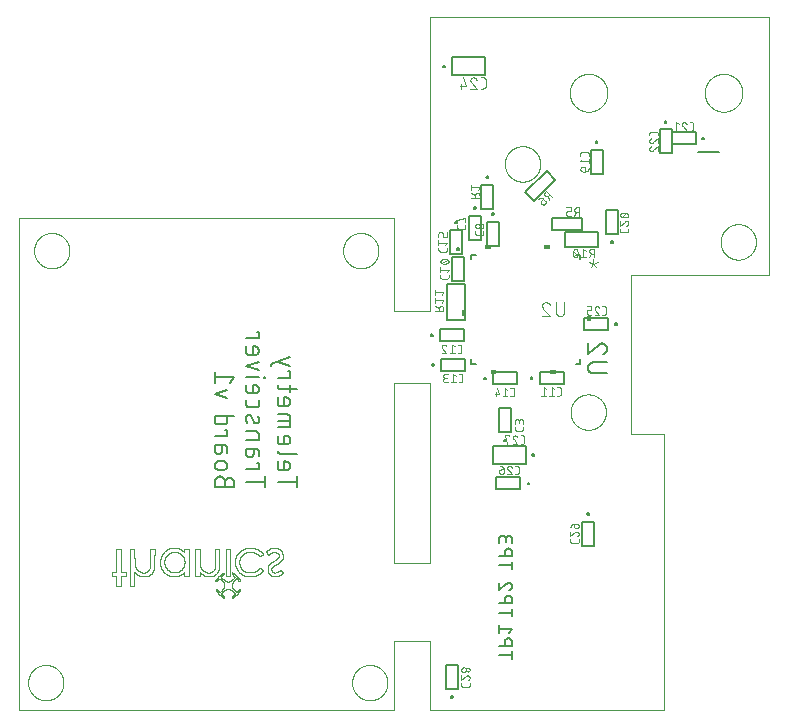
<source format=gbo>
G75*
%MOIN*%
%OFA0B0*%
%FSLAX25Y25*%
%IPPOS*%
%LPD*%
%AMOC8*
5,1,8,0,0,1.08239X$1,22.5*
%
%ADD10C,0.00000*%
%ADD11C,0.00600*%
%ADD12C,0.00200*%
%ADD13C,0.00500*%
%ADD14C,0.00100*%
%ADD15C,0.00300*%
%ADD16C,0.00800*%
D10*
X0001000Y0012436D02*
X0001000Y0176436D01*
X0126000Y0176436D01*
X0126000Y0145436D01*
X0138000Y0145436D01*
X0138000Y0243436D01*
X0251000Y0243436D01*
X0251000Y0157436D01*
X0205000Y0157436D01*
X0205000Y0104436D01*
X0216000Y0104436D01*
X0216000Y0012436D01*
X0138000Y0012436D01*
X0138000Y0035436D01*
X0126000Y0035436D01*
X0126000Y0012436D01*
X0001000Y0012436D01*
X0004100Y0021436D02*
X0004102Y0021589D01*
X0004108Y0021742D01*
X0004118Y0021895D01*
X0004132Y0022048D01*
X0004150Y0022200D01*
X0004171Y0022351D01*
X0004197Y0022502D01*
X0004227Y0022653D01*
X0004260Y0022802D01*
X0004298Y0022951D01*
X0004339Y0023098D01*
X0004384Y0023245D01*
X0004433Y0023390D01*
X0004485Y0023534D01*
X0004542Y0023676D01*
X0004602Y0023817D01*
X0004665Y0023956D01*
X0004733Y0024094D01*
X0004803Y0024230D01*
X0004878Y0024364D01*
X0004955Y0024496D01*
X0005037Y0024626D01*
X0005121Y0024754D01*
X0005209Y0024879D01*
X0005300Y0025002D01*
X0005394Y0025123D01*
X0005491Y0025241D01*
X0005592Y0025357D01*
X0005695Y0025470D01*
X0005801Y0025581D01*
X0005910Y0025688D01*
X0006022Y0025793D01*
X0006136Y0025895D01*
X0006253Y0025994D01*
X0006373Y0026089D01*
X0006495Y0026182D01*
X0006619Y0026271D01*
X0006746Y0026358D01*
X0006875Y0026440D01*
X0007006Y0026520D01*
X0007139Y0026596D01*
X0007274Y0026668D01*
X0007411Y0026737D01*
X0007549Y0026803D01*
X0007689Y0026865D01*
X0007831Y0026923D01*
X0007974Y0026977D01*
X0008119Y0027028D01*
X0008264Y0027075D01*
X0008411Y0027118D01*
X0008559Y0027157D01*
X0008708Y0027193D01*
X0008858Y0027224D01*
X0009009Y0027252D01*
X0009160Y0027276D01*
X0009312Y0027296D01*
X0009465Y0027312D01*
X0009617Y0027324D01*
X0009770Y0027332D01*
X0009923Y0027336D01*
X0010077Y0027336D01*
X0010230Y0027332D01*
X0010383Y0027324D01*
X0010535Y0027312D01*
X0010688Y0027296D01*
X0010840Y0027276D01*
X0010991Y0027252D01*
X0011142Y0027224D01*
X0011292Y0027193D01*
X0011441Y0027157D01*
X0011589Y0027118D01*
X0011736Y0027075D01*
X0011881Y0027028D01*
X0012026Y0026977D01*
X0012169Y0026923D01*
X0012311Y0026865D01*
X0012451Y0026803D01*
X0012589Y0026737D01*
X0012726Y0026668D01*
X0012861Y0026596D01*
X0012994Y0026520D01*
X0013125Y0026440D01*
X0013254Y0026358D01*
X0013381Y0026271D01*
X0013505Y0026182D01*
X0013627Y0026089D01*
X0013747Y0025994D01*
X0013864Y0025895D01*
X0013978Y0025793D01*
X0014090Y0025688D01*
X0014199Y0025581D01*
X0014305Y0025470D01*
X0014408Y0025357D01*
X0014509Y0025241D01*
X0014606Y0025123D01*
X0014700Y0025002D01*
X0014791Y0024879D01*
X0014879Y0024754D01*
X0014963Y0024626D01*
X0015045Y0024496D01*
X0015122Y0024364D01*
X0015197Y0024230D01*
X0015267Y0024094D01*
X0015335Y0023956D01*
X0015398Y0023817D01*
X0015458Y0023676D01*
X0015515Y0023534D01*
X0015567Y0023390D01*
X0015616Y0023245D01*
X0015661Y0023098D01*
X0015702Y0022951D01*
X0015740Y0022802D01*
X0015773Y0022653D01*
X0015803Y0022502D01*
X0015829Y0022351D01*
X0015850Y0022200D01*
X0015868Y0022048D01*
X0015882Y0021895D01*
X0015892Y0021742D01*
X0015898Y0021589D01*
X0015900Y0021436D01*
X0015898Y0021283D01*
X0015892Y0021130D01*
X0015882Y0020977D01*
X0015868Y0020824D01*
X0015850Y0020672D01*
X0015829Y0020521D01*
X0015803Y0020370D01*
X0015773Y0020219D01*
X0015740Y0020070D01*
X0015702Y0019921D01*
X0015661Y0019774D01*
X0015616Y0019627D01*
X0015567Y0019482D01*
X0015515Y0019338D01*
X0015458Y0019196D01*
X0015398Y0019055D01*
X0015335Y0018916D01*
X0015267Y0018778D01*
X0015197Y0018642D01*
X0015122Y0018508D01*
X0015045Y0018376D01*
X0014963Y0018246D01*
X0014879Y0018118D01*
X0014791Y0017993D01*
X0014700Y0017870D01*
X0014606Y0017749D01*
X0014509Y0017631D01*
X0014408Y0017515D01*
X0014305Y0017402D01*
X0014199Y0017291D01*
X0014090Y0017184D01*
X0013978Y0017079D01*
X0013864Y0016977D01*
X0013747Y0016878D01*
X0013627Y0016783D01*
X0013505Y0016690D01*
X0013381Y0016601D01*
X0013254Y0016514D01*
X0013125Y0016432D01*
X0012994Y0016352D01*
X0012861Y0016276D01*
X0012726Y0016204D01*
X0012589Y0016135D01*
X0012451Y0016069D01*
X0012311Y0016007D01*
X0012169Y0015949D01*
X0012026Y0015895D01*
X0011881Y0015844D01*
X0011736Y0015797D01*
X0011589Y0015754D01*
X0011441Y0015715D01*
X0011292Y0015679D01*
X0011142Y0015648D01*
X0010991Y0015620D01*
X0010840Y0015596D01*
X0010688Y0015576D01*
X0010535Y0015560D01*
X0010383Y0015548D01*
X0010230Y0015540D01*
X0010077Y0015536D01*
X0009923Y0015536D01*
X0009770Y0015540D01*
X0009617Y0015548D01*
X0009465Y0015560D01*
X0009312Y0015576D01*
X0009160Y0015596D01*
X0009009Y0015620D01*
X0008858Y0015648D01*
X0008708Y0015679D01*
X0008559Y0015715D01*
X0008411Y0015754D01*
X0008264Y0015797D01*
X0008119Y0015844D01*
X0007974Y0015895D01*
X0007831Y0015949D01*
X0007689Y0016007D01*
X0007549Y0016069D01*
X0007411Y0016135D01*
X0007274Y0016204D01*
X0007139Y0016276D01*
X0007006Y0016352D01*
X0006875Y0016432D01*
X0006746Y0016514D01*
X0006619Y0016601D01*
X0006495Y0016690D01*
X0006373Y0016783D01*
X0006253Y0016878D01*
X0006136Y0016977D01*
X0006022Y0017079D01*
X0005910Y0017184D01*
X0005801Y0017291D01*
X0005695Y0017402D01*
X0005592Y0017515D01*
X0005491Y0017631D01*
X0005394Y0017749D01*
X0005300Y0017870D01*
X0005209Y0017993D01*
X0005121Y0018118D01*
X0005037Y0018246D01*
X0004955Y0018376D01*
X0004878Y0018508D01*
X0004803Y0018642D01*
X0004733Y0018778D01*
X0004665Y0018916D01*
X0004602Y0019055D01*
X0004542Y0019196D01*
X0004485Y0019338D01*
X0004433Y0019482D01*
X0004384Y0019627D01*
X0004339Y0019774D01*
X0004298Y0019921D01*
X0004260Y0020070D01*
X0004227Y0020219D01*
X0004197Y0020370D01*
X0004171Y0020521D01*
X0004150Y0020672D01*
X0004132Y0020824D01*
X0004118Y0020977D01*
X0004108Y0021130D01*
X0004102Y0021283D01*
X0004100Y0021436D01*
X0112100Y0021436D02*
X0112102Y0021589D01*
X0112108Y0021742D01*
X0112118Y0021895D01*
X0112132Y0022048D01*
X0112150Y0022200D01*
X0112171Y0022351D01*
X0112197Y0022502D01*
X0112227Y0022653D01*
X0112260Y0022802D01*
X0112298Y0022951D01*
X0112339Y0023098D01*
X0112384Y0023245D01*
X0112433Y0023390D01*
X0112485Y0023534D01*
X0112542Y0023676D01*
X0112602Y0023817D01*
X0112665Y0023956D01*
X0112733Y0024094D01*
X0112803Y0024230D01*
X0112878Y0024364D01*
X0112955Y0024496D01*
X0113037Y0024626D01*
X0113121Y0024754D01*
X0113209Y0024879D01*
X0113300Y0025002D01*
X0113394Y0025123D01*
X0113491Y0025241D01*
X0113592Y0025357D01*
X0113695Y0025470D01*
X0113801Y0025581D01*
X0113910Y0025688D01*
X0114022Y0025793D01*
X0114136Y0025895D01*
X0114253Y0025994D01*
X0114373Y0026089D01*
X0114495Y0026182D01*
X0114619Y0026271D01*
X0114746Y0026358D01*
X0114875Y0026440D01*
X0115006Y0026520D01*
X0115139Y0026596D01*
X0115274Y0026668D01*
X0115411Y0026737D01*
X0115549Y0026803D01*
X0115689Y0026865D01*
X0115831Y0026923D01*
X0115974Y0026977D01*
X0116119Y0027028D01*
X0116264Y0027075D01*
X0116411Y0027118D01*
X0116559Y0027157D01*
X0116708Y0027193D01*
X0116858Y0027224D01*
X0117009Y0027252D01*
X0117160Y0027276D01*
X0117312Y0027296D01*
X0117465Y0027312D01*
X0117617Y0027324D01*
X0117770Y0027332D01*
X0117923Y0027336D01*
X0118077Y0027336D01*
X0118230Y0027332D01*
X0118383Y0027324D01*
X0118535Y0027312D01*
X0118688Y0027296D01*
X0118840Y0027276D01*
X0118991Y0027252D01*
X0119142Y0027224D01*
X0119292Y0027193D01*
X0119441Y0027157D01*
X0119589Y0027118D01*
X0119736Y0027075D01*
X0119881Y0027028D01*
X0120026Y0026977D01*
X0120169Y0026923D01*
X0120311Y0026865D01*
X0120451Y0026803D01*
X0120589Y0026737D01*
X0120726Y0026668D01*
X0120861Y0026596D01*
X0120994Y0026520D01*
X0121125Y0026440D01*
X0121254Y0026358D01*
X0121381Y0026271D01*
X0121505Y0026182D01*
X0121627Y0026089D01*
X0121747Y0025994D01*
X0121864Y0025895D01*
X0121978Y0025793D01*
X0122090Y0025688D01*
X0122199Y0025581D01*
X0122305Y0025470D01*
X0122408Y0025357D01*
X0122509Y0025241D01*
X0122606Y0025123D01*
X0122700Y0025002D01*
X0122791Y0024879D01*
X0122879Y0024754D01*
X0122963Y0024626D01*
X0123045Y0024496D01*
X0123122Y0024364D01*
X0123197Y0024230D01*
X0123267Y0024094D01*
X0123335Y0023956D01*
X0123398Y0023817D01*
X0123458Y0023676D01*
X0123515Y0023534D01*
X0123567Y0023390D01*
X0123616Y0023245D01*
X0123661Y0023098D01*
X0123702Y0022951D01*
X0123740Y0022802D01*
X0123773Y0022653D01*
X0123803Y0022502D01*
X0123829Y0022351D01*
X0123850Y0022200D01*
X0123868Y0022048D01*
X0123882Y0021895D01*
X0123892Y0021742D01*
X0123898Y0021589D01*
X0123900Y0021436D01*
X0123898Y0021283D01*
X0123892Y0021130D01*
X0123882Y0020977D01*
X0123868Y0020824D01*
X0123850Y0020672D01*
X0123829Y0020521D01*
X0123803Y0020370D01*
X0123773Y0020219D01*
X0123740Y0020070D01*
X0123702Y0019921D01*
X0123661Y0019774D01*
X0123616Y0019627D01*
X0123567Y0019482D01*
X0123515Y0019338D01*
X0123458Y0019196D01*
X0123398Y0019055D01*
X0123335Y0018916D01*
X0123267Y0018778D01*
X0123197Y0018642D01*
X0123122Y0018508D01*
X0123045Y0018376D01*
X0122963Y0018246D01*
X0122879Y0018118D01*
X0122791Y0017993D01*
X0122700Y0017870D01*
X0122606Y0017749D01*
X0122509Y0017631D01*
X0122408Y0017515D01*
X0122305Y0017402D01*
X0122199Y0017291D01*
X0122090Y0017184D01*
X0121978Y0017079D01*
X0121864Y0016977D01*
X0121747Y0016878D01*
X0121627Y0016783D01*
X0121505Y0016690D01*
X0121381Y0016601D01*
X0121254Y0016514D01*
X0121125Y0016432D01*
X0120994Y0016352D01*
X0120861Y0016276D01*
X0120726Y0016204D01*
X0120589Y0016135D01*
X0120451Y0016069D01*
X0120311Y0016007D01*
X0120169Y0015949D01*
X0120026Y0015895D01*
X0119881Y0015844D01*
X0119736Y0015797D01*
X0119589Y0015754D01*
X0119441Y0015715D01*
X0119292Y0015679D01*
X0119142Y0015648D01*
X0118991Y0015620D01*
X0118840Y0015596D01*
X0118688Y0015576D01*
X0118535Y0015560D01*
X0118383Y0015548D01*
X0118230Y0015540D01*
X0118077Y0015536D01*
X0117923Y0015536D01*
X0117770Y0015540D01*
X0117617Y0015548D01*
X0117465Y0015560D01*
X0117312Y0015576D01*
X0117160Y0015596D01*
X0117009Y0015620D01*
X0116858Y0015648D01*
X0116708Y0015679D01*
X0116559Y0015715D01*
X0116411Y0015754D01*
X0116264Y0015797D01*
X0116119Y0015844D01*
X0115974Y0015895D01*
X0115831Y0015949D01*
X0115689Y0016007D01*
X0115549Y0016069D01*
X0115411Y0016135D01*
X0115274Y0016204D01*
X0115139Y0016276D01*
X0115006Y0016352D01*
X0114875Y0016432D01*
X0114746Y0016514D01*
X0114619Y0016601D01*
X0114495Y0016690D01*
X0114373Y0016783D01*
X0114253Y0016878D01*
X0114136Y0016977D01*
X0114022Y0017079D01*
X0113910Y0017184D01*
X0113801Y0017291D01*
X0113695Y0017402D01*
X0113592Y0017515D01*
X0113491Y0017631D01*
X0113394Y0017749D01*
X0113300Y0017870D01*
X0113209Y0017993D01*
X0113121Y0018118D01*
X0113037Y0018246D01*
X0112955Y0018376D01*
X0112878Y0018508D01*
X0112803Y0018642D01*
X0112733Y0018778D01*
X0112665Y0018916D01*
X0112602Y0019055D01*
X0112542Y0019196D01*
X0112485Y0019338D01*
X0112433Y0019482D01*
X0112384Y0019627D01*
X0112339Y0019774D01*
X0112298Y0019921D01*
X0112260Y0020070D01*
X0112227Y0020219D01*
X0112197Y0020370D01*
X0112171Y0020521D01*
X0112150Y0020672D01*
X0112132Y0020824D01*
X0112118Y0020977D01*
X0112108Y0021130D01*
X0112102Y0021283D01*
X0112100Y0021436D01*
X0126000Y0061436D02*
X0126000Y0121436D01*
X0138000Y0121436D01*
X0138000Y0061436D01*
X0126000Y0061436D01*
X0184921Y0111620D02*
X0184923Y0111773D01*
X0184929Y0111927D01*
X0184939Y0112080D01*
X0184953Y0112232D01*
X0184971Y0112385D01*
X0184993Y0112536D01*
X0185018Y0112687D01*
X0185048Y0112838D01*
X0185082Y0112988D01*
X0185119Y0113136D01*
X0185160Y0113284D01*
X0185205Y0113430D01*
X0185254Y0113576D01*
X0185307Y0113720D01*
X0185363Y0113862D01*
X0185423Y0114003D01*
X0185487Y0114143D01*
X0185554Y0114281D01*
X0185625Y0114417D01*
X0185700Y0114551D01*
X0185777Y0114683D01*
X0185859Y0114813D01*
X0185943Y0114941D01*
X0186031Y0115067D01*
X0186122Y0115190D01*
X0186216Y0115311D01*
X0186314Y0115429D01*
X0186414Y0115545D01*
X0186518Y0115658D01*
X0186624Y0115769D01*
X0186733Y0115877D01*
X0186845Y0115982D01*
X0186959Y0116083D01*
X0187077Y0116182D01*
X0187196Y0116278D01*
X0187318Y0116371D01*
X0187443Y0116460D01*
X0187570Y0116547D01*
X0187699Y0116629D01*
X0187830Y0116709D01*
X0187963Y0116785D01*
X0188098Y0116858D01*
X0188235Y0116927D01*
X0188374Y0116992D01*
X0188514Y0117054D01*
X0188656Y0117112D01*
X0188799Y0117167D01*
X0188944Y0117218D01*
X0189090Y0117265D01*
X0189237Y0117308D01*
X0189385Y0117347D01*
X0189534Y0117383D01*
X0189684Y0117414D01*
X0189835Y0117442D01*
X0189986Y0117466D01*
X0190139Y0117486D01*
X0190291Y0117502D01*
X0190444Y0117514D01*
X0190597Y0117522D01*
X0190750Y0117526D01*
X0190904Y0117526D01*
X0191057Y0117522D01*
X0191210Y0117514D01*
X0191363Y0117502D01*
X0191515Y0117486D01*
X0191668Y0117466D01*
X0191819Y0117442D01*
X0191970Y0117414D01*
X0192120Y0117383D01*
X0192269Y0117347D01*
X0192417Y0117308D01*
X0192564Y0117265D01*
X0192710Y0117218D01*
X0192855Y0117167D01*
X0192998Y0117112D01*
X0193140Y0117054D01*
X0193280Y0116992D01*
X0193419Y0116927D01*
X0193556Y0116858D01*
X0193691Y0116785D01*
X0193824Y0116709D01*
X0193955Y0116629D01*
X0194084Y0116547D01*
X0194211Y0116460D01*
X0194336Y0116371D01*
X0194458Y0116278D01*
X0194577Y0116182D01*
X0194695Y0116083D01*
X0194809Y0115982D01*
X0194921Y0115877D01*
X0195030Y0115769D01*
X0195136Y0115658D01*
X0195240Y0115545D01*
X0195340Y0115429D01*
X0195438Y0115311D01*
X0195532Y0115190D01*
X0195623Y0115067D01*
X0195711Y0114941D01*
X0195795Y0114813D01*
X0195877Y0114683D01*
X0195954Y0114551D01*
X0196029Y0114417D01*
X0196100Y0114281D01*
X0196167Y0114143D01*
X0196231Y0114003D01*
X0196291Y0113862D01*
X0196347Y0113720D01*
X0196400Y0113576D01*
X0196449Y0113430D01*
X0196494Y0113284D01*
X0196535Y0113136D01*
X0196572Y0112988D01*
X0196606Y0112838D01*
X0196636Y0112687D01*
X0196661Y0112536D01*
X0196683Y0112385D01*
X0196701Y0112232D01*
X0196715Y0112080D01*
X0196725Y0111927D01*
X0196731Y0111773D01*
X0196733Y0111620D01*
X0196731Y0111467D01*
X0196725Y0111313D01*
X0196715Y0111160D01*
X0196701Y0111008D01*
X0196683Y0110855D01*
X0196661Y0110704D01*
X0196636Y0110553D01*
X0196606Y0110402D01*
X0196572Y0110252D01*
X0196535Y0110104D01*
X0196494Y0109956D01*
X0196449Y0109810D01*
X0196400Y0109664D01*
X0196347Y0109520D01*
X0196291Y0109378D01*
X0196231Y0109237D01*
X0196167Y0109097D01*
X0196100Y0108959D01*
X0196029Y0108823D01*
X0195954Y0108689D01*
X0195877Y0108557D01*
X0195795Y0108427D01*
X0195711Y0108299D01*
X0195623Y0108173D01*
X0195532Y0108050D01*
X0195438Y0107929D01*
X0195340Y0107811D01*
X0195240Y0107695D01*
X0195136Y0107582D01*
X0195030Y0107471D01*
X0194921Y0107363D01*
X0194809Y0107258D01*
X0194695Y0107157D01*
X0194577Y0107058D01*
X0194458Y0106962D01*
X0194336Y0106869D01*
X0194211Y0106780D01*
X0194084Y0106693D01*
X0193955Y0106611D01*
X0193824Y0106531D01*
X0193691Y0106455D01*
X0193556Y0106382D01*
X0193419Y0106313D01*
X0193280Y0106248D01*
X0193140Y0106186D01*
X0192998Y0106128D01*
X0192855Y0106073D01*
X0192710Y0106022D01*
X0192564Y0105975D01*
X0192417Y0105932D01*
X0192269Y0105893D01*
X0192120Y0105857D01*
X0191970Y0105826D01*
X0191819Y0105798D01*
X0191668Y0105774D01*
X0191515Y0105754D01*
X0191363Y0105738D01*
X0191210Y0105726D01*
X0191057Y0105718D01*
X0190904Y0105714D01*
X0190750Y0105714D01*
X0190597Y0105718D01*
X0190444Y0105726D01*
X0190291Y0105738D01*
X0190139Y0105754D01*
X0189986Y0105774D01*
X0189835Y0105798D01*
X0189684Y0105826D01*
X0189534Y0105857D01*
X0189385Y0105893D01*
X0189237Y0105932D01*
X0189090Y0105975D01*
X0188944Y0106022D01*
X0188799Y0106073D01*
X0188656Y0106128D01*
X0188514Y0106186D01*
X0188374Y0106248D01*
X0188235Y0106313D01*
X0188098Y0106382D01*
X0187963Y0106455D01*
X0187830Y0106531D01*
X0187699Y0106611D01*
X0187570Y0106693D01*
X0187443Y0106780D01*
X0187318Y0106869D01*
X0187196Y0106962D01*
X0187077Y0107058D01*
X0186959Y0107157D01*
X0186845Y0107258D01*
X0186733Y0107363D01*
X0186624Y0107471D01*
X0186518Y0107582D01*
X0186414Y0107695D01*
X0186314Y0107811D01*
X0186216Y0107929D01*
X0186122Y0108050D01*
X0186031Y0108173D01*
X0185943Y0108299D01*
X0185859Y0108427D01*
X0185777Y0108557D01*
X0185700Y0108689D01*
X0185625Y0108823D01*
X0185554Y0108959D01*
X0185487Y0109097D01*
X0185423Y0109237D01*
X0185363Y0109378D01*
X0185307Y0109520D01*
X0185254Y0109664D01*
X0185205Y0109810D01*
X0185160Y0109956D01*
X0185119Y0110104D01*
X0185082Y0110252D01*
X0185048Y0110402D01*
X0185018Y0110553D01*
X0184993Y0110704D01*
X0184971Y0110855D01*
X0184953Y0111008D01*
X0184939Y0111160D01*
X0184929Y0111313D01*
X0184923Y0111467D01*
X0184921Y0111620D01*
X0234921Y0168339D02*
X0234923Y0168492D01*
X0234929Y0168646D01*
X0234939Y0168799D01*
X0234953Y0168951D01*
X0234971Y0169104D01*
X0234993Y0169255D01*
X0235018Y0169406D01*
X0235048Y0169557D01*
X0235082Y0169707D01*
X0235119Y0169855D01*
X0235160Y0170003D01*
X0235205Y0170149D01*
X0235254Y0170295D01*
X0235307Y0170439D01*
X0235363Y0170581D01*
X0235423Y0170722D01*
X0235487Y0170862D01*
X0235554Y0171000D01*
X0235625Y0171136D01*
X0235700Y0171270D01*
X0235777Y0171402D01*
X0235859Y0171532D01*
X0235943Y0171660D01*
X0236031Y0171786D01*
X0236122Y0171909D01*
X0236216Y0172030D01*
X0236314Y0172148D01*
X0236414Y0172264D01*
X0236518Y0172377D01*
X0236624Y0172488D01*
X0236733Y0172596D01*
X0236845Y0172701D01*
X0236959Y0172802D01*
X0237077Y0172901D01*
X0237196Y0172997D01*
X0237318Y0173090D01*
X0237443Y0173179D01*
X0237570Y0173266D01*
X0237699Y0173348D01*
X0237830Y0173428D01*
X0237963Y0173504D01*
X0238098Y0173577D01*
X0238235Y0173646D01*
X0238374Y0173711D01*
X0238514Y0173773D01*
X0238656Y0173831D01*
X0238799Y0173886D01*
X0238944Y0173937D01*
X0239090Y0173984D01*
X0239237Y0174027D01*
X0239385Y0174066D01*
X0239534Y0174102D01*
X0239684Y0174133D01*
X0239835Y0174161D01*
X0239986Y0174185D01*
X0240139Y0174205D01*
X0240291Y0174221D01*
X0240444Y0174233D01*
X0240597Y0174241D01*
X0240750Y0174245D01*
X0240904Y0174245D01*
X0241057Y0174241D01*
X0241210Y0174233D01*
X0241363Y0174221D01*
X0241515Y0174205D01*
X0241668Y0174185D01*
X0241819Y0174161D01*
X0241970Y0174133D01*
X0242120Y0174102D01*
X0242269Y0174066D01*
X0242417Y0174027D01*
X0242564Y0173984D01*
X0242710Y0173937D01*
X0242855Y0173886D01*
X0242998Y0173831D01*
X0243140Y0173773D01*
X0243280Y0173711D01*
X0243419Y0173646D01*
X0243556Y0173577D01*
X0243691Y0173504D01*
X0243824Y0173428D01*
X0243955Y0173348D01*
X0244084Y0173266D01*
X0244211Y0173179D01*
X0244336Y0173090D01*
X0244458Y0172997D01*
X0244577Y0172901D01*
X0244695Y0172802D01*
X0244809Y0172701D01*
X0244921Y0172596D01*
X0245030Y0172488D01*
X0245136Y0172377D01*
X0245240Y0172264D01*
X0245340Y0172148D01*
X0245438Y0172030D01*
X0245532Y0171909D01*
X0245623Y0171786D01*
X0245711Y0171660D01*
X0245795Y0171532D01*
X0245877Y0171402D01*
X0245954Y0171270D01*
X0246029Y0171136D01*
X0246100Y0171000D01*
X0246167Y0170862D01*
X0246231Y0170722D01*
X0246291Y0170581D01*
X0246347Y0170439D01*
X0246400Y0170295D01*
X0246449Y0170149D01*
X0246494Y0170003D01*
X0246535Y0169855D01*
X0246572Y0169707D01*
X0246606Y0169557D01*
X0246636Y0169406D01*
X0246661Y0169255D01*
X0246683Y0169104D01*
X0246701Y0168951D01*
X0246715Y0168799D01*
X0246725Y0168646D01*
X0246731Y0168492D01*
X0246733Y0168339D01*
X0246731Y0168186D01*
X0246725Y0168032D01*
X0246715Y0167879D01*
X0246701Y0167727D01*
X0246683Y0167574D01*
X0246661Y0167423D01*
X0246636Y0167272D01*
X0246606Y0167121D01*
X0246572Y0166971D01*
X0246535Y0166823D01*
X0246494Y0166675D01*
X0246449Y0166529D01*
X0246400Y0166383D01*
X0246347Y0166239D01*
X0246291Y0166097D01*
X0246231Y0165956D01*
X0246167Y0165816D01*
X0246100Y0165678D01*
X0246029Y0165542D01*
X0245954Y0165408D01*
X0245877Y0165276D01*
X0245795Y0165146D01*
X0245711Y0165018D01*
X0245623Y0164892D01*
X0245532Y0164769D01*
X0245438Y0164648D01*
X0245340Y0164530D01*
X0245240Y0164414D01*
X0245136Y0164301D01*
X0245030Y0164190D01*
X0244921Y0164082D01*
X0244809Y0163977D01*
X0244695Y0163876D01*
X0244577Y0163777D01*
X0244458Y0163681D01*
X0244336Y0163588D01*
X0244211Y0163499D01*
X0244084Y0163412D01*
X0243955Y0163330D01*
X0243824Y0163250D01*
X0243691Y0163174D01*
X0243556Y0163101D01*
X0243419Y0163032D01*
X0243280Y0162967D01*
X0243140Y0162905D01*
X0242998Y0162847D01*
X0242855Y0162792D01*
X0242710Y0162741D01*
X0242564Y0162694D01*
X0242417Y0162651D01*
X0242269Y0162612D01*
X0242120Y0162576D01*
X0241970Y0162545D01*
X0241819Y0162517D01*
X0241668Y0162493D01*
X0241515Y0162473D01*
X0241363Y0162457D01*
X0241210Y0162445D01*
X0241057Y0162437D01*
X0240904Y0162433D01*
X0240750Y0162433D01*
X0240597Y0162437D01*
X0240444Y0162445D01*
X0240291Y0162457D01*
X0240139Y0162473D01*
X0239986Y0162493D01*
X0239835Y0162517D01*
X0239684Y0162545D01*
X0239534Y0162576D01*
X0239385Y0162612D01*
X0239237Y0162651D01*
X0239090Y0162694D01*
X0238944Y0162741D01*
X0238799Y0162792D01*
X0238656Y0162847D01*
X0238514Y0162905D01*
X0238374Y0162967D01*
X0238235Y0163032D01*
X0238098Y0163101D01*
X0237963Y0163174D01*
X0237830Y0163250D01*
X0237699Y0163330D01*
X0237570Y0163412D01*
X0237443Y0163499D01*
X0237318Y0163588D01*
X0237196Y0163681D01*
X0237077Y0163777D01*
X0236959Y0163876D01*
X0236845Y0163977D01*
X0236733Y0164082D01*
X0236624Y0164190D01*
X0236518Y0164301D01*
X0236414Y0164414D01*
X0236314Y0164530D01*
X0236216Y0164648D01*
X0236122Y0164769D01*
X0236031Y0164892D01*
X0235943Y0165018D01*
X0235859Y0165146D01*
X0235777Y0165276D01*
X0235700Y0165408D01*
X0235625Y0165542D01*
X0235554Y0165678D01*
X0235487Y0165816D01*
X0235423Y0165956D01*
X0235363Y0166097D01*
X0235307Y0166239D01*
X0235254Y0166383D01*
X0235205Y0166529D01*
X0235160Y0166675D01*
X0235119Y0166823D01*
X0235082Y0166971D01*
X0235048Y0167121D01*
X0235018Y0167272D01*
X0234993Y0167423D01*
X0234971Y0167574D01*
X0234953Y0167727D01*
X0234939Y0167879D01*
X0234929Y0168032D01*
X0234923Y0168186D01*
X0234921Y0168339D01*
X0229639Y0218046D02*
X0229641Y0218204D01*
X0229647Y0218362D01*
X0229657Y0218520D01*
X0229671Y0218678D01*
X0229689Y0218835D01*
X0229710Y0218992D01*
X0229736Y0219148D01*
X0229766Y0219304D01*
X0229799Y0219459D01*
X0229837Y0219612D01*
X0229878Y0219765D01*
X0229923Y0219917D01*
X0229972Y0220068D01*
X0230025Y0220217D01*
X0230081Y0220365D01*
X0230141Y0220511D01*
X0230205Y0220656D01*
X0230273Y0220799D01*
X0230344Y0220941D01*
X0230418Y0221081D01*
X0230496Y0221218D01*
X0230578Y0221354D01*
X0230662Y0221488D01*
X0230751Y0221619D01*
X0230842Y0221748D01*
X0230937Y0221875D01*
X0231034Y0222000D01*
X0231135Y0222122D01*
X0231239Y0222241D01*
X0231346Y0222358D01*
X0231456Y0222472D01*
X0231569Y0222583D01*
X0231684Y0222692D01*
X0231802Y0222797D01*
X0231923Y0222899D01*
X0232046Y0222999D01*
X0232172Y0223095D01*
X0232300Y0223188D01*
X0232430Y0223278D01*
X0232563Y0223364D01*
X0232698Y0223448D01*
X0232834Y0223527D01*
X0232973Y0223604D01*
X0233114Y0223676D01*
X0233256Y0223746D01*
X0233400Y0223811D01*
X0233546Y0223873D01*
X0233693Y0223931D01*
X0233842Y0223986D01*
X0233992Y0224037D01*
X0234143Y0224084D01*
X0234295Y0224127D01*
X0234448Y0224166D01*
X0234603Y0224202D01*
X0234758Y0224233D01*
X0234914Y0224261D01*
X0235070Y0224285D01*
X0235227Y0224305D01*
X0235385Y0224321D01*
X0235542Y0224333D01*
X0235701Y0224341D01*
X0235859Y0224345D01*
X0236017Y0224345D01*
X0236175Y0224341D01*
X0236334Y0224333D01*
X0236491Y0224321D01*
X0236649Y0224305D01*
X0236806Y0224285D01*
X0236962Y0224261D01*
X0237118Y0224233D01*
X0237273Y0224202D01*
X0237428Y0224166D01*
X0237581Y0224127D01*
X0237733Y0224084D01*
X0237884Y0224037D01*
X0238034Y0223986D01*
X0238183Y0223931D01*
X0238330Y0223873D01*
X0238476Y0223811D01*
X0238620Y0223746D01*
X0238762Y0223676D01*
X0238903Y0223604D01*
X0239042Y0223527D01*
X0239178Y0223448D01*
X0239313Y0223364D01*
X0239446Y0223278D01*
X0239576Y0223188D01*
X0239704Y0223095D01*
X0239830Y0222999D01*
X0239953Y0222899D01*
X0240074Y0222797D01*
X0240192Y0222692D01*
X0240307Y0222583D01*
X0240420Y0222472D01*
X0240530Y0222358D01*
X0240637Y0222241D01*
X0240741Y0222122D01*
X0240842Y0222000D01*
X0240939Y0221875D01*
X0241034Y0221748D01*
X0241125Y0221619D01*
X0241214Y0221488D01*
X0241298Y0221354D01*
X0241380Y0221218D01*
X0241458Y0221081D01*
X0241532Y0220941D01*
X0241603Y0220799D01*
X0241671Y0220656D01*
X0241735Y0220511D01*
X0241795Y0220365D01*
X0241851Y0220217D01*
X0241904Y0220068D01*
X0241953Y0219917D01*
X0241998Y0219765D01*
X0242039Y0219612D01*
X0242077Y0219459D01*
X0242110Y0219304D01*
X0242140Y0219148D01*
X0242166Y0218992D01*
X0242187Y0218835D01*
X0242205Y0218678D01*
X0242219Y0218520D01*
X0242229Y0218362D01*
X0242235Y0218204D01*
X0242237Y0218046D01*
X0242235Y0217888D01*
X0242229Y0217730D01*
X0242219Y0217572D01*
X0242205Y0217414D01*
X0242187Y0217257D01*
X0242166Y0217100D01*
X0242140Y0216944D01*
X0242110Y0216788D01*
X0242077Y0216633D01*
X0242039Y0216480D01*
X0241998Y0216327D01*
X0241953Y0216175D01*
X0241904Y0216024D01*
X0241851Y0215875D01*
X0241795Y0215727D01*
X0241735Y0215581D01*
X0241671Y0215436D01*
X0241603Y0215293D01*
X0241532Y0215151D01*
X0241458Y0215011D01*
X0241380Y0214874D01*
X0241298Y0214738D01*
X0241214Y0214604D01*
X0241125Y0214473D01*
X0241034Y0214344D01*
X0240939Y0214217D01*
X0240842Y0214092D01*
X0240741Y0213970D01*
X0240637Y0213851D01*
X0240530Y0213734D01*
X0240420Y0213620D01*
X0240307Y0213509D01*
X0240192Y0213400D01*
X0240074Y0213295D01*
X0239953Y0213193D01*
X0239830Y0213093D01*
X0239704Y0212997D01*
X0239576Y0212904D01*
X0239446Y0212814D01*
X0239313Y0212728D01*
X0239178Y0212644D01*
X0239042Y0212565D01*
X0238903Y0212488D01*
X0238762Y0212416D01*
X0238620Y0212346D01*
X0238476Y0212281D01*
X0238330Y0212219D01*
X0238183Y0212161D01*
X0238034Y0212106D01*
X0237884Y0212055D01*
X0237733Y0212008D01*
X0237581Y0211965D01*
X0237428Y0211926D01*
X0237273Y0211890D01*
X0237118Y0211859D01*
X0236962Y0211831D01*
X0236806Y0211807D01*
X0236649Y0211787D01*
X0236491Y0211771D01*
X0236334Y0211759D01*
X0236175Y0211751D01*
X0236017Y0211747D01*
X0235859Y0211747D01*
X0235701Y0211751D01*
X0235542Y0211759D01*
X0235385Y0211771D01*
X0235227Y0211787D01*
X0235070Y0211807D01*
X0234914Y0211831D01*
X0234758Y0211859D01*
X0234603Y0211890D01*
X0234448Y0211926D01*
X0234295Y0211965D01*
X0234143Y0212008D01*
X0233992Y0212055D01*
X0233842Y0212106D01*
X0233693Y0212161D01*
X0233546Y0212219D01*
X0233400Y0212281D01*
X0233256Y0212346D01*
X0233114Y0212416D01*
X0232973Y0212488D01*
X0232834Y0212565D01*
X0232698Y0212644D01*
X0232563Y0212728D01*
X0232430Y0212814D01*
X0232300Y0212904D01*
X0232172Y0212997D01*
X0232046Y0213093D01*
X0231923Y0213193D01*
X0231802Y0213295D01*
X0231684Y0213400D01*
X0231569Y0213509D01*
X0231456Y0213620D01*
X0231346Y0213734D01*
X0231239Y0213851D01*
X0231135Y0213970D01*
X0231034Y0214092D01*
X0230937Y0214217D01*
X0230842Y0214344D01*
X0230751Y0214473D01*
X0230662Y0214604D01*
X0230578Y0214738D01*
X0230496Y0214874D01*
X0230418Y0215011D01*
X0230344Y0215151D01*
X0230273Y0215293D01*
X0230205Y0215436D01*
X0230141Y0215581D01*
X0230081Y0215727D01*
X0230025Y0215875D01*
X0229972Y0216024D01*
X0229923Y0216175D01*
X0229878Y0216327D01*
X0229837Y0216480D01*
X0229799Y0216633D01*
X0229766Y0216788D01*
X0229736Y0216944D01*
X0229710Y0217100D01*
X0229689Y0217257D01*
X0229671Y0217414D01*
X0229657Y0217572D01*
X0229647Y0217730D01*
X0229641Y0217888D01*
X0229639Y0218046D01*
X0184639Y0218046D02*
X0184641Y0218204D01*
X0184647Y0218362D01*
X0184657Y0218520D01*
X0184671Y0218678D01*
X0184689Y0218835D01*
X0184710Y0218992D01*
X0184736Y0219148D01*
X0184766Y0219304D01*
X0184799Y0219459D01*
X0184837Y0219612D01*
X0184878Y0219765D01*
X0184923Y0219917D01*
X0184972Y0220068D01*
X0185025Y0220217D01*
X0185081Y0220365D01*
X0185141Y0220511D01*
X0185205Y0220656D01*
X0185273Y0220799D01*
X0185344Y0220941D01*
X0185418Y0221081D01*
X0185496Y0221218D01*
X0185578Y0221354D01*
X0185662Y0221488D01*
X0185751Y0221619D01*
X0185842Y0221748D01*
X0185937Y0221875D01*
X0186034Y0222000D01*
X0186135Y0222122D01*
X0186239Y0222241D01*
X0186346Y0222358D01*
X0186456Y0222472D01*
X0186569Y0222583D01*
X0186684Y0222692D01*
X0186802Y0222797D01*
X0186923Y0222899D01*
X0187046Y0222999D01*
X0187172Y0223095D01*
X0187300Y0223188D01*
X0187430Y0223278D01*
X0187563Y0223364D01*
X0187698Y0223448D01*
X0187834Y0223527D01*
X0187973Y0223604D01*
X0188114Y0223676D01*
X0188256Y0223746D01*
X0188400Y0223811D01*
X0188546Y0223873D01*
X0188693Y0223931D01*
X0188842Y0223986D01*
X0188992Y0224037D01*
X0189143Y0224084D01*
X0189295Y0224127D01*
X0189448Y0224166D01*
X0189603Y0224202D01*
X0189758Y0224233D01*
X0189914Y0224261D01*
X0190070Y0224285D01*
X0190227Y0224305D01*
X0190385Y0224321D01*
X0190542Y0224333D01*
X0190701Y0224341D01*
X0190859Y0224345D01*
X0191017Y0224345D01*
X0191175Y0224341D01*
X0191334Y0224333D01*
X0191491Y0224321D01*
X0191649Y0224305D01*
X0191806Y0224285D01*
X0191962Y0224261D01*
X0192118Y0224233D01*
X0192273Y0224202D01*
X0192428Y0224166D01*
X0192581Y0224127D01*
X0192733Y0224084D01*
X0192884Y0224037D01*
X0193034Y0223986D01*
X0193183Y0223931D01*
X0193330Y0223873D01*
X0193476Y0223811D01*
X0193620Y0223746D01*
X0193762Y0223676D01*
X0193903Y0223604D01*
X0194042Y0223527D01*
X0194178Y0223448D01*
X0194313Y0223364D01*
X0194446Y0223278D01*
X0194576Y0223188D01*
X0194704Y0223095D01*
X0194830Y0222999D01*
X0194953Y0222899D01*
X0195074Y0222797D01*
X0195192Y0222692D01*
X0195307Y0222583D01*
X0195420Y0222472D01*
X0195530Y0222358D01*
X0195637Y0222241D01*
X0195741Y0222122D01*
X0195842Y0222000D01*
X0195939Y0221875D01*
X0196034Y0221748D01*
X0196125Y0221619D01*
X0196214Y0221488D01*
X0196298Y0221354D01*
X0196380Y0221218D01*
X0196458Y0221081D01*
X0196532Y0220941D01*
X0196603Y0220799D01*
X0196671Y0220656D01*
X0196735Y0220511D01*
X0196795Y0220365D01*
X0196851Y0220217D01*
X0196904Y0220068D01*
X0196953Y0219917D01*
X0196998Y0219765D01*
X0197039Y0219612D01*
X0197077Y0219459D01*
X0197110Y0219304D01*
X0197140Y0219148D01*
X0197166Y0218992D01*
X0197187Y0218835D01*
X0197205Y0218678D01*
X0197219Y0218520D01*
X0197229Y0218362D01*
X0197235Y0218204D01*
X0197237Y0218046D01*
X0197235Y0217888D01*
X0197229Y0217730D01*
X0197219Y0217572D01*
X0197205Y0217414D01*
X0197187Y0217257D01*
X0197166Y0217100D01*
X0197140Y0216944D01*
X0197110Y0216788D01*
X0197077Y0216633D01*
X0197039Y0216480D01*
X0196998Y0216327D01*
X0196953Y0216175D01*
X0196904Y0216024D01*
X0196851Y0215875D01*
X0196795Y0215727D01*
X0196735Y0215581D01*
X0196671Y0215436D01*
X0196603Y0215293D01*
X0196532Y0215151D01*
X0196458Y0215011D01*
X0196380Y0214874D01*
X0196298Y0214738D01*
X0196214Y0214604D01*
X0196125Y0214473D01*
X0196034Y0214344D01*
X0195939Y0214217D01*
X0195842Y0214092D01*
X0195741Y0213970D01*
X0195637Y0213851D01*
X0195530Y0213734D01*
X0195420Y0213620D01*
X0195307Y0213509D01*
X0195192Y0213400D01*
X0195074Y0213295D01*
X0194953Y0213193D01*
X0194830Y0213093D01*
X0194704Y0212997D01*
X0194576Y0212904D01*
X0194446Y0212814D01*
X0194313Y0212728D01*
X0194178Y0212644D01*
X0194042Y0212565D01*
X0193903Y0212488D01*
X0193762Y0212416D01*
X0193620Y0212346D01*
X0193476Y0212281D01*
X0193330Y0212219D01*
X0193183Y0212161D01*
X0193034Y0212106D01*
X0192884Y0212055D01*
X0192733Y0212008D01*
X0192581Y0211965D01*
X0192428Y0211926D01*
X0192273Y0211890D01*
X0192118Y0211859D01*
X0191962Y0211831D01*
X0191806Y0211807D01*
X0191649Y0211787D01*
X0191491Y0211771D01*
X0191334Y0211759D01*
X0191175Y0211751D01*
X0191017Y0211747D01*
X0190859Y0211747D01*
X0190701Y0211751D01*
X0190542Y0211759D01*
X0190385Y0211771D01*
X0190227Y0211787D01*
X0190070Y0211807D01*
X0189914Y0211831D01*
X0189758Y0211859D01*
X0189603Y0211890D01*
X0189448Y0211926D01*
X0189295Y0211965D01*
X0189143Y0212008D01*
X0188992Y0212055D01*
X0188842Y0212106D01*
X0188693Y0212161D01*
X0188546Y0212219D01*
X0188400Y0212281D01*
X0188256Y0212346D01*
X0188114Y0212416D01*
X0187973Y0212488D01*
X0187834Y0212565D01*
X0187698Y0212644D01*
X0187563Y0212728D01*
X0187430Y0212814D01*
X0187300Y0212904D01*
X0187172Y0212997D01*
X0187046Y0213093D01*
X0186923Y0213193D01*
X0186802Y0213295D01*
X0186684Y0213400D01*
X0186569Y0213509D01*
X0186456Y0213620D01*
X0186346Y0213734D01*
X0186239Y0213851D01*
X0186135Y0213970D01*
X0186034Y0214092D01*
X0185937Y0214217D01*
X0185842Y0214344D01*
X0185751Y0214473D01*
X0185662Y0214604D01*
X0185578Y0214738D01*
X0185496Y0214874D01*
X0185418Y0215011D01*
X0185344Y0215151D01*
X0185273Y0215293D01*
X0185205Y0215436D01*
X0185141Y0215581D01*
X0185081Y0215727D01*
X0185025Y0215875D01*
X0184972Y0216024D01*
X0184923Y0216175D01*
X0184878Y0216327D01*
X0184837Y0216480D01*
X0184799Y0216633D01*
X0184766Y0216788D01*
X0184736Y0216944D01*
X0184710Y0217100D01*
X0184689Y0217257D01*
X0184671Y0217414D01*
X0184657Y0217572D01*
X0184647Y0217730D01*
X0184641Y0217888D01*
X0184639Y0218046D01*
X0163023Y0194348D02*
X0163025Y0194501D01*
X0163031Y0194655D01*
X0163041Y0194808D01*
X0163055Y0194960D01*
X0163073Y0195113D01*
X0163095Y0195264D01*
X0163120Y0195415D01*
X0163150Y0195566D01*
X0163184Y0195716D01*
X0163221Y0195864D01*
X0163262Y0196012D01*
X0163307Y0196158D01*
X0163356Y0196304D01*
X0163409Y0196448D01*
X0163465Y0196590D01*
X0163525Y0196731D01*
X0163589Y0196871D01*
X0163656Y0197009D01*
X0163727Y0197145D01*
X0163802Y0197279D01*
X0163879Y0197411D01*
X0163961Y0197541D01*
X0164045Y0197669D01*
X0164133Y0197795D01*
X0164224Y0197918D01*
X0164318Y0198039D01*
X0164416Y0198157D01*
X0164516Y0198273D01*
X0164620Y0198386D01*
X0164726Y0198497D01*
X0164835Y0198605D01*
X0164947Y0198710D01*
X0165061Y0198811D01*
X0165179Y0198910D01*
X0165298Y0199006D01*
X0165420Y0199099D01*
X0165545Y0199188D01*
X0165672Y0199275D01*
X0165801Y0199357D01*
X0165932Y0199437D01*
X0166065Y0199513D01*
X0166200Y0199586D01*
X0166337Y0199655D01*
X0166476Y0199720D01*
X0166616Y0199782D01*
X0166758Y0199840D01*
X0166901Y0199895D01*
X0167046Y0199946D01*
X0167192Y0199993D01*
X0167339Y0200036D01*
X0167487Y0200075D01*
X0167636Y0200111D01*
X0167786Y0200142D01*
X0167937Y0200170D01*
X0168088Y0200194D01*
X0168241Y0200214D01*
X0168393Y0200230D01*
X0168546Y0200242D01*
X0168699Y0200250D01*
X0168852Y0200254D01*
X0169006Y0200254D01*
X0169159Y0200250D01*
X0169312Y0200242D01*
X0169465Y0200230D01*
X0169617Y0200214D01*
X0169770Y0200194D01*
X0169921Y0200170D01*
X0170072Y0200142D01*
X0170222Y0200111D01*
X0170371Y0200075D01*
X0170519Y0200036D01*
X0170666Y0199993D01*
X0170812Y0199946D01*
X0170957Y0199895D01*
X0171100Y0199840D01*
X0171242Y0199782D01*
X0171382Y0199720D01*
X0171521Y0199655D01*
X0171658Y0199586D01*
X0171793Y0199513D01*
X0171926Y0199437D01*
X0172057Y0199357D01*
X0172186Y0199275D01*
X0172313Y0199188D01*
X0172438Y0199099D01*
X0172560Y0199006D01*
X0172679Y0198910D01*
X0172797Y0198811D01*
X0172911Y0198710D01*
X0173023Y0198605D01*
X0173132Y0198497D01*
X0173238Y0198386D01*
X0173342Y0198273D01*
X0173442Y0198157D01*
X0173540Y0198039D01*
X0173634Y0197918D01*
X0173725Y0197795D01*
X0173813Y0197669D01*
X0173897Y0197541D01*
X0173979Y0197411D01*
X0174056Y0197279D01*
X0174131Y0197145D01*
X0174202Y0197009D01*
X0174269Y0196871D01*
X0174333Y0196731D01*
X0174393Y0196590D01*
X0174449Y0196448D01*
X0174502Y0196304D01*
X0174551Y0196158D01*
X0174596Y0196012D01*
X0174637Y0195864D01*
X0174674Y0195716D01*
X0174708Y0195566D01*
X0174738Y0195415D01*
X0174763Y0195264D01*
X0174785Y0195113D01*
X0174803Y0194960D01*
X0174817Y0194808D01*
X0174827Y0194655D01*
X0174833Y0194501D01*
X0174835Y0194348D01*
X0174833Y0194195D01*
X0174827Y0194041D01*
X0174817Y0193888D01*
X0174803Y0193736D01*
X0174785Y0193583D01*
X0174763Y0193432D01*
X0174738Y0193281D01*
X0174708Y0193130D01*
X0174674Y0192980D01*
X0174637Y0192832D01*
X0174596Y0192684D01*
X0174551Y0192538D01*
X0174502Y0192392D01*
X0174449Y0192248D01*
X0174393Y0192106D01*
X0174333Y0191965D01*
X0174269Y0191825D01*
X0174202Y0191687D01*
X0174131Y0191551D01*
X0174056Y0191417D01*
X0173979Y0191285D01*
X0173897Y0191155D01*
X0173813Y0191027D01*
X0173725Y0190901D01*
X0173634Y0190778D01*
X0173540Y0190657D01*
X0173442Y0190539D01*
X0173342Y0190423D01*
X0173238Y0190310D01*
X0173132Y0190199D01*
X0173023Y0190091D01*
X0172911Y0189986D01*
X0172797Y0189885D01*
X0172679Y0189786D01*
X0172560Y0189690D01*
X0172438Y0189597D01*
X0172313Y0189508D01*
X0172186Y0189421D01*
X0172057Y0189339D01*
X0171926Y0189259D01*
X0171793Y0189183D01*
X0171658Y0189110D01*
X0171521Y0189041D01*
X0171382Y0188976D01*
X0171242Y0188914D01*
X0171100Y0188856D01*
X0170957Y0188801D01*
X0170812Y0188750D01*
X0170666Y0188703D01*
X0170519Y0188660D01*
X0170371Y0188621D01*
X0170222Y0188585D01*
X0170072Y0188554D01*
X0169921Y0188526D01*
X0169770Y0188502D01*
X0169617Y0188482D01*
X0169465Y0188466D01*
X0169312Y0188454D01*
X0169159Y0188446D01*
X0169006Y0188442D01*
X0168852Y0188442D01*
X0168699Y0188446D01*
X0168546Y0188454D01*
X0168393Y0188466D01*
X0168241Y0188482D01*
X0168088Y0188502D01*
X0167937Y0188526D01*
X0167786Y0188554D01*
X0167636Y0188585D01*
X0167487Y0188621D01*
X0167339Y0188660D01*
X0167192Y0188703D01*
X0167046Y0188750D01*
X0166901Y0188801D01*
X0166758Y0188856D01*
X0166616Y0188914D01*
X0166476Y0188976D01*
X0166337Y0189041D01*
X0166200Y0189110D01*
X0166065Y0189183D01*
X0165932Y0189259D01*
X0165801Y0189339D01*
X0165672Y0189421D01*
X0165545Y0189508D01*
X0165420Y0189597D01*
X0165298Y0189690D01*
X0165179Y0189786D01*
X0165061Y0189885D01*
X0164947Y0189986D01*
X0164835Y0190091D01*
X0164726Y0190199D01*
X0164620Y0190310D01*
X0164516Y0190423D01*
X0164416Y0190539D01*
X0164318Y0190657D01*
X0164224Y0190778D01*
X0164133Y0190901D01*
X0164045Y0191027D01*
X0163961Y0191155D01*
X0163879Y0191285D01*
X0163802Y0191417D01*
X0163727Y0191551D01*
X0163656Y0191687D01*
X0163589Y0191825D01*
X0163525Y0191965D01*
X0163465Y0192106D01*
X0163409Y0192248D01*
X0163356Y0192392D01*
X0163307Y0192538D01*
X0163262Y0192684D01*
X0163221Y0192832D01*
X0163184Y0192980D01*
X0163150Y0193130D01*
X0163120Y0193281D01*
X0163095Y0193432D01*
X0163073Y0193583D01*
X0163055Y0193736D01*
X0163041Y0193888D01*
X0163031Y0194041D01*
X0163025Y0194195D01*
X0163023Y0194348D01*
X0109100Y0165436D02*
X0109102Y0165589D01*
X0109108Y0165742D01*
X0109118Y0165895D01*
X0109132Y0166048D01*
X0109150Y0166200D01*
X0109171Y0166351D01*
X0109197Y0166502D01*
X0109227Y0166653D01*
X0109260Y0166802D01*
X0109298Y0166951D01*
X0109339Y0167098D01*
X0109384Y0167245D01*
X0109433Y0167390D01*
X0109485Y0167534D01*
X0109542Y0167676D01*
X0109602Y0167817D01*
X0109665Y0167956D01*
X0109733Y0168094D01*
X0109803Y0168230D01*
X0109878Y0168364D01*
X0109955Y0168496D01*
X0110037Y0168626D01*
X0110121Y0168754D01*
X0110209Y0168879D01*
X0110300Y0169002D01*
X0110394Y0169123D01*
X0110491Y0169241D01*
X0110592Y0169357D01*
X0110695Y0169470D01*
X0110801Y0169581D01*
X0110910Y0169688D01*
X0111022Y0169793D01*
X0111136Y0169895D01*
X0111253Y0169994D01*
X0111373Y0170089D01*
X0111495Y0170182D01*
X0111619Y0170271D01*
X0111746Y0170358D01*
X0111875Y0170440D01*
X0112006Y0170520D01*
X0112139Y0170596D01*
X0112274Y0170668D01*
X0112411Y0170737D01*
X0112549Y0170803D01*
X0112689Y0170865D01*
X0112831Y0170923D01*
X0112974Y0170977D01*
X0113119Y0171028D01*
X0113264Y0171075D01*
X0113411Y0171118D01*
X0113559Y0171157D01*
X0113708Y0171193D01*
X0113858Y0171224D01*
X0114009Y0171252D01*
X0114160Y0171276D01*
X0114312Y0171296D01*
X0114465Y0171312D01*
X0114617Y0171324D01*
X0114770Y0171332D01*
X0114923Y0171336D01*
X0115077Y0171336D01*
X0115230Y0171332D01*
X0115383Y0171324D01*
X0115535Y0171312D01*
X0115688Y0171296D01*
X0115840Y0171276D01*
X0115991Y0171252D01*
X0116142Y0171224D01*
X0116292Y0171193D01*
X0116441Y0171157D01*
X0116589Y0171118D01*
X0116736Y0171075D01*
X0116881Y0171028D01*
X0117026Y0170977D01*
X0117169Y0170923D01*
X0117311Y0170865D01*
X0117451Y0170803D01*
X0117589Y0170737D01*
X0117726Y0170668D01*
X0117861Y0170596D01*
X0117994Y0170520D01*
X0118125Y0170440D01*
X0118254Y0170358D01*
X0118381Y0170271D01*
X0118505Y0170182D01*
X0118627Y0170089D01*
X0118747Y0169994D01*
X0118864Y0169895D01*
X0118978Y0169793D01*
X0119090Y0169688D01*
X0119199Y0169581D01*
X0119305Y0169470D01*
X0119408Y0169357D01*
X0119509Y0169241D01*
X0119606Y0169123D01*
X0119700Y0169002D01*
X0119791Y0168879D01*
X0119879Y0168754D01*
X0119963Y0168626D01*
X0120045Y0168496D01*
X0120122Y0168364D01*
X0120197Y0168230D01*
X0120267Y0168094D01*
X0120335Y0167956D01*
X0120398Y0167817D01*
X0120458Y0167676D01*
X0120515Y0167534D01*
X0120567Y0167390D01*
X0120616Y0167245D01*
X0120661Y0167098D01*
X0120702Y0166951D01*
X0120740Y0166802D01*
X0120773Y0166653D01*
X0120803Y0166502D01*
X0120829Y0166351D01*
X0120850Y0166200D01*
X0120868Y0166048D01*
X0120882Y0165895D01*
X0120892Y0165742D01*
X0120898Y0165589D01*
X0120900Y0165436D01*
X0120898Y0165283D01*
X0120892Y0165130D01*
X0120882Y0164977D01*
X0120868Y0164824D01*
X0120850Y0164672D01*
X0120829Y0164521D01*
X0120803Y0164370D01*
X0120773Y0164219D01*
X0120740Y0164070D01*
X0120702Y0163921D01*
X0120661Y0163774D01*
X0120616Y0163627D01*
X0120567Y0163482D01*
X0120515Y0163338D01*
X0120458Y0163196D01*
X0120398Y0163055D01*
X0120335Y0162916D01*
X0120267Y0162778D01*
X0120197Y0162642D01*
X0120122Y0162508D01*
X0120045Y0162376D01*
X0119963Y0162246D01*
X0119879Y0162118D01*
X0119791Y0161993D01*
X0119700Y0161870D01*
X0119606Y0161749D01*
X0119509Y0161631D01*
X0119408Y0161515D01*
X0119305Y0161402D01*
X0119199Y0161291D01*
X0119090Y0161184D01*
X0118978Y0161079D01*
X0118864Y0160977D01*
X0118747Y0160878D01*
X0118627Y0160783D01*
X0118505Y0160690D01*
X0118381Y0160601D01*
X0118254Y0160514D01*
X0118125Y0160432D01*
X0117994Y0160352D01*
X0117861Y0160276D01*
X0117726Y0160204D01*
X0117589Y0160135D01*
X0117451Y0160069D01*
X0117311Y0160007D01*
X0117169Y0159949D01*
X0117026Y0159895D01*
X0116881Y0159844D01*
X0116736Y0159797D01*
X0116589Y0159754D01*
X0116441Y0159715D01*
X0116292Y0159679D01*
X0116142Y0159648D01*
X0115991Y0159620D01*
X0115840Y0159596D01*
X0115688Y0159576D01*
X0115535Y0159560D01*
X0115383Y0159548D01*
X0115230Y0159540D01*
X0115077Y0159536D01*
X0114923Y0159536D01*
X0114770Y0159540D01*
X0114617Y0159548D01*
X0114465Y0159560D01*
X0114312Y0159576D01*
X0114160Y0159596D01*
X0114009Y0159620D01*
X0113858Y0159648D01*
X0113708Y0159679D01*
X0113559Y0159715D01*
X0113411Y0159754D01*
X0113264Y0159797D01*
X0113119Y0159844D01*
X0112974Y0159895D01*
X0112831Y0159949D01*
X0112689Y0160007D01*
X0112549Y0160069D01*
X0112411Y0160135D01*
X0112274Y0160204D01*
X0112139Y0160276D01*
X0112006Y0160352D01*
X0111875Y0160432D01*
X0111746Y0160514D01*
X0111619Y0160601D01*
X0111495Y0160690D01*
X0111373Y0160783D01*
X0111253Y0160878D01*
X0111136Y0160977D01*
X0111022Y0161079D01*
X0110910Y0161184D01*
X0110801Y0161291D01*
X0110695Y0161402D01*
X0110592Y0161515D01*
X0110491Y0161631D01*
X0110394Y0161749D01*
X0110300Y0161870D01*
X0110209Y0161993D01*
X0110121Y0162118D01*
X0110037Y0162246D01*
X0109955Y0162376D01*
X0109878Y0162508D01*
X0109803Y0162642D01*
X0109733Y0162778D01*
X0109665Y0162916D01*
X0109602Y0163055D01*
X0109542Y0163196D01*
X0109485Y0163338D01*
X0109433Y0163482D01*
X0109384Y0163627D01*
X0109339Y0163774D01*
X0109298Y0163921D01*
X0109260Y0164070D01*
X0109227Y0164219D01*
X0109197Y0164370D01*
X0109171Y0164521D01*
X0109150Y0164672D01*
X0109132Y0164824D01*
X0109118Y0164977D01*
X0109108Y0165130D01*
X0109102Y0165283D01*
X0109100Y0165436D01*
X0006100Y0165436D02*
X0006102Y0165589D01*
X0006108Y0165742D01*
X0006118Y0165895D01*
X0006132Y0166048D01*
X0006150Y0166200D01*
X0006171Y0166351D01*
X0006197Y0166502D01*
X0006227Y0166653D01*
X0006260Y0166802D01*
X0006298Y0166951D01*
X0006339Y0167098D01*
X0006384Y0167245D01*
X0006433Y0167390D01*
X0006485Y0167534D01*
X0006542Y0167676D01*
X0006602Y0167817D01*
X0006665Y0167956D01*
X0006733Y0168094D01*
X0006803Y0168230D01*
X0006878Y0168364D01*
X0006955Y0168496D01*
X0007037Y0168626D01*
X0007121Y0168754D01*
X0007209Y0168879D01*
X0007300Y0169002D01*
X0007394Y0169123D01*
X0007491Y0169241D01*
X0007592Y0169357D01*
X0007695Y0169470D01*
X0007801Y0169581D01*
X0007910Y0169688D01*
X0008022Y0169793D01*
X0008136Y0169895D01*
X0008253Y0169994D01*
X0008373Y0170089D01*
X0008495Y0170182D01*
X0008619Y0170271D01*
X0008746Y0170358D01*
X0008875Y0170440D01*
X0009006Y0170520D01*
X0009139Y0170596D01*
X0009274Y0170668D01*
X0009411Y0170737D01*
X0009549Y0170803D01*
X0009689Y0170865D01*
X0009831Y0170923D01*
X0009974Y0170977D01*
X0010119Y0171028D01*
X0010264Y0171075D01*
X0010411Y0171118D01*
X0010559Y0171157D01*
X0010708Y0171193D01*
X0010858Y0171224D01*
X0011009Y0171252D01*
X0011160Y0171276D01*
X0011312Y0171296D01*
X0011465Y0171312D01*
X0011617Y0171324D01*
X0011770Y0171332D01*
X0011923Y0171336D01*
X0012077Y0171336D01*
X0012230Y0171332D01*
X0012383Y0171324D01*
X0012535Y0171312D01*
X0012688Y0171296D01*
X0012840Y0171276D01*
X0012991Y0171252D01*
X0013142Y0171224D01*
X0013292Y0171193D01*
X0013441Y0171157D01*
X0013589Y0171118D01*
X0013736Y0171075D01*
X0013881Y0171028D01*
X0014026Y0170977D01*
X0014169Y0170923D01*
X0014311Y0170865D01*
X0014451Y0170803D01*
X0014589Y0170737D01*
X0014726Y0170668D01*
X0014861Y0170596D01*
X0014994Y0170520D01*
X0015125Y0170440D01*
X0015254Y0170358D01*
X0015381Y0170271D01*
X0015505Y0170182D01*
X0015627Y0170089D01*
X0015747Y0169994D01*
X0015864Y0169895D01*
X0015978Y0169793D01*
X0016090Y0169688D01*
X0016199Y0169581D01*
X0016305Y0169470D01*
X0016408Y0169357D01*
X0016509Y0169241D01*
X0016606Y0169123D01*
X0016700Y0169002D01*
X0016791Y0168879D01*
X0016879Y0168754D01*
X0016963Y0168626D01*
X0017045Y0168496D01*
X0017122Y0168364D01*
X0017197Y0168230D01*
X0017267Y0168094D01*
X0017335Y0167956D01*
X0017398Y0167817D01*
X0017458Y0167676D01*
X0017515Y0167534D01*
X0017567Y0167390D01*
X0017616Y0167245D01*
X0017661Y0167098D01*
X0017702Y0166951D01*
X0017740Y0166802D01*
X0017773Y0166653D01*
X0017803Y0166502D01*
X0017829Y0166351D01*
X0017850Y0166200D01*
X0017868Y0166048D01*
X0017882Y0165895D01*
X0017892Y0165742D01*
X0017898Y0165589D01*
X0017900Y0165436D01*
X0017898Y0165283D01*
X0017892Y0165130D01*
X0017882Y0164977D01*
X0017868Y0164824D01*
X0017850Y0164672D01*
X0017829Y0164521D01*
X0017803Y0164370D01*
X0017773Y0164219D01*
X0017740Y0164070D01*
X0017702Y0163921D01*
X0017661Y0163774D01*
X0017616Y0163627D01*
X0017567Y0163482D01*
X0017515Y0163338D01*
X0017458Y0163196D01*
X0017398Y0163055D01*
X0017335Y0162916D01*
X0017267Y0162778D01*
X0017197Y0162642D01*
X0017122Y0162508D01*
X0017045Y0162376D01*
X0016963Y0162246D01*
X0016879Y0162118D01*
X0016791Y0161993D01*
X0016700Y0161870D01*
X0016606Y0161749D01*
X0016509Y0161631D01*
X0016408Y0161515D01*
X0016305Y0161402D01*
X0016199Y0161291D01*
X0016090Y0161184D01*
X0015978Y0161079D01*
X0015864Y0160977D01*
X0015747Y0160878D01*
X0015627Y0160783D01*
X0015505Y0160690D01*
X0015381Y0160601D01*
X0015254Y0160514D01*
X0015125Y0160432D01*
X0014994Y0160352D01*
X0014861Y0160276D01*
X0014726Y0160204D01*
X0014589Y0160135D01*
X0014451Y0160069D01*
X0014311Y0160007D01*
X0014169Y0159949D01*
X0014026Y0159895D01*
X0013881Y0159844D01*
X0013736Y0159797D01*
X0013589Y0159754D01*
X0013441Y0159715D01*
X0013292Y0159679D01*
X0013142Y0159648D01*
X0012991Y0159620D01*
X0012840Y0159596D01*
X0012688Y0159576D01*
X0012535Y0159560D01*
X0012383Y0159548D01*
X0012230Y0159540D01*
X0012077Y0159536D01*
X0011923Y0159536D01*
X0011770Y0159540D01*
X0011617Y0159548D01*
X0011465Y0159560D01*
X0011312Y0159576D01*
X0011160Y0159596D01*
X0011009Y0159620D01*
X0010858Y0159648D01*
X0010708Y0159679D01*
X0010559Y0159715D01*
X0010411Y0159754D01*
X0010264Y0159797D01*
X0010119Y0159844D01*
X0009974Y0159895D01*
X0009831Y0159949D01*
X0009689Y0160007D01*
X0009549Y0160069D01*
X0009411Y0160135D01*
X0009274Y0160204D01*
X0009139Y0160276D01*
X0009006Y0160352D01*
X0008875Y0160432D01*
X0008746Y0160514D01*
X0008619Y0160601D01*
X0008495Y0160690D01*
X0008373Y0160783D01*
X0008253Y0160878D01*
X0008136Y0160977D01*
X0008022Y0161079D01*
X0007910Y0161184D01*
X0007801Y0161291D01*
X0007695Y0161402D01*
X0007592Y0161515D01*
X0007491Y0161631D01*
X0007394Y0161749D01*
X0007300Y0161870D01*
X0007209Y0161993D01*
X0007121Y0162118D01*
X0007037Y0162246D01*
X0006955Y0162376D01*
X0006878Y0162508D01*
X0006803Y0162642D01*
X0006733Y0162778D01*
X0006665Y0162916D01*
X0006602Y0163055D01*
X0006542Y0163196D01*
X0006485Y0163338D01*
X0006433Y0163482D01*
X0006384Y0163627D01*
X0006339Y0163774D01*
X0006298Y0163921D01*
X0006260Y0164070D01*
X0006227Y0164219D01*
X0006197Y0164370D01*
X0006171Y0164521D01*
X0006150Y0164672D01*
X0006132Y0164824D01*
X0006118Y0164977D01*
X0006108Y0165130D01*
X0006102Y0165283D01*
X0006100Y0165436D01*
D11*
X0066300Y0124972D02*
X0066300Y0121417D01*
X0066300Y0123195D02*
X0072700Y0123195D01*
X0071278Y0121417D01*
X0070567Y0119078D02*
X0066300Y0117656D01*
X0070567Y0116234D01*
X0070567Y0110434D02*
X0070567Y0108656D01*
X0070565Y0108592D01*
X0070559Y0108527D01*
X0070550Y0108464D01*
X0070536Y0108401D01*
X0070519Y0108339D01*
X0070498Y0108278D01*
X0070473Y0108218D01*
X0070445Y0108160D01*
X0070413Y0108104D01*
X0070378Y0108050D01*
X0070340Y0107998D01*
X0070299Y0107948D01*
X0070254Y0107902D01*
X0070208Y0107857D01*
X0070158Y0107816D01*
X0070106Y0107778D01*
X0070052Y0107743D01*
X0069996Y0107711D01*
X0069938Y0107683D01*
X0069878Y0107658D01*
X0069817Y0107637D01*
X0069755Y0107620D01*
X0069692Y0107606D01*
X0069629Y0107597D01*
X0069564Y0107591D01*
X0069500Y0107589D01*
X0067367Y0107589D01*
X0067303Y0107591D01*
X0067238Y0107597D01*
X0067175Y0107606D01*
X0067112Y0107620D01*
X0067050Y0107637D01*
X0066989Y0107658D01*
X0066929Y0107683D01*
X0066871Y0107711D01*
X0066815Y0107743D01*
X0066761Y0107778D01*
X0066709Y0107816D01*
X0066659Y0107857D01*
X0066613Y0107902D01*
X0066568Y0107948D01*
X0066527Y0107998D01*
X0066489Y0108050D01*
X0066454Y0108104D01*
X0066422Y0108160D01*
X0066394Y0108218D01*
X0066369Y0108278D01*
X0066348Y0108339D01*
X0066331Y0108401D01*
X0066317Y0108464D01*
X0066308Y0108527D01*
X0066302Y0108592D01*
X0066300Y0108656D01*
X0066300Y0110434D01*
X0072700Y0110434D01*
X0070567Y0105682D02*
X0069856Y0105682D01*
X0070567Y0105682D02*
X0070567Y0103549D01*
X0066300Y0103549D01*
X0066300Y0100587D02*
X0069500Y0100587D01*
X0068789Y0100587D02*
X0068789Y0098987D01*
X0069500Y0100588D02*
X0069564Y0100586D01*
X0069629Y0100580D01*
X0069692Y0100571D01*
X0069755Y0100557D01*
X0069817Y0100540D01*
X0069878Y0100519D01*
X0069938Y0100494D01*
X0069996Y0100466D01*
X0070052Y0100434D01*
X0070106Y0100399D01*
X0070158Y0100361D01*
X0070208Y0100320D01*
X0070254Y0100275D01*
X0070299Y0100229D01*
X0070340Y0100179D01*
X0070378Y0100127D01*
X0070413Y0100073D01*
X0070445Y0100017D01*
X0070473Y0099959D01*
X0070498Y0099899D01*
X0070519Y0099838D01*
X0070536Y0099776D01*
X0070550Y0099713D01*
X0070559Y0099650D01*
X0070565Y0099585D01*
X0070567Y0099521D01*
X0070567Y0098098D01*
X0068788Y0098987D02*
X0068786Y0098917D01*
X0068780Y0098848D01*
X0068770Y0098779D01*
X0068757Y0098710D01*
X0068739Y0098643D01*
X0068718Y0098576D01*
X0068693Y0098511D01*
X0068665Y0098447D01*
X0068633Y0098385D01*
X0068597Y0098325D01*
X0068559Y0098267D01*
X0068517Y0098211D01*
X0068472Y0098158D01*
X0068424Y0098107D01*
X0068373Y0098059D01*
X0068320Y0098014D01*
X0068264Y0097972D01*
X0068206Y0097934D01*
X0068146Y0097898D01*
X0068084Y0097866D01*
X0068020Y0097838D01*
X0067955Y0097813D01*
X0067888Y0097792D01*
X0067821Y0097774D01*
X0067752Y0097761D01*
X0067683Y0097751D01*
X0067614Y0097745D01*
X0067544Y0097743D01*
X0067474Y0097745D01*
X0067405Y0097751D01*
X0067336Y0097761D01*
X0067267Y0097774D01*
X0067200Y0097792D01*
X0067133Y0097813D01*
X0067068Y0097838D01*
X0067004Y0097866D01*
X0066942Y0097898D01*
X0066882Y0097934D01*
X0066824Y0097972D01*
X0066768Y0098014D01*
X0066715Y0098059D01*
X0066664Y0098107D01*
X0066616Y0098158D01*
X0066571Y0098211D01*
X0066529Y0098267D01*
X0066491Y0098325D01*
X0066455Y0098385D01*
X0066423Y0098447D01*
X0066395Y0098511D01*
X0066370Y0098576D01*
X0066349Y0098643D01*
X0066331Y0098710D01*
X0066318Y0098779D01*
X0066308Y0098848D01*
X0066302Y0098917D01*
X0066300Y0098987D01*
X0066300Y0100587D01*
X0067722Y0095283D02*
X0069144Y0095283D01*
X0069144Y0095282D02*
X0069218Y0095280D01*
X0069293Y0095274D01*
X0069366Y0095264D01*
X0069440Y0095251D01*
X0069512Y0095234D01*
X0069583Y0095212D01*
X0069654Y0095188D01*
X0069722Y0095159D01*
X0069790Y0095127D01*
X0069855Y0095091D01*
X0069918Y0095053D01*
X0069980Y0095010D01*
X0070039Y0094965D01*
X0070096Y0094917D01*
X0070150Y0094866D01*
X0070201Y0094812D01*
X0070249Y0094755D01*
X0070294Y0094696D01*
X0070337Y0094634D01*
X0070375Y0094571D01*
X0070411Y0094506D01*
X0070443Y0094438D01*
X0070472Y0094370D01*
X0070496Y0094299D01*
X0070518Y0094228D01*
X0070535Y0094156D01*
X0070548Y0094082D01*
X0070558Y0094009D01*
X0070564Y0093934D01*
X0070566Y0093860D01*
X0070564Y0093786D01*
X0070558Y0093711D01*
X0070548Y0093638D01*
X0070535Y0093564D01*
X0070518Y0093492D01*
X0070496Y0093421D01*
X0070472Y0093350D01*
X0070443Y0093282D01*
X0070411Y0093214D01*
X0070375Y0093149D01*
X0070337Y0093086D01*
X0070294Y0093024D01*
X0070249Y0092965D01*
X0070201Y0092908D01*
X0070150Y0092854D01*
X0070096Y0092803D01*
X0070039Y0092755D01*
X0069980Y0092710D01*
X0069918Y0092667D01*
X0069855Y0092629D01*
X0069790Y0092593D01*
X0069722Y0092561D01*
X0069654Y0092532D01*
X0069583Y0092508D01*
X0069512Y0092486D01*
X0069440Y0092469D01*
X0069366Y0092456D01*
X0069293Y0092446D01*
X0069218Y0092440D01*
X0069144Y0092438D01*
X0067722Y0092438D01*
X0067648Y0092440D01*
X0067573Y0092446D01*
X0067500Y0092456D01*
X0067426Y0092469D01*
X0067354Y0092486D01*
X0067283Y0092508D01*
X0067212Y0092532D01*
X0067144Y0092561D01*
X0067076Y0092593D01*
X0067011Y0092629D01*
X0066948Y0092667D01*
X0066886Y0092710D01*
X0066827Y0092755D01*
X0066770Y0092803D01*
X0066716Y0092854D01*
X0066665Y0092908D01*
X0066617Y0092965D01*
X0066572Y0093024D01*
X0066529Y0093086D01*
X0066491Y0093149D01*
X0066455Y0093214D01*
X0066423Y0093282D01*
X0066394Y0093350D01*
X0066370Y0093421D01*
X0066348Y0093492D01*
X0066331Y0093564D01*
X0066318Y0093638D01*
X0066308Y0093711D01*
X0066302Y0093786D01*
X0066300Y0093860D01*
X0066302Y0093934D01*
X0066308Y0094009D01*
X0066318Y0094082D01*
X0066331Y0094156D01*
X0066348Y0094228D01*
X0066370Y0094299D01*
X0066394Y0094370D01*
X0066423Y0094438D01*
X0066455Y0094506D01*
X0066491Y0094571D01*
X0066529Y0094634D01*
X0066572Y0094696D01*
X0066617Y0094755D01*
X0066665Y0094812D01*
X0066716Y0094866D01*
X0066770Y0094917D01*
X0066827Y0094965D01*
X0066886Y0095010D01*
X0066948Y0095053D01*
X0067011Y0095091D01*
X0067076Y0095127D01*
X0067144Y0095159D01*
X0067212Y0095188D01*
X0067283Y0095212D01*
X0067354Y0095234D01*
X0067426Y0095251D01*
X0067500Y0095264D01*
X0067573Y0095274D01*
X0067648Y0095280D01*
X0067722Y0095282D01*
X0066300Y0088405D02*
X0066302Y0088488D01*
X0066308Y0088571D01*
X0066318Y0088654D01*
X0066331Y0088737D01*
X0066349Y0088818D01*
X0066370Y0088899D01*
X0066395Y0088978D01*
X0066424Y0089056D01*
X0066456Y0089133D01*
X0066492Y0089208D01*
X0066531Y0089282D01*
X0066574Y0089353D01*
X0066620Y0089423D01*
X0066670Y0089490D01*
X0066722Y0089555D01*
X0066777Y0089617D01*
X0066836Y0089677D01*
X0066897Y0089734D01*
X0066960Y0089788D01*
X0067026Y0089839D01*
X0067095Y0089886D01*
X0067165Y0089931D01*
X0067238Y0089972D01*
X0067312Y0090009D01*
X0067388Y0090044D01*
X0067466Y0090074D01*
X0067544Y0090101D01*
X0067625Y0090124D01*
X0067706Y0090144D01*
X0067788Y0090159D01*
X0067870Y0090171D01*
X0067953Y0090179D01*
X0068036Y0090183D01*
X0068120Y0090183D01*
X0068203Y0090179D01*
X0068286Y0090171D01*
X0068368Y0090159D01*
X0068450Y0090144D01*
X0068531Y0090124D01*
X0068612Y0090101D01*
X0068690Y0090074D01*
X0068768Y0090044D01*
X0068844Y0090009D01*
X0068918Y0089972D01*
X0068991Y0089931D01*
X0069061Y0089886D01*
X0069130Y0089839D01*
X0069196Y0089788D01*
X0069259Y0089734D01*
X0069320Y0089677D01*
X0069379Y0089617D01*
X0069434Y0089555D01*
X0069486Y0089490D01*
X0069536Y0089423D01*
X0069582Y0089353D01*
X0069625Y0089282D01*
X0069664Y0089208D01*
X0069700Y0089133D01*
X0069732Y0089056D01*
X0069761Y0088978D01*
X0069786Y0088899D01*
X0069807Y0088818D01*
X0069825Y0088737D01*
X0069838Y0088654D01*
X0069848Y0088571D01*
X0069854Y0088488D01*
X0069856Y0088405D01*
X0069856Y0086627D01*
X0069856Y0088405D02*
X0069858Y0088479D01*
X0069864Y0088554D01*
X0069874Y0088627D01*
X0069887Y0088701D01*
X0069904Y0088773D01*
X0069926Y0088844D01*
X0069950Y0088915D01*
X0069979Y0088983D01*
X0070011Y0089051D01*
X0070047Y0089116D01*
X0070085Y0089179D01*
X0070128Y0089241D01*
X0070173Y0089300D01*
X0070221Y0089357D01*
X0070272Y0089411D01*
X0070326Y0089462D01*
X0070383Y0089510D01*
X0070442Y0089555D01*
X0070504Y0089598D01*
X0070567Y0089636D01*
X0070632Y0089672D01*
X0070700Y0089704D01*
X0070768Y0089733D01*
X0070839Y0089757D01*
X0070910Y0089779D01*
X0070982Y0089796D01*
X0071056Y0089809D01*
X0071129Y0089819D01*
X0071204Y0089825D01*
X0071278Y0089827D01*
X0071352Y0089825D01*
X0071427Y0089819D01*
X0071500Y0089809D01*
X0071574Y0089796D01*
X0071646Y0089779D01*
X0071717Y0089757D01*
X0071788Y0089733D01*
X0071856Y0089704D01*
X0071924Y0089672D01*
X0071989Y0089636D01*
X0072052Y0089598D01*
X0072114Y0089555D01*
X0072173Y0089510D01*
X0072230Y0089462D01*
X0072284Y0089411D01*
X0072335Y0089357D01*
X0072383Y0089300D01*
X0072428Y0089241D01*
X0072471Y0089179D01*
X0072509Y0089116D01*
X0072545Y0089051D01*
X0072577Y0088983D01*
X0072606Y0088915D01*
X0072630Y0088844D01*
X0072652Y0088773D01*
X0072669Y0088701D01*
X0072682Y0088627D01*
X0072692Y0088554D01*
X0072698Y0088479D01*
X0072700Y0088405D01*
X0072700Y0086627D01*
X0066300Y0086627D01*
X0066300Y0088405D01*
X0076800Y0088405D02*
X0083200Y0088405D01*
X0083200Y0086627D02*
X0083200Y0090183D01*
X0081067Y0092555D02*
X0081067Y0094688D01*
X0080356Y0094688D01*
X0081067Y0092555D02*
X0076800Y0092555D01*
X0076800Y0097839D02*
X0076800Y0099439D01*
X0080000Y0099439D01*
X0079289Y0099439D02*
X0079289Y0097839D01*
X0080000Y0099440D02*
X0080064Y0099438D01*
X0080129Y0099432D01*
X0080192Y0099423D01*
X0080255Y0099409D01*
X0080317Y0099392D01*
X0080378Y0099371D01*
X0080438Y0099346D01*
X0080496Y0099318D01*
X0080552Y0099286D01*
X0080606Y0099251D01*
X0080658Y0099213D01*
X0080708Y0099172D01*
X0080754Y0099127D01*
X0080799Y0099081D01*
X0080840Y0099031D01*
X0080878Y0098979D01*
X0080913Y0098925D01*
X0080945Y0098869D01*
X0080973Y0098811D01*
X0080998Y0098751D01*
X0081019Y0098690D01*
X0081036Y0098628D01*
X0081050Y0098565D01*
X0081059Y0098502D01*
X0081065Y0098437D01*
X0081067Y0098373D01*
X0081067Y0096951D01*
X0079288Y0097839D02*
X0079286Y0097769D01*
X0079280Y0097700D01*
X0079270Y0097631D01*
X0079257Y0097562D01*
X0079239Y0097495D01*
X0079218Y0097428D01*
X0079193Y0097363D01*
X0079165Y0097299D01*
X0079133Y0097237D01*
X0079097Y0097177D01*
X0079059Y0097119D01*
X0079017Y0097063D01*
X0078972Y0097010D01*
X0078924Y0096959D01*
X0078873Y0096911D01*
X0078820Y0096866D01*
X0078764Y0096824D01*
X0078706Y0096786D01*
X0078646Y0096750D01*
X0078584Y0096718D01*
X0078520Y0096690D01*
X0078455Y0096665D01*
X0078388Y0096644D01*
X0078321Y0096626D01*
X0078252Y0096613D01*
X0078183Y0096603D01*
X0078114Y0096597D01*
X0078044Y0096595D01*
X0077974Y0096597D01*
X0077905Y0096603D01*
X0077836Y0096613D01*
X0077767Y0096626D01*
X0077700Y0096644D01*
X0077633Y0096665D01*
X0077568Y0096690D01*
X0077504Y0096718D01*
X0077442Y0096750D01*
X0077382Y0096786D01*
X0077324Y0096824D01*
X0077268Y0096866D01*
X0077215Y0096911D01*
X0077164Y0096959D01*
X0077116Y0097010D01*
X0077071Y0097063D01*
X0077029Y0097119D01*
X0076991Y0097177D01*
X0076955Y0097237D01*
X0076923Y0097299D01*
X0076895Y0097363D01*
X0076870Y0097428D01*
X0076849Y0097495D01*
X0076831Y0097562D01*
X0076818Y0097631D01*
X0076808Y0097700D01*
X0076802Y0097769D01*
X0076800Y0097839D01*
X0076800Y0102368D02*
X0081067Y0102368D01*
X0081067Y0104145D01*
X0081065Y0104209D01*
X0081059Y0104274D01*
X0081050Y0104337D01*
X0081036Y0104400D01*
X0081019Y0104462D01*
X0080998Y0104523D01*
X0080973Y0104583D01*
X0080945Y0104641D01*
X0080913Y0104697D01*
X0080878Y0104751D01*
X0080840Y0104803D01*
X0080799Y0104853D01*
X0080754Y0104899D01*
X0080708Y0104944D01*
X0080658Y0104985D01*
X0080606Y0105023D01*
X0080552Y0105058D01*
X0080496Y0105090D01*
X0080438Y0105118D01*
X0080378Y0105143D01*
X0080317Y0105164D01*
X0080255Y0105181D01*
X0080192Y0105195D01*
X0080129Y0105204D01*
X0080064Y0105210D01*
X0080000Y0105212D01*
X0076800Y0105212D01*
X0081067Y0108795D02*
X0081063Y0108913D01*
X0081056Y0109030D01*
X0081046Y0109148D01*
X0081032Y0109265D01*
X0081015Y0109381D01*
X0080995Y0109497D01*
X0080971Y0109613D01*
X0080944Y0109728D01*
X0080913Y0109842D01*
X0080879Y0109954D01*
X0080842Y0110066D01*
X0080801Y0110177D01*
X0080758Y0110287D01*
X0080711Y0110395D01*
X0081067Y0108795D02*
X0081066Y0108736D01*
X0081061Y0108676D01*
X0081052Y0108618D01*
X0081040Y0108559D01*
X0081023Y0108502D01*
X0081004Y0108446D01*
X0080980Y0108391D01*
X0080953Y0108338D01*
X0080923Y0108287D01*
X0080889Y0108238D01*
X0080853Y0108191D01*
X0080813Y0108147D01*
X0080771Y0108105D01*
X0080726Y0108066D01*
X0080678Y0108030D01*
X0080629Y0107997D01*
X0080577Y0107968D01*
X0080524Y0107941D01*
X0080469Y0107919D01*
X0080412Y0107900D01*
X0080355Y0107884D01*
X0080297Y0107873D01*
X0080238Y0107865D01*
X0080178Y0107861D01*
X0080119Y0107860D01*
X0080059Y0107864D01*
X0080000Y0107871D01*
X0079942Y0107883D01*
X0079884Y0107898D01*
X0079828Y0107916D01*
X0079773Y0107939D01*
X0079719Y0107964D01*
X0079667Y0107994D01*
X0079617Y0108026D01*
X0079570Y0108062D01*
X0079524Y0108100D01*
X0079482Y0108142D01*
X0079442Y0108186D01*
X0079405Y0108232D01*
X0079371Y0108281D01*
X0079340Y0108332D01*
X0079313Y0108385D01*
X0079289Y0108440D01*
X0078578Y0110217D01*
X0078554Y0110272D01*
X0078527Y0110325D01*
X0078496Y0110376D01*
X0078462Y0110425D01*
X0078425Y0110471D01*
X0078385Y0110515D01*
X0078343Y0110557D01*
X0078297Y0110595D01*
X0078250Y0110631D01*
X0078200Y0110663D01*
X0078148Y0110693D01*
X0078094Y0110718D01*
X0078039Y0110741D01*
X0077983Y0110759D01*
X0077925Y0110774D01*
X0077867Y0110786D01*
X0077808Y0110793D01*
X0077748Y0110797D01*
X0077689Y0110796D01*
X0077629Y0110792D01*
X0077570Y0110784D01*
X0077512Y0110773D01*
X0077455Y0110757D01*
X0077398Y0110738D01*
X0077343Y0110716D01*
X0077290Y0110689D01*
X0077238Y0110660D01*
X0077189Y0110627D01*
X0077141Y0110591D01*
X0077096Y0110552D01*
X0077054Y0110510D01*
X0077014Y0110466D01*
X0076978Y0110419D01*
X0076944Y0110370D01*
X0076914Y0110319D01*
X0076887Y0110266D01*
X0076863Y0110211D01*
X0076844Y0110155D01*
X0076827Y0110098D01*
X0076815Y0110039D01*
X0076806Y0109981D01*
X0076801Y0109921D01*
X0076800Y0109862D01*
X0077867Y0113247D02*
X0080000Y0113247D01*
X0080000Y0113246D02*
X0080064Y0113248D01*
X0080129Y0113254D01*
X0080192Y0113263D01*
X0080255Y0113277D01*
X0080317Y0113294D01*
X0080378Y0113315D01*
X0080438Y0113340D01*
X0080496Y0113368D01*
X0080552Y0113400D01*
X0080606Y0113435D01*
X0080658Y0113473D01*
X0080708Y0113514D01*
X0080754Y0113559D01*
X0080799Y0113605D01*
X0080840Y0113655D01*
X0080878Y0113707D01*
X0080913Y0113761D01*
X0080945Y0113817D01*
X0080973Y0113875D01*
X0080998Y0113935D01*
X0081019Y0113996D01*
X0081036Y0114058D01*
X0081050Y0114121D01*
X0081059Y0114184D01*
X0081065Y0114249D01*
X0081067Y0114313D01*
X0081067Y0115736D01*
X0079644Y0117958D02*
X0077867Y0117958D01*
X0078933Y0117958D02*
X0078933Y0120802D01*
X0079644Y0120802D01*
X0079718Y0120800D01*
X0079793Y0120794D01*
X0079866Y0120784D01*
X0079940Y0120771D01*
X0080012Y0120754D01*
X0080083Y0120732D01*
X0080154Y0120708D01*
X0080222Y0120679D01*
X0080290Y0120647D01*
X0080355Y0120611D01*
X0080418Y0120573D01*
X0080480Y0120530D01*
X0080539Y0120485D01*
X0080596Y0120437D01*
X0080650Y0120386D01*
X0080701Y0120332D01*
X0080749Y0120275D01*
X0080794Y0120216D01*
X0080837Y0120154D01*
X0080875Y0120091D01*
X0080911Y0120026D01*
X0080943Y0119958D01*
X0080972Y0119890D01*
X0080996Y0119819D01*
X0081018Y0119748D01*
X0081035Y0119676D01*
X0081048Y0119602D01*
X0081058Y0119529D01*
X0081064Y0119454D01*
X0081066Y0119380D01*
X0081064Y0119306D01*
X0081058Y0119231D01*
X0081048Y0119158D01*
X0081035Y0119084D01*
X0081018Y0119012D01*
X0080996Y0118941D01*
X0080972Y0118870D01*
X0080943Y0118802D01*
X0080911Y0118734D01*
X0080875Y0118669D01*
X0080837Y0118606D01*
X0080794Y0118544D01*
X0080749Y0118485D01*
X0080701Y0118428D01*
X0080650Y0118374D01*
X0080596Y0118323D01*
X0080539Y0118275D01*
X0080480Y0118230D01*
X0080418Y0118187D01*
X0080355Y0118149D01*
X0080290Y0118113D01*
X0080222Y0118081D01*
X0080154Y0118052D01*
X0080083Y0118028D01*
X0080012Y0118006D01*
X0079940Y0117989D01*
X0079866Y0117976D01*
X0079793Y0117966D01*
X0079718Y0117960D01*
X0079644Y0117958D01*
X0077867Y0117958D02*
X0077803Y0117960D01*
X0077738Y0117966D01*
X0077675Y0117975D01*
X0077612Y0117989D01*
X0077550Y0118006D01*
X0077489Y0118027D01*
X0077429Y0118052D01*
X0077371Y0118080D01*
X0077315Y0118112D01*
X0077261Y0118147D01*
X0077209Y0118185D01*
X0077159Y0118226D01*
X0077113Y0118271D01*
X0077068Y0118317D01*
X0077027Y0118367D01*
X0076989Y0118419D01*
X0076954Y0118473D01*
X0076922Y0118529D01*
X0076894Y0118587D01*
X0076869Y0118647D01*
X0076848Y0118708D01*
X0076831Y0118770D01*
X0076817Y0118833D01*
X0076808Y0118896D01*
X0076802Y0118961D01*
X0076800Y0119025D01*
X0076800Y0120802D01*
X0076800Y0123278D02*
X0081067Y0123278D01*
X0082844Y0123455D02*
X0082844Y0123100D01*
X0083200Y0123100D01*
X0083200Y0123455D01*
X0082844Y0123455D01*
X0081067Y0125548D02*
X0076800Y0126970D01*
X0081067Y0128392D01*
X0079644Y0130676D02*
X0077867Y0130676D01*
X0078933Y0130676D02*
X0078933Y0133521D01*
X0079644Y0133521D01*
X0079644Y0133520D02*
X0079718Y0133518D01*
X0079793Y0133512D01*
X0079866Y0133502D01*
X0079940Y0133489D01*
X0080012Y0133472D01*
X0080083Y0133450D01*
X0080154Y0133426D01*
X0080222Y0133397D01*
X0080290Y0133365D01*
X0080355Y0133329D01*
X0080418Y0133291D01*
X0080480Y0133248D01*
X0080539Y0133203D01*
X0080596Y0133155D01*
X0080650Y0133104D01*
X0080701Y0133050D01*
X0080749Y0132993D01*
X0080794Y0132934D01*
X0080837Y0132872D01*
X0080875Y0132809D01*
X0080911Y0132744D01*
X0080943Y0132676D01*
X0080972Y0132608D01*
X0080996Y0132537D01*
X0081018Y0132466D01*
X0081035Y0132394D01*
X0081048Y0132320D01*
X0081058Y0132247D01*
X0081064Y0132172D01*
X0081066Y0132098D01*
X0081064Y0132024D01*
X0081058Y0131949D01*
X0081048Y0131876D01*
X0081035Y0131802D01*
X0081018Y0131730D01*
X0080996Y0131659D01*
X0080972Y0131588D01*
X0080943Y0131520D01*
X0080911Y0131452D01*
X0080875Y0131387D01*
X0080837Y0131324D01*
X0080794Y0131262D01*
X0080749Y0131203D01*
X0080701Y0131146D01*
X0080650Y0131092D01*
X0080596Y0131041D01*
X0080539Y0130993D01*
X0080480Y0130948D01*
X0080418Y0130905D01*
X0080355Y0130867D01*
X0080290Y0130831D01*
X0080222Y0130799D01*
X0080154Y0130770D01*
X0080083Y0130746D01*
X0080012Y0130724D01*
X0079940Y0130707D01*
X0079866Y0130694D01*
X0079793Y0130684D01*
X0079718Y0130678D01*
X0079644Y0130676D01*
X0077867Y0130676D02*
X0077803Y0130678D01*
X0077738Y0130684D01*
X0077675Y0130693D01*
X0077612Y0130707D01*
X0077550Y0130724D01*
X0077489Y0130745D01*
X0077429Y0130770D01*
X0077371Y0130798D01*
X0077315Y0130830D01*
X0077261Y0130865D01*
X0077209Y0130903D01*
X0077159Y0130944D01*
X0077113Y0130989D01*
X0077068Y0131035D01*
X0077027Y0131085D01*
X0076989Y0131137D01*
X0076954Y0131191D01*
X0076922Y0131247D01*
X0076894Y0131305D01*
X0076869Y0131365D01*
X0076848Y0131426D01*
X0076831Y0131488D01*
X0076817Y0131551D01*
X0076808Y0131614D01*
X0076802Y0131679D01*
X0076800Y0131743D01*
X0076800Y0133521D01*
X0076800Y0136248D02*
X0081067Y0136248D01*
X0081067Y0138382D01*
X0080356Y0138382D01*
X0085167Y0127695D02*
X0091567Y0129828D01*
X0091567Y0126984D02*
X0087300Y0128406D01*
X0085167Y0127695D02*
X0085167Y0126984D01*
X0087300Y0123120D02*
X0091567Y0123120D01*
X0091567Y0125253D01*
X0090856Y0125253D01*
X0091567Y0120606D02*
X0091567Y0118473D01*
X0093700Y0119184D02*
X0088367Y0119184D01*
X0088303Y0119186D01*
X0088238Y0119192D01*
X0088175Y0119201D01*
X0088112Y0119215D01*
X0088050Y0119232D01*
X0087989Y0119253D01*
X0087929Y0119278D01*
X0087871Y0119306D01*
X0087815Y0119338D01*
X0087761Y0119373D01*
X0087709Y0119411D01*
X0087659Y0119452D01*
X0087613Y0119497D01*
X0087568Y0119543D01*
X0087527Y0119593D01*
X0087489Y0119645D01*
X0087454Y0119699D01*
X0087422Y0119755D01*
X0087394Y0119813D01*
X0087369Y0119873D01*
X0087348Y0119934D01*
X0087331Y0119996D01*
X0087317Y0120059D01*
X0087308Y0120122D01*
X0087302Y0120187D01*
X0087300Y0120251D01*
X0087300Y0120606D01*
X0087300Y0116495D02*
X0087300Y0114717D01*
X0087302Y0114653D01*
X0087308Y0114588D01*
X0087317Y0114525D01*
X0087331Y0114462D01*
X0087348Y0114400D01*
X0087369Y0114339D01*
X0087394Y0114279D01*
X0087422Y0114221D01*
X0087454Y0114165D01*
X0087489Y0114111D01*
X0087527Y0114059D01*
X0087568Y0114009D01*
X0087613Y0113963D01*
X0087659Y0113918D01*
X0087709Y0113877D01*
X0087761Y0113839D01*
X0087815Y0113804D01*
X0087871Y0113772D01*
X0087929Y0113744D01*
X0087989Y0113719D01*
X0088050Y0113698D01*
X0088112Y0113681D01*
X0088175Y0113667D01*
X0088238Y0113658D01*
X0088303Y0113652D01*
X0088367Y0113650D01*
X0090144Y0113650D01*
X0089433Y0113650D02*
X0089433Y0116495D01*
X0090144Y0116495D01*
X0090144Y0116494D02*
X0090218Y0116492D01*
X0090293Y0116486D01*
X0090366Y0116476D01*
X0090440Y0116463D01*
X0090512Y0116446D01*
X0090583Y0116424D01*
X0090654Y0116400D01*
X0090722Y0116371D01*
X0090790Y0116339D01*
X0090855Y0116303D01*
X0090918Y0116265D01*
X0090980Y0116222D01*
X0091039Y0116177D01*
X0091096Y0116129D01*
X0091150Y0116078D01*
X0091201Y0116024D01*
X0091249Y0115967D01*
X0091294Y0115908D01*
X0091337Y0115846D01*
X0091375Y0115783D01*
X0091411Y0115718D01*
X0091443Y0115650D01*
X0091472Y0115582D01*
X0091496Y0115511D01*
X0091518Y0115440D01*
X0091535Y0115368D01*
X0091548Y0115294D01*
X0091558Y0115221D01*
X0091564Y0115146D01*
X0091566Y0115072D01*
X0091564Y0114998D01*
X0091558Y0114923D01*
X0091548Y0114850D01*
X0091535Y0114776D01*
X0091518Y0114704D01*
X0091496Y0114633D01*
X0091472Y0114562D01*
X0091443Y0114494D01*
X0091411Y0114426D01*
X0091375Y0114361D01*
X0091337Y0114298D01*
X0091294Y0114236D01*
X0091249Y0114177D01*
X0091201Y0114120D01*
X0091150Y0114066D01*
X0091096Y0114015D01*
X0091039Y0113967D01*
X0090980Y0113922D01*
X0090918Y0113879D01*
X0090855Y0113841D01*
X0090790Y0113805D01*
X0090722Y0113773D01*
X0090654Y0113744D01*
X0090583Y0113720D01*
X0090512Y0113698D01*
X0090440Y0113681D01*
X0090366Y0113668D01*
X0090293Y0113658D01*
X0090218Y0113652D01*
X0090144Y0113650D01*
X0090500Y0110846D02*
X0087300Y0110846D01*
X0087300Y0108713D02*
X0091567Y0108713D01*
X0091567Y0109780D02*
X0091567Y0106580D01*
X0087300Y0106580D01*
X0087300Y0103776D02*
X0087300Y0101998D01*
X0087302Y0101934D01*
X0087308Y0101869D01*
X0087317Y0101806D01*
X0087331Y0101743D01*
X0087348Y0101681D01*
X0087369Y0101620D01*
X0087394Y0101560D01*
X0087422Y0101502D01*
X0087454Y0101446D01*
X0087489Y0101392D01*
X0087527Y0101340D01*
X0087568Y0101290D01*
X0087613Y0101244D01*
X0087659Y0101199D01*
X0087709Y0101158D01*
X0087761Y0101120D01*
X0087815Y0101085D01*
X0087871Y0101053D01*
X0087929Y0101025D01*
X0087989Y0101000D01*
X0088050Y0100979D01*
X0088112Y0100962D01*
X0088175Y0100948D01*
X0088238Y0100939D01*
X0088303Y0100933D01*
X0088367Y0100931D01*
X0088367Y0100932D02*
X0090144Y0100932D01*
X0089433Y0100932D02*
X0089433Y0103776D01*
X0090144Y0103776D01*
X0090218Y0103774D01*
X0090293Y0103768D01*
X0090366Y0103758D01*
X0090440Y0103745D01*
X0090512Y0103728D01*
X0090583Y0103706D01*
X0090654Y0103682D01*
X0090722Y0103653D01*
X0090790Y0103621D01*
X0090855Y0103585D01*
X0090918Y0103547D01*
X0090980Y0103504D01*
X0091039Y0103459D01*
X0091096Y0103411D01*
X0091150Y0103360D01*
X0091201Y0103306D01*
X0091249Y0103249D01*
X0091294Y0103190D01*
X0091337Y0103128D01*
X0091375Y0103065D01*
X0091411Y0103000D01*
X0091443Y0102932D01*
X0091472Y0102864D01*
X0091496Y0102793D01*
X0091518Y0102722D01*
X0091535Y0102650D01*
X0091548Y0102576D01*
X0091558Y0102503D01*
X0091564Y0102428D01*
X0091566Y0102354D01*
X0091564Y0102280D01*
X0091558Y0102205D01*
X0091548Y0102132D01*
X0091535Y0102058D01*
X0091518Y0101986D01*
X0091496Y0101915D01*
X0091472Y0101844D01*
X0091443Y0101776D01*
X0091411Y0101708D01*
X0091375Y0101643D01*
X0091337Y0101580D01*
X0091294Y0101518D01*
X0091249Y0101459D01*
X0091201Y0101402D01*
X0091150Y0101348D01*
X0091096Y0101297D01*
X0091039Y0101249D01*
X0090980Y0101204D01*
X0090918Y0101161D01*
X0090855Y0101123D01*
X0090790Y0101087D01*
X0090722Y0101055D01*
X0090654Y0101026D01*
X0090583Y0101002D01*
X0090512Y0100980D01*
X0090440Y0100963D01*
X0090366Y0100950D01*
X0090293Y0100940D01*
X0090218Y0100934D01*
X0090144Y0100932D01*
X0087300Y0098810D02*
X0087302Y0098746D01*
X0087308Y0098681D01*
X0087317Y0098618D01*
X0087331Y0098555D01*
X0087348Y0098493D01*
X0087369Y0098432D01*
X0087394Y0098372D01*
X0087422Y0098314D01*
X0087454Y0098258D01*
X0087489Y0098204D01*
X0087527Y0098152D01*
X0087568Y0098102D01*
X0087613Y0098056D01*
X0087659Y0098011D01*
X0087709Y0097970D01*
X0087761Y0097932D01*
X0087815Y0097897D01*
X0087871Y0097865D01*
X0087929Y0097837D01*
X0087989Y0097812D01*
X0088050Y0097791D01*
X0088112Y0097774D01*
X0088175Y0097760D01*
X0088238Y0097751D01*
X0088303Y0097745D01*
X0088367Y0097743D01*
X0093700Y0097743D01*
X0090144Y0095161D02*
X0089433Y0095161D01*
X0089433Y0092316D01*
X0090144Y0092316D02*
X0088367Y0092316D01*
X0088303Y0092318D01*
X0088238Y0092324D01*
X0088175Y0092333D01*
X0088112Y0092347D01*
X0088050Y0092364D01*
X0087989Y0092385D01*
X0087929Y0092410D01*
X0087871Y0092438D01*
X0087815Y0092470D01*
X0087761Y0092505D01*
X0087709Y0092543D01*
X0087659Y0092584D01*
X0087613Y0092629D01*
X0087568Y0092675D01*
X0087527Y0092725D01*
X0087489Y0092777D01*
X0087454Y0092831D01*
X0087422Y0092887D01*
X0087394Y0092945D01*
X0087369Y0093005D01*
X0087348Y0093066D01*
X0087331Y0093128D01*
X0087317Y0093191D01*
X0087308Y0093254D01*
X0087302Y0093319D01*
X0087300Y0093383D01*
X0087300Y0095161D01*
X0090144Y0095160D02*
X0090218Y0095158D01*
X0090293Y0095152D01*
X0090366Y0095142D01*
X0090440Y0095129D01*
X0090512Y0095112D01*
X0090583Y0095090D01*
X0090654Y0095066D01*
X0090722Y0095037D01*
X0090790Y0095005D01*
X0090855Y0094969D01*
X0090918Y0094931D01*
X0090980Y0094888D01*
X0091039Y0094843D01*
X0091096Y0094795D01*
X0091150Y0094744D01*
X0091201Y0094690D01*
X0091249Y0094633D01*
X0091294Y0094574D01*
X0091337Y0094512D01*
X0091375Y0094449D01*
X0091411Y0094384D01*
X0091443Y0094316D01*
X0091472Y0094248D01*
X0091496Y0094177D01*
X0091518Y0094106D01*
X0091535Y0094034D01*
X0091548Y0093960D01*
X0091558Y0093887D01*
X0091564Y0093812D01*
X0091566Y0093738D01*
X0091564Y0093664D01*
X0091558Y0093589D01*
X0091548Y0093516D01*
X0091535Y0093442D01*
X0091518Y0093370D01*
X0091496Y0093299D01*
X0091472Y0093228D01*
X0091443Y0093160D01*
X0091411Y0093092D01*
X0091375Y0093027D01*
X0091337Y0092964D01*
X0091294Y0092902D01*
X0091249Y0092843D01*
X0091201Y0092786D01*
X0091150Y0092732D01*
X0091096Y0092681D01*
X0091039Y0092633D01*
X0090980Y0092588D01*
X0090918Y0092545D01*
X0090855Y0092507D01*
X0090790Y0092471D01*
X0090722Y0092439D01*
X0090654Y0092410D01*
X0090583Y0092386D01*
X0090512Y0092364D01*
X0090440Y0092347D01*
X0090366Y0092334D01*
X0090293Y0092324D01*
X0090218Y0092318D01*
X0090144Y0092316D01*
X0087300Y0088405D02*
X0093700Y0088405D01*
X0093700Y0086627D02*
X0093700Y0090183D01*
X0091567Y0109780D02*
X0091565Y0109844D01*
X0091559Y0109909D01*
X0091550Y0109972D01*
X0091536Y0110035D01*
X0091519Y0110097D01*
X0091498Y0110158D01*
X0091473Y0110218D01*
X0091445Y0110276D01*
X0091413Y0110332D01*
X0091378Y0110386D01*
X0091340Y0110438D01*
X0091299Y0110488D01*
X0091254Y0110534D01*
X0091208Y0110579D01*
X0091158Y0110620D01*
X0091106Y0110658D01*
X0091052Y0110693D01*
X0090996Y0110725D01*
X0090938Y0110753D01*
X0090878Y0110778D01*
X0090817Y0110799D01*
X0090755Y0110816D01*
X0090692Y0110830D01*
X0090629Y0110839D01*
X0090564Y0110845D01*
X0090500Y0110847D01*
X0077155Y0107906D02*
X0077105Y0108051D01*
X0077059Y0108198D01*
X0077016Y0108345D01*
X0076977Y0108494D01*
X0076942Y0108644D01*
X0076910Y0108794D01*
X0076883Y0108945D01*
X0076859Y0109097D01*
X0076840Y0109249D01*
X0076824Y0109402D01*
X0076812Y0109555D01*
X0076804Y0109708D01*
X0076800Y0109862D01*
X0076800Y0114313D02*
X0076800Y0115736D01*
X0076800Y0114313D02*
X0076802Y0114249D01*
X0076808Y0114184D01*
X0076817Y0114121D01*
X0076831Y0114058D01*
X0076848Y0113996D01*
X0076869Y0113935D01*
X0076894Y0113875D01*
X0076922Y0113817D01*
X0076954Y0113761D01*
X0076989Y0113707D01*
X0077027Y0113655D01*
X0077068Y0113605D01*
X0077113Y0113559D01*
X0077159Y0113514D01*
X0077209Y0113473D01*
X0077261Y0113435D01*
X0077315Y0113400D01*
X0077371Y0113368D01*
X0077429Y0113340D01*
X0077489Y0113315D01*
X0077550Y0113294D01*
X0077612Y0113277D01*
X0077675Y0113263D01*
X0077738Y0113254D01*
X0077803Y0113248D01*
X0077867Y0113246D01*
X0138400Y0137236D02*
X0138402Y0137202D01*
X0138408Y0137169D01*
X0138417Y0137137D01*
X0138430Y0137106D01*
X0138446Y0137076D01*
X0138465Y0137049D01*
X0138488Y0137024D01*
X0138513Y0137001D01*
X0138540Y0136982D01*
X0138570Y0136966D01*
X0138601Y0136953D01*
X0138633Y0136944D01*
X0138666Y0136938D01*
X0138700Y0136936D01*
X0138734Y0136938D01*
X0138767Y0136944D01*
X0138799Y0136953D01*
X0138830Y0136966D01*
X0138860Y0136982D01*
X0138887Y0137001D01*
X0138912Y0137024D01*
X0138935Y0137049D01*
X0138954Y0137076D01*
X0138970Y0137106D01*
X0138983Y0137137D01*
X0138992Y0137169D01*
X0138998Y0137202D01*
X0139000Y0137236D01*
X0138998Y0137270D01*
X0138992Y0137303D01*
X0138983Y0137335D01*
X0138970Y0137366D01*
X0138954Y0137396D01*
X0138935Y0137423D01*
X0138912Y0137448D01*
X0138887Y0137471D01*
X0138860Y0137490D01*
X0138830Y0137506D01*
X0138799Y0137519D01*
X0138767Y0137528D01*
X0138734Y0137534D01*
X0138700Y0137536D01*
X0138666Y0137534D01*
X0138633Y0137528D01*
X0138601Y0137519D01*
X0138570Y0137506D01*
X0138540Y0137490D01*
X0138513Y0137471D01*
X0138488Y0137448D01*
X0138465Y0137423D01*
X0138446Y0137396D01*
X0138430Y0137366D01*
X0138417Y0137335D01*
X0138408Y0137303D01*
X0138402Y0137270D01*
X0138400Y0137236D01*
X0138800Y0127436D02*
X0138802Y0127402D01*
X0138808Y0127369D01*
X0138817Y0127337D01*
X0138830Y0127306D01*
X0138846Y0127276D01*
X0138865Y0127249D01*
X0138888Y0127224D01*
X0138913Y0127201D01*
X0138940Y0127182D01*
X0138970Y0127166D01*
X0139001Y0127153D01*
X0139033Y0127144D01*
X0139066Y0127138D01*
X0139100Y0127136D01*
X0139134Y0127138D01*
X0139167Y0127144D01*
X0139199Y0127153D01*
X0139230Y0127166D01*
X0139260Y0127182D01*
X0139287Y0127201D01*
X0139312Y0127224D01*
X0139335Y0127249D01*
X0139354Y0127276D01*
X0139370Y0127306D01*
X0139383Y0127337D01*
X0139392Y0127369D01*
X0139398Y0127402D01*
X0139400Y0127436D01*
X0139398Y0127470D01*
X0139392Y0127503D01*
X0139383Y0127535D01*
X0139370Y0127566D01*
X0139354Y0127596D01*
X0139335Y0127623D01*
X0139312Y0127648D01*
X0139287Y0127671D01*
X0139260Y0127690D01*
X0139230Y0127706D01*
X0139199Y0127719D01*
X0139167Y0127728D01*
X0139134Y0127734D01*
X0139100Y0127736D01*
X0139066Y0127734D01*
X0139033Y0127728D01*
X0139001Y0127719D01*
X0138970Y0127706D01*
X0138940Y0127690D01*
X0138913Y0127671D01*
X0138888Y0127648D01*
X0138865Y0127623D01*
X0138846Y0127596D01*
X0138830Y0127566D01*
X0138817Y0127535D01*
X0138808Y0127503D01*
X0138802Y0127470D01*
X0138800Y0127436D01*
X0151783Y0127677D02*
X0153283Y0127677D01*
X0151783Y0127677D02*
X0151783Y0129177D01*
X0156000Y0122836D02*
X0156002Y0122802D01*
X0156008Y0122769D01*
X0156017Y0122737D01*
X0156030Y0122706D01*
X0156046Y0122676D01*
X0156065Y0122649D01*
X0156088Y0122624D01*
X0156113Y0122601D01*
X0156140Y0122582D01*
X0156170Y0122566D01*
X0156201Y0122553D01*
X0156233Y0122544D01*
X0156266Y0122538D01*
X0156300Y0122536D01*
X0156334Y0122538D01*
X0156367Y0122544D01*
X0156399Y0122553D01*
X0156430Y0122566D01*
X0156460Y0122582D01*
X0156487Y0122601D01*
X0156512Y0122624D01*
X0156535Y0122649D01*
X0156554Y0122676D01*
X0156570Y0122706D01*
X0156583Y0122737D01*
X0156592Y0122769D01*
X0156598Y0122802D01*
X0156600Y0122836D01*
X0156598Y0122870D01*
X0156592Y0122903D01*
X0156583Y0122935D01*
X0156570Y0122966D01*
X0156554Y0122996D01*
X0156535Y0123023D01*
X0156512Y0123048D01*
X0156487Y0123071D01*
X0156460Y0123090D01*
X0156430Y0123106D01*
X0156399Y0123119D01*
X0156367Y0123128D01*
X0156334Y0123134D01*
X0156300Y0123136D01*
X0156266Y0123134D01*
X0156233Y0123128D01*
X0156201Y0123119D01*
X0156170Y0123106D01*
X0156140Y0123090D01*
X0156113Y0123071D01*
X0156088Y0123048D01*
X0156065Y0123023D01*
X0156046Y0122996D01*
X0156030Y0122966D01*
X0156017Y0122935D01*
X0156008Y0122903D01*
X0156002Y0122870D01*
X0156000Y0122836D01*
X0171600Y0123036D02*
X0171602Y0123002D01*
X0171608Y0122969D01*
X0171617Y0122937D01*
X0171630Y0122906D01*
X0171646Y0122876D01*
X0171665Y0122849D01*
X0171688Y0122824D01*
X0171713Y0122801D01*
X0171740Y0122782D01*
X0171770Y0122766D01*
X0171801Y0122753D01*
X0171833Y0122744D01*
X0171866Y0122738D01*
X0171900Y0122736D01*
X0171934Y0122738D01*
X0171967Y0122744D01*
X0171999Y0122753D01*
X0172030Y0122766D01*
X0172060Y0122782D01*
X0172087Y0122801D01*
X0172112Y0122824D01*
X0172135Y0122849D01*
X0172154Y0122876D01*
X0172170Y0122906D01*
X0172183Y0122937D01*
X0172192Y0122969D01*
X0172198Y0123002D01*
X0172200Y0123036D01*
X0172198Y0123070D01*
X0172192Y0123103D01*
X0172183Y0123135D01*
X0172170Y0123166D01*
X0172154Y0123196D01*
X0172135Y0123223D01*
X0172112Y0123248D01*
X0172087Y0123271D01*
X0172060Y0123290D01*
X0172030Y0123306D01*
X0171999Y0123319D01*
X0171967Y0123328D01*
X0171934Y0123334D01*
X0171900Y0123336D01*
X0171866Y0123334D01*
X0171833Y0123328D01*
X0171801Y0123319D01*
X0171770Y0123306D01*
X0171740Y0123290D01*
X0171713Y0123271D01*
X0171688Y0123248D01*
X0171665Y0123223D01*
X0171646Y0123196D01*
X0171630Y0123166D01*
X0171617Y0123135D01*
X0171608Y0123103D01*
X0171602Y0123070D01*
X0171600Y0123036D01*
X0186683Y0127677D02*
X0188183Y0127677D01*
X0188183Y0129177D01*
X0190700Y0130981D02*
X0190700Y0134536D01*
X0190700Y0130981D02*
X0194256Y0134003D01*
X0197100Y0132936D02*
X0197098Y0132847D01*
X0197092Y0132758D01*
X0197083Y0132669D01*
X0197069Y0132581D01*
X0197052Y0132494D01*
X0197031Y0132407D01*
X0197006Y0132321D01*
X0196978Y0132237D01*
X0196945Y0132154D01*
X0196910Y0132072D01*
X0196870Y0131992D01*
X0196828Y0131914D01*
X0196782Y0131837D01*
X0196733Y0131763D01*
X0196680Y0131691D01*
X0196625Y0131621D01*
X0196566Y0131554D01*
X0196505Y0131489D01*
X0196441Y0131427D01*
X0196374Y0131368D01*
X0196305Y0131312D01*
X0196233Y0131259D01*
X0196159Y0131209D01*
X0196083Y0131162D01*
X0196006Y0131119D01*
X0195926Y0131079D01*
X0195845Y0131042D01*
X0195762Y0131009D01*
X0195677Y0130980D01*
X0194255Y0134004D02*
X0194313Y0134061D01*
X0194374Y0134117D01*
X0194437Y0134169D01*
X0194502Y0134218D01*
X0194570Y0134264D01*
X0194640Y0134306D01*
X0194712Y0134346D01*
X0194785Y0134381D01*
X0194861Y0134414D01*
X0194937Y0134442D01*
X0195015Y0134467D01*
X0195094Y0134488D01*
X0195174Y0134506D01*
X0195255Y0134519D01*
X0195336Y0134529D01*
X0195418Y0134535D01*
X0195500Y0134537D01*
X0195500Y0134536D02*
X0195579Y0134534D01*
X0195657Y0134528D01*
X0195735Y0134519D01*
X0195812Y0134505D01*
X0195889Y0134488D01*
X0195964Y0134467D01*
X0196039Y0134442D01*
X0196112Y0134414D01*
X0196184Y0134382D01*
X0196254Y0134347D01*
X0196323Y0134308D01*
X0196389Y0134266D01*
X0196453Y0134221D01*
X0196515Y0134173D01*
X0196574Y0134122D01*
X0196631Y0134067D01*
X0196686Y0134010D01*
X0196737Y0133951D01*
X0196785Y0133889D01*
X0196830Y0133825D01*
X0196872Y0133759D01*
X0196911Y0133690D01*
X0196946Y0133620D01*
X0196978Y0133548D01*
X0197006Y0133475D01*
X0197031Y0133400D01*
X0197052Y0133325D01*
X0197069Y0133248D01*
X0197083Y0133171D01*
X0197092Y0133093D01*
X0197098Y0133015D01*
X0197100Y0132936D01*
X0197100Y0128177D02*
X0192478Y0128177D01*
X0192395Y0128175D01*
X0192312Y0128169D01*
X0192229Y0128159D01*
X0192146Y0128146D01*
X0192065Y0128128D01*
X0191984Y0128107D01*
X0191905Y0128082D01*
X0191827Y0128053D01*
X0191750Y0128021D01*
X0191675Y0127985D01*
X0191601Y0127946D01*
X0191530Y0127903D01*
X0191460Y0127857D01*
X0191393Y0127807D01*
X0191328Y0127755D01*
X0191266Y0127700D01*
X0191206Y0127641D01*
X0191149Y0127580D01*
X0191095Y0127517D01*
X0191044Y0127451D01*
X0190997Y0127382D01*
X0190952Y0127312D01*
X0190911Y0127239D01*
X0190874Y0127165D01*
X0190839Y0127089D01*
X0190809Y0127011D01*
X0190782Y0126933D01*
X0190759Y0126852D01*
X0190739Y0126771D01*
X0190724Y0126689D01*
X0190712Y0126607D01*
X0190704Y0126524D01*
X0190700Y0126441D01*
X0190700Y0126357D01*
X0190704Y0126274D01*
X0190712Y0126191D01*
X0190724Y0126109D01*
X0190739Y0126027D01*
X0190759Y0125946D01*
X0190782Y0125865D01*
X0190809Y0125787D01*
X0190839Y0125709D01*
X0190874Y0125633D01*
X0190911Y0125559D01*
X0190952Y0125486D01*
X0190997Y0125416D01*
X0191044Y0125347D01*
X0191095Y0125281D01*
X0191149Y0125218D01*
X0191206Y0125157D01*
X0191266Y0125098D01*
X0191328Y0125043D01*
X0191393Y0124991D01*
X0191460Y0124941D01*
X0191530Y0124895D01*
X0191601Y0124852D01*
X0191675Y0124813D01*
X0191750Y0124777D01*
X0191827Y0124745D01*
X0191905Y0124716D01*
X0191984Y0124691D01*
X0192065Y0124670D01*
X0192146Y0124652D01*
X0192229Y0124639D01*
X0192312Y0124629D01*
X0192395Y0124623D01*
X0192478Y0124621D01*
X0192478Y0124622D02*
X0197100Y0124622D01*
X0199800Y0141036D02*
X0199802Y0141070D01*
X0199808Y0141103D01*
X0199817Y0141135D01*
X0199830Y0141166D01*
X0199846Y0141196D01*
X0199865Y0141223D01*
X0199888Y0141248D01*
X0199913Y0141271D01*
X0199940Y0141290D01*
X0199970Y0141306D01*
X0200001Y0141319D01*
X0200033Y0141328D01*
X0200066Y0141334D01*
X0200100Y0141336D01*
X0200134Y0141334D01*
X0200167Y0141328D01*
X0200199Y0141319D01*
X0200230Y0141306D01*
X0200260Y0141290D01*
X0200287Y0141271D01*
X0200312Y0141248D01*
X0200335Y0141223D01*
X0200354Y0141196D01*
X0200370Y0141166D01*
X0200383Y0141135D01*
X0200392Y0141103D01*
X0200398Y0141070D01*
X0200400Y0141036D01*
X0200398Y0141002D01*
X0200392Y0140969D01*
X0200383Y0140937D01*
X0200370Y0140906D01*
X0200354Y0140876D01*
X0200335Y0140849D01*
X0200312Y0140824D01*
X0200287Y0140801D01*
X0200260Y0140782D01*
X0200230Y0140766D01*
X0200199Y0140753D01*
X0200167Y0140744D01*
X0200134Y0140738D01*
X0200100Y0140736D01*
X0200066Y0140738D01*
X0200033Y0140744D01*
X0200001Y0140753D01*
X0199970Y0140766D01*
X0199940Y0140782D01*
X0199913Y0140801D01*
X0199888Y0140824D01*
X0199865Y0140849D01*
X0199846Y0140876D01*
X0199830Y0140906D01*
X0199817Y0140937D01*
X0199808Y0140969D01*
X0199802Y0141002D01*
X0199800Y0141036D01*
X0188183Y0162577D02*
X0188183Y0164077D01*
X0186683Y0164077D01*
X0198800Y0168036D02*
X0198834Y0168038D01*
X0198867Y0168044D01*
X0198899Y0168053D01*
X0198930Y0168066D01*
X0198960Y0168082D01*
X0198987Y0168101D01*
X0199012Y0168124D01*
X0199035Y0168149D01*
X0199054Y0168176D01*
X0199070Y0168206D01*
X0199083Y0168237D01*
X0199092Y0168269D01*
X0199098Y0168302D01*
X0199100Y0168336D01*
X0199098Y0168370D01*
X0199092Y0168403D01*
X0199083Y0168435D01*
X0199070Y0168466D01*
X0199054Y0168496D01*
X0199035Y0168523D01*
X0199012Y0168548D01*
X0198987Y0168571D01*
X0198960Y0168590D01*
X0198930Y0168606D01*
X0198899Y0168619D01*
X0198867Y0168628D01*
X0198834Y0168634D01*
X0198800Y0168636D01*
X0198766Y0168634D01*
X0198733Y0168628D01*
X0198701Y0168619D01*
X0198670Y0168606D01*
X0198640Y0168590D01*
X0198613Y0168571D01*
X0198588Y0168548D01*
X0198565Y0168523D01*
X0198546Y0168496D01*
X0198530Y0168466D01*
X0198517Y0168435D01*
X0198508Y0168403D01*
X0198502Y0168370D01*
X0198500Y0168336D01*
X0198502Y0168302D01*
X0198508Y0168269D01*
X0198517Y0168237D01*
X0198530Y0168206D01*
X0198546Y0168176D01*
X0198565Y0168149D01*
X0198588Y0168124D01*
X0198613Y0168101D01*
X0198640Y0168082D01*
X0198670Y0168066D01*
X0198701Y0168053D01*
X0198733Y0168044D01*
X0198766Y0168038D01*
X0198800Y0168036D01*
X0193600Y0201236D02*
X0193566Y0201238D01*
X0193533Y0201244D01*
X0193501Y0201253D01*
X0193470Y0201266D01*
X0193440Y0201282D01*
X0193413Y0201301D01*
X0193388Y0201324D01*
X0193365Y0201349D01*
X0193346Y0201376D01*
X0193330Y0201406D01*
X0193317Y0201437D01*
X0193308Y0201469D01*
X0193302Y0201502D01*
X0193300Y0201536D01*
X0193302Y0201570D01*
X0193308Y0201603D01*
X0193317Y0201635D01*
X0193330Y0201666D01*
X0193346Y0201696D01*
X0193365Y0201723D01*
X0193388Y0201748D01*
X0193413Y0201771D01*
X0193440Y0201790D01*
X0193470Y0201806D01*
X0193501Y0201819D01*
X0193533Y0201828D01*
X0193566Y0201834D01*
X0193600Y0201836D01*
X0193634Y0201834D01*
X0193667Y0201828D01*
X0193699Y0201819D01*
X0193730Y0201806D01*
X0193760Y0201790D01*
X0193787Y0201771D01*
X0193812Y0201748D01*
X0193835Y0201723D01*
X0193854Y0201696D01*
X0193870Y0201666D01*
X0193883Y0201635D01*
X0193892Y0201603D01*
X0193898Y0201570D01*
X0193900Y0201536D01*
X0193898Y0201502D01*
X0193892Y0201469D01*
X0193883Y0201437D01*
X0193870Y0201406D01*
X0193854Y0201376D01*
X0193835Y0201349D01*
X0193812Y0201324D01*
X0193787Y0201301D01*
X0193760Y0201282D01*
X0193730Y0201266D01*
X0193699Y0201253D01*
X0193667Y0201244D01*
X0193634Y0201238D01*
X0193600Y0201236D01*
X0216600Y0208036D02*
X0216566Y0208038D01*
X0216533Y0208044D01*
X0216501Y0208053D01*
X0216470Y0208066D01*
X0216440Y0208082D01*
X0216413Y0208101D01*
X0216388Y0208124D01*
X0216365Y0208149D01*
X0216346Y0208176D01*
X0216330Y0208206D01*
X0216317Y0208237D01*
X0216308Y0208269D01*
X0216302Y0208302D01*
X0216300Y0208336D01*
X0216302Y0208370D01*
X0216308Y0208403D01*
X0216317Y0208435D01*
X0216330Y0208466D01*
X0216346Y0208496D01*
X0216365Y0208523D01*
X0216388Y0208548D01*
X0216413Y0208571D01*
X0216440Y0208590D01*
X0216470Y0208606D01*
X0216501Y0208619D01*
X0216533Y0208628D01*
X0216566Y0208634D01*
X0216600Y0208636D01*
X0216634Y0208634D01*
X0216667Y0208628D01*
X0216699Y0208619D01*
X0216730Y0208606D01*
X0216760Y0208590D01*
X0216787Y0208571D01*
X0216812Y0208548D01*
X0216835Y0208523D01*
X0216854Y0208496D01*
X0216870Y0208466D01*
X0216883Y0208435D01*
X0216892Y0208403D01*
X0216898Y0208370D01*
X0216900Y0208336D01*
X0216898Y0208302D01*
X0216892Y0208269D01*
X0216883Y0208237D01*
X0216870Y0208206D01*
X0216854Y0208176D01*
X0216835Y0208149D01*
X0216812Y0208124D01*
X0216787Y0208101D01*
X0216760Y0208082D01*
X0216730Y0208066D01*
X0216699Y0208053D01*
X0216667Y0208044D01*
X0216634Y0208038D01*
X0216600Y0208036D01*
X0228800Y0202836D02*
X0228802Y0202870D01*
X0228808Y0202903D01*
X0228817Y0202935D01*
X0228830Y0202966D01*
X0228846Y0202996D01*
X0228865Y0203023D01*
X0228888Y0203048D01*
X0228913Y0203071D01*
X0228940Y0203090D01*
X0228970Y0203106D01*
X0229001Y0203119D01*
X0229033Y0203128D01*
X0229066Y0203134D01*
X0229100Y0203136D01*
X0229134Y0203134D01*
X0229167Y0203128D01*
X0229199Y0203119D01*
X0229230Y0203106D01*
X0229260Y0203090D01*
X0229287Y0203071D01*
X0229312Y0203048D01*
X0229335Y0203023D01*
X0229354Y0202996D01*
X0229370Y0202966D01*
X0229383Y0202935D01*
X0229392Y0202903D01*
X0229398Y0202870D01*
X0229400Y0202836D01*
X0229398Y0202802D01*
X0229392Y0202769D01*
X0229383Y0202737D01*
X0229370Y0202706D01*
X0229354Y0202676D01*
X0229335Y0202649D01*
X0229312Y0202624D01*
X0229287Y0202601D01*
X0229260Y0202582D01*
X0229230Y0202566D01*
X0229199Y0202553D01*
X0229167Y0202544D01*
X0229134Y0202538D01*
X0229100Y0202536D01*
X0229066Y0202538D01*
X0229033Y0202544D01*
X0229001Y0202553D01*
X0228970Y0202566D01*
X0228940Y0202582D01*
X0228913Y0202601D01*
X0228888Y0202624D01*
X0228865Y0202649D01*
X0228846Y0202676D01*
X0228830Y0202706D01*
X0228817Y0202737D01*
X0228808Y0202769D01*
X0228802Y0202802D01*
X0228800Y0202836D01*
X0157200Y0190336D02*
X0157166Y0190334D01*
X0157133Y0190328D01*
X0157101Y0190319D01*
X0157070Y0190306D01*
X0157040Y0190290D01*
X0157013Y0190271D01*
X0156988Y0190248D01*
X0156965Y0190223D01*
X0156946Y0190196D01*
X0156930Y0190166D01*
X0156917Y0190135D01*
X0156908Y0190103D01*
X0156902Y0190070D01*
X0156900Y0190036D01*
X0156902Y0190002D01*
X0156908Y0189969D01*
X0156917Y0189937D01*
X0156930Y0189906D01*
X0156946Y0189876D01*
X0156965Y0189849D01*
X0156988Y0189824D01*
X0157013Y0189801D01*
X0157040Y0189782D01*
X0157070Y0189766D01*
X0157101Y0189753D01*
X0157133Y0189744D01*
X0157166Y0189738D01*
X0157200Y0189736D01*
X0157234Y0189738D01*
X0157267Y0189744D01*
X0157299Y0189753D01*
X0157330Y0189766D01*
X0157360Y0189782D01*
X0157387Y0189801D01*
X0157412Y0189824D01*
X0157435Y0189849D01*
X0157454Y0189876D01*
X0157470Y0189906D01*
X0157483Y0189937D01*
X0157492Y0189969D01*
X0157498Y0190002D01*
X0157500Y0190036D01*
X0157498Y0190070D01*
X0157492Y0190103D01*
X0157483Y0190135D01*
X0157470Y0190166D01*
X0157454Y0190196D01*
X0157435Y0190223D01*
X0157412Y0190248D01*
X0157387Y0190271D01*
X0157360Y0190290D01*
X0157330Y0190306D01*
X0157299Y0190319D01*
X0157267Y0190328D01*
X0157234Y0190334D01*
X0157200Y0190336D01*
X0153000Y0180036D02*
X0152966Y0180034D01*
X0152933Y0180028D01*
X0152901Y0180019D01*
X0152870Y0180006D01*
X0152840Y0179990D01*
X0152813Y0179971D01*
X0152788Y0179948D01*
X0152765Y0179923D01*
X0152746Y0179896D01*
X0152730Y0179866D01*
X0152717Y0179835D01*
X0152708Y0179803D01*
X0152702Y0179770D01*
X0152700Y0179736D01*
X0152702Y0179702D01*
X0152708Y0179669D01*
X0152717Y0179637D01*
X0152730Y0179606D01*
X0152746Y0179576D01*
X0152765Y0179549D01*
X0152788Y0179524D01*
X0152813Y0179501D01*
X0152840Y0179482D01*
X0152870Y0179466D01*
X0152901Y0179453D01*
X0152933Y0179444D01*
X0152966Y0179438D01*
X0153000Y0179436D01*
X0153034Y0179438D01*
X0153067Y0179444D01*
X0153099Y0179453D01*
X0153130Y0179466D01*
X0153160Y0179482D01*
X0153187Y0179501D01*
X0153212Y0179524D01*
X0153235Y0179549D01*
X0153254Y0179576D01*
X0153270Y0179606D01*
X0153283Y0179637D01*
X0153292Y0179669D01*
X0153298Y0179702D01*
X0153300Y0179736D01*
X0153298Y0179770D01*
X0153292Y0179803D01*
X0153283Y0179835D01*
X0153270Y0179866D01*
X0153254Y0179896D01*
X0153235Y0179923D01*
X0153212Y0179948D01*
X0153187Y0179971D01*
X0153160Y0179990D01*
X0153130Y0180006D01*
X0153099Y0180019D01*
X0153067Y0180028D01*
X0153034Y0180034D01*
X0153000Y0180036D01*
X0159000Y0178036D02*
X0158966Y0178034D01*
X0158933Y0178028D01*
X0158901Y0178019D01*
X0158870Y0178006D01*
X0158840Y0177990D01*
X0158813Y0177971D01*
X0158788Y0177948D01*
X0158765Y0177923D01*
X0158746Y0177896D01*
X0158730Y0177866D01*
X0158717Y0177835D01*
X0158708Y0177803D01*
X0158702Y0177770D01*
X0158700Y0177736D01*
X0158702Y0177702D01*
X0158708Y0177669D01*
X0158717Y0177637D01*
X0158730Y0177606D01*
X0158746Y0177576D01*
X0158765Y0177549D01*
X0158788Y0177524D01*
X0158813Y0177501D01*
X0158840Y0177482D01*
X0158870Y0177466D01*
X0158901Y0177453D01*
X0158933Y0177444D01*
X0158966Y0177438D01*
X0159000Y0177436D01*
X0159034Y0177438D01*
X0159067Y0177444D01*
X0159099Y0177453D01*
X0159130Y0177466D01*
X0159160Y0177482D01*
X0159187Y0177501D01*
X0159212Y0177524D01*
X0159235Y0177549D01*
X0159254Y0177576D01*
X0159270Y0177606D01*
X0159283Y0177637D01*
X0159292Y0177669D01*
X0159298Y0177702D01*
X0159300Y0177736D01*
X0159298Y0177770D01*
X0159292Y0177803D01*
X0159283Y0177835D01*
X0159270Y0177866D01*
X0159254Y0177896D01*
X0159235Y0177923D01*
X0159212Y0177948D01*
X0159187Y0177971D01*
X0159160Y0177990D01*
X0159130Y0178006D01*
X0159099Y0178019D01*
X0159067Y0178028D01*
X0159034Y0178034D01*
X0159000Y0178036D01*
X0146800Y0175236D02*
X0146766Y0175234D01*
X0146733Y0175228D01*
X0146701Y0175219D01*
X0146670Y0175206D01*
X0146640Y0175190D01*
X0146613Y0175171D01*
X0146588Y0175148D01*
X0146565Y0175123D01*
X0146546Y0175096D01*
X0146530Y0175066D01*
X0146517Y0175035D01*
X0146508Y0175003D01*
X0146502Y0174970D01*
X0146500Y0174936D01*
X0146502Y0174902D01*
X0146508Y0174869D01*
X0146517Y0174837D01*
X0146530Y0174806D01*
X0146546Y0174776D01*
X0146565Y0174749D01*
X0146588Y0174724D01*
X0146613Y0174701D01*
X0146640Y0174682D01*
X0146670Y0174666D01*
X0146701Y0174653D01*
X0146733Y0174644D01*
X0146766Y0174638D01*
X0146800Y0174636D01*
X0146834Y0174638D01*
X0146867Y0174644D01*
X0146899Y0174653D01*
X0146930Y0174666D01*
X0146960Y0174682D01*
X0146987Y0174701D01*
X0147012Y0174724D01*
X0147035Y0174749D01*
X0147054Y0174776D01*
X0147070Y0174806D01*
X0147083Y0174837D01*
X0147092Y0174869D01*
X0147098Y0174902D01*
X0147100Y0174936D01*
X0147098Y0174970D01*
X0147092Y0175003D01*
X0147083Y0175035D01*
X0147070Y0175066D01*
X0147054Y0175096D01*
X0147035Y0175123D01*
X0147012Y0175148D01*
X0146987Y0175171D01*
X0146960Y0175190D01*
X0146930Y0175206D01*
X0146899Y0175219D01*
X0146867Y0175228D01*
X0146834Y0175234D01*
X0146800Y0175236D01*
X0147400Y0166236D02*
X0147366Y0166234D01*
X0147333Y0166228D01*
X0147301Y0166219D01*
X0147270Y0166206D01*
X0147240Y0166190D01*
X0147213Y0166171D01*
X0147188Y0166148D01*
X0147165Y0166123D01*
X0147146Y0166096D01*
X0147130Y0166066D01*
X0147117Y0166035D01*
X0147108Y0166003D01*
X0147102Y0165970D01*
X0147100Y0165936D01*
X0147102Y0165902D01*
X0147108Y0165869D01*
X0147117Y0165837D01*
X0147130Y0165806D01*
X0147146Y0165776D01*
X0147165Y0165749D01*
X0147188Y0165724D01*
X0147213Y0165701D01*
X0147240Y0165682D01*
X0147270Y0165666D01*
X0147301Y0165653D01*
X0147333Y0165644D01*
X0147366Y0165638D01*
X0147400Y0165636D01*
X0147434Y0165638D01*
X0147467Y0165644D01*
X0147499Y0165653D01*
X0147530Y0165666D01*
X0147560Y0165682D01*
X0147587Y0165701D01*
X0147612Y0165724D01*
X0147635Y0165749D01*
X0147654Y0165776D01*
X0147670Y0165806D01*
X0147683Y0165837D01*
X0147692Y0165869D01*
X0147698Y0165902D01*
X0147700Y0165936D01*
X0147698Y0165970D01*
X0147692Y0166003D01*
X0147683Y0166035D01*
X0147670Y0166066D01*
X0147654Y0166096D01*
X0147635Y0166123D01*
X0147612Y0166148D01*
X0147587Y0166171D01*
X0147560Y0166190D01*
X0147530Y0166206D01*
X0147499Y0166219D01*
X0147467Y0166228D01*
X0147434Y0166234D01*
X0147400Y0166236D01*
X0151783Y0164077D02*
X0151783Y0162577D01*
X0151783Y0164077D02*
X0153283Y0164077D01*
X0163200Y0102436D02*
X0163234Y0102434D01*
X0163267Y0102428D01*
X0163299Y0102419D01*
X0163330Y0102406D01*
X0163360Y0102390D01*
X0163387Y0102371D01*
X0163412Y0102348D01*
X0163435Y0102323D01*
X0163454Y0102296D01*
X0163470Y0102266D01*
X0163483Y0102235D01*
X0163492Y0102203D01*
X0163498Y0102170D01*
X0163500Y0102136D01*
X0163498Y0102102D01*
X0163492Y0102069D01*
X0163483Y0102037D01*
X0163470Y0102006D01*
X0163454Y0101976D01*
X0163435Y0101949D01*
X0163412Y0101924D01*
X0163387Y0101901D01*
X0163360Y0101882D01*
X0163330Y0101866D01*
X0163299Y0101853D01*
X0163267Y0101844D01*
X0163234Y0101838D01*
X0163200Y0101836D01*
X0163166Y0101838D01*
X0163133Y0101844D01*
X0163101Y0101853D01*
X0163070Y0101866D01*
X0163040Y0101882D01*
X0163013Y0101901D01*
X0162988Y0101924D01*
X0162965Y0101949D01*
X0162946Y0101976D01*
X0162930Y0102006D01*
X0162917Y0102037D01*
X0162908Y0102069D01*
X0162902Y0102102D01*
X0162900Y0102136D01*
X0162902Y0102170D01*
X0162908Y0102203D01*
X0162917Y0102235D01*
X0162930Y0102266D01*
X0162946Y0102296D01*
X0162965Y0102323D01*
X0162988Y0102348D01*
X0163013Y0102371D01*
X0163040Y0102390D01*
X0163070Y0102406D01*
X0163101Y0102419D01*
X0163133Y0102428D01*
X0163166Y0102434D01*
X0163200Y0102436D01*
X0172200Y0097436D02*
X0172202Y0097470D01*
X0172208Y0097503D01*
X0172217Y0097535D01*
X0172230Y0097566D01*
X0172246Y0097596D01*
X0172265Y0097623D01*
X0172288Y0097648D01*
X0172313Y0097671D01*
X0172340Y0097690D01*
X0172370Y0097706D01*
X0172401Y0097719D01*
X0172433Y0097728D01*
X0172466Y0097734D01*
X0172500Y0097736D01*
X0172534Y0097734D01*
X0172567Y0097728D01*
X0172599Y0097719D01*
X0172630Y0097706D01*
X0172660Y0097690D01*
X0172687Y0097671D01*
X0172712Y0097648D01*
X0172735Y0097623D01*
X0172754Y0097596D01*
X0172770Y0097566D01*
X0172783Y0097535D01*
X0172792Y0097503D01*
X0172798Y0097470D01*
X0172800Y0097436D01*
X0172798Y0097402D01*
X0172792Y0097369D01*
X0172783Y0097337D01*
X0172770Y0097306D01*
X0172754Y0097276D01*
X0172735Y0097249D01*
X0172712Y0097224D01*
X0172687Y0097201D01*
X0172660Y0097182D01*
X0172630Y0097166D01*
X0172599Y0097153D01*
X0172567Y0097144D01*
X0172534Y0097138D01*
X0172500Y0097136D01*
X0172466Y0097138D01*
X0172433Y0097144D01*
X0172401Y0097153D01*
X0172370Y0097166D01*
X0172340Y0097182D01*
X0172313Y0097201D01*
X0172288Y0097224D01*
X0172265Y0097249D01*
X0172246Y0097276D01*
X0172230Y0097306D01*
X0172217Y0097337D01*
X0172208Y0097369D01*
X0172202Y0097402D01*
X0172200Y0097436D01*
X0171200Y0087836D02*
X0171198Y0087870D01*
X0171192Y0087903D01*
X0171183Y0087935D01*
X0171170Y0087966D01*
X0171154Y0087996D01*
X0171135Y0088023D01*
X0171112Y0088048D01*
X0171087Y0088071D01*
X0171060Y0088090D01*
X0171030Y0088106D01*
X0170999Y0088119D01*
X0170967Y0088128D01*
X0170934Y0088134D01*
X0170900Y0088136D01*
X0170866Y0088134D01*
X0170833Y0088128D01*
X0170801Y0088119D01*
X0170770Y0088106D01*
X0170740Y0088090D01*
X0170713Y0088071D01*
X0170688Y0088048D01*
X0170665Y0088023D01*
X0170646Y0087996D01*
X0170630Y0087966D01*
X0170617Y0087935D01*
X0170608Y0087903D01*
X0170602Y0087870D01*
X0170600Y0087836D01*
X0170602Y0087802D01*
X0170608Y0087769D01*
X0170617Y0087737D01*
X0170630Y0087706D01*
X0170646Y0087676D01*
X0170665Y0087649D01*
X0170688Y0087624D01*
X0170713Y0087601D01*
X0170740Y0087582D01*
X0170770Y0087566D01*
X0170801Y0087553D01*
X0170833Y0087544D01*
X0170866Y0087538D01*
X0170900Y0087536D01*
X0170934Y0087538D01*
X0170967Y0087544D01*
X0170999Y0087553D01*
X0171030Y0087566D01*
X0171060Y0087582D01*
X0171087Y0087601D01*
X0171112Y0087624D01*
X0171135Y0087649D01*
X0171154Y0087676D01*
X0171170Y0087706D01*
X0171183Y0087737D01*
X0171192Y0087769D01*
X0171198Y0087802D01*
X0171200Y0087836D01*
X0190800Y0078036D02*
X0190766Y0078034D01*
X0190733Y0078028D01*
X0190701Y0078019D01*
X0190670Y0078006D01*
X0190640Y0077990D01*
X0190613Y0077971D01*
X0190588Y0077948D01*
X0190565Y0077923D01*
X0190546Y0077896D01*
X0190530Y0077866D01*
X0190517Y0077835D01*
X0190508Y0077803D01*
X0190502Y0077770D01*
X0190500Y0077736D01*
X0190502Y0077702D01*
X0190508Y0077669D01*
X0190517Y0077637D01*
X0190530Y0077606D01*
X0190546Y0077576D01*
X0190565Y0077549D01*
X0190588Y0077524D01*
X0190613Y0077501D01*
X0190640Y0077482D01*
X0190670Y0077466D01*
X0190701Y0077453D01*
X0190733Y0077444D01*
X0190766Y0077438D01*
X0190800Y0077436D01*
X0190834Y0077438D01*
X0190867Y0077444D01*
X0190899Y0077453D01*
X0190930Y0077466D01*
X0190960Y0077482D01*
X0190987Y0077501D01*
X0191012Y0077524D01*
X0191035Y0077549D01*
X0191054Y0077576D01*
X0191070Y0077606D01*
X0191083Y0077637D01*
X0191092Y0077669D01*
X0191098Y0077702D01*
X0191100Y0077736D01*
X0191098Y0077770D01*
X0191092Y0077803D01*
X0191083Y0077835D01*
X0191070Y0077866D01*
X0191054Y0077896D01*
X0191035Y0077923D01*
X0191012Y0077948D01*
X0190987Y0077971D01*
X0190960Y0077990D01*
X0190930Y0078006D01*
X0190899Y0078019D01*
X0190867Y0078028D01*
X0190834Y0078034D01*
X0190800Y0078036D01*
X0145400Y0017036D02*
X0145434Y0017034D01*
X0145467Y0017028D01*
X0145499Y0017019D01*
X0145530Y0017006D01*
X0145560Y0016990D01*
X0145587Y0016971D01*
X0145612Y0016948D01*
X0145635Y0016923D01*
X0145654Y0016896D01*
X0145670Y0016866D01*
X0145683Y0016835D01*
X0145692Y0016803D01*
X0145698Y0016770D01*
X0145700Y0016736D01*
X0145698Y0016702D01*
X0145692Y0016669D01*
X0145683Y0016637D01*
X0145670Y0016606D01*
X0145654Y0016576D01*
X0145635Y0016549D01*
X0145612Y0016524D01*
X0145587Y0016501D01*
X0145560Y0016482D01*
X0145530Y0016466D01*
X0145499Y0016453D01*
X0145467Y0016444D01*
X0145434Y0016438D01*
X0145400Y0016436D01*
X0145366Y0016438D01*
X0145333Y0016444D01*
X0145301Y0016453D01*
X0145270Y0016466D01*
X0145240Y0016482D01*
X0145213Y0016501D01*
X0145188Y0016524D01*
X0145165Y0016549D01*
X0145146Y0016576D01*
X0145130Y0016606D01*
X0145117Y0016637D01*
X0145108Y0016669D01*
X0145102Y0016702D01*
X0145100Y0016736D01*
X0145102Y0016770D01*
X0145108Y0016803D01*
X0145117Y0016835D01*
X0145130Y0016866D01*
X0145146Y0016896D01*
X0145165Y0016923D01*
X0145188Y0016948D01*
X0145213Y0016971D01*
X0145240Y0016990D01*
X0145270Y0017006D01*
X0145301Y0017019D01*
X0145333Y0017028D01*
X0145366Y0017034D01*
X0145400Y0017036D01*
X0150100Y0223836D02*
X0151500Y0223836D01*
X0151500Y0229836D02*
X0150100Y0229836D01*
X0143000Y0226836D02*
X0142998Y0226802D01*
X0142992Y0226769D01*
X0142983Y0226737D01*
X0142970Y0226706D01*
X0142954Y0226676D01*
X0142935Y0226649D01*
X0142912Y0226624D01*
X0142887Y0226601D01*
X0142860Y0226582D01*
X0142830Y0226566D01*
X0142799Y0226553D01*
X0142767Y0226544D01*
X0142734Y0226538D01*
X0142700Y0226536D01*
X0142666Y0226538D01*
X0142633Y0226544D01*
X0142601Y0226553D01*
X0142570Y0226566D01*
X0142540Y0226582D01*
X0142513Y0226601D01*
X0142488Y0226624D01*
X0142465Y0226649D01*
X0142446Y0226676D01*
X0142430Y0226706D01*
X0142417Y0226737D01*
X0142408Y0226769D01*
X0142402Y0226802D01*
X0142400Y0226836D01*
X0142402Y0226870D01*
X0142408Y0226903D01*
X0142417Y0226935D01*
X0142430Y0226966D01*
X0142446Y0226996D01*
X0142465Y0227023D01*
X0142488Y0227048D01*
X0142513Y0227071D01*
X0142540Y0227090D01*
X0142570Y0227106D01*
X0142601Y0227119D01*
X0142633Y0227128D01*
X0142666Y0227134D01*
X0142700Y0227136D01*
X0142734Y0227134D01*
X0142767Y0227128D01*
X0142799Y0227119D01*
X0142830Y0227106D01*
X0142860Y0227090D01*
X0142887Y0227071D01*
X0142912Y0227048D01*
X0142935Y0227023D01*
X0142954Y0226996D01*
X0142970Y0226966D01*
X0142983Y0226935D01*
X0142992Y0226903D01*
X0142998Y0226870D01*
X0143000Y0226836D01*
D12*
X0151800Y0187336D02*
X0151800Y0185781D01*
X0151800Y0186558D02*
X0154600Y0186558D01*
X0153978Y0185781D01*
X0154600Y0183874D02*
X0154598Y0183930D01*
X0154592Y0183985D01*
X0154582Y0184039D01*
X0154568Y0184093D01*
X0154551Y0184146D01*
X0154530Y0184197D01*
X0154505Y0184247D01*
X0154476Y0184295D01*
X0154445Y0184340D01*
X0154410Y0184383D01*
X0154372Y0184424D01*
X0154331Y0184462D01*
X0154288Y0184497D01*
X0154243Y0184528D01*
X0154195Y0184557D01*
X0154145Y0184582D01*
X0154094Y0184603D01*
X0154041Y0184620D01*
X0153987Y0184634D01*
X0153933Y0184644D01*
X0153878Y0184650D01*
X0153822Y0184652D01*
X0153766Y0184650D01*
X0153711Y0184644D01*
X0153657Y0184634D01*
X0153603Y0184620D01*
X0153550Y0184603D01*
X0153499Y0184582D01*
X0153449Y0184557D01*
X0153401Y0184528D01*
X0153356Y0184497D01*
X0153313Y0184462D01*
X0153272Y0184424D01*
X0153234Y0184383D01*
X0153199Y0184340D01*
X0153168Y0184295D01*
X0153139Y0184247D01*
X0153114Y0184197D01*
X0153093Y0184146D01*
X0153076Y0184093D01*
X0153062Y0184039D01*
X0153052Y0183985D01*
X0153046Y0183930D01*
X0153044Y0183874D01*
X0153044Y0183097D01*
X0153044Y0184030D02*
X0151800Y0184652D01*
X0151800Y0183097D02*
X0154600Y0183097D01*
X0154600Y0183874D01*
X0149900Y0176436D02*
X0147100Y0175658D01*
X0147100Y0173868D02*
X0147100Y0173246D01*
X0147102Y0173197D01*
X0147108Y0173149D01*
X0147117Y0173101D01*
X0147130Y0173054D01*
X0147147Y0173008D01*
X0147168Y0172964D01*
X0147192Y0172921D01*
X0147219Y0172880D01*
X0147249Y0172842D01*
X0147282Y0172806D01*
X0147318Y0172773D01*
X0147356Y0172743D01*
X0147397Y0172716D01*
X0147440Y0172692D01*
X0147484Y0172671D01*
X0147530Y0172654D01*
X0147577Y0172641D01*
X0147625Y0172632D01*
X0147673Y0172626D01*
X0147722Y0172624D01*
X0147722Y0172623D02*
X0149278Y0172623D01*
X0149278Y0172624D02*
X0149327Y0172626D01*
X0149375Y0172632D01*
X0149423Y0172641D01*
X0149470Y0172654D01*
X0149516Y0172671D01*
X0149560Y0172692D01*
X0149603Y0172716D01*
X0149644Y0172743D01*
X0149682Y0172773D01*
X0149718Y0172806D01*
X0149751Y0172842D01*
X0149781Y0172880D01*
X0149808Y0172921D01*
X0149832Y0172964D01*
X0149853Y0173008D01*
X0149870Y0173054D01*
X0149883Y0173101D01*
X0149892Y0173149D01*
X0149898Y0173197D01*
X0149900Y0173246D01*
X0149900Y0173868D01*
X0149900Y0174881D02*
X0149900Y0176436D01*
X0149900Y0174881D02*
X0149589Y0174881D01*
X0153878Y0174436D02*
X0153822Y0174434D01*
X0153767Y0174428D01*
X0153713Y0174418D01*
X0153659Y0174404D01*
X0153606Y0174387D01*
X0153555Y0174366D01*
X0153505Y0174341D01*
X0153457Y0174312D01*
X0153412Y0174281D01*
X0153369Y0174246D01*
X0153328Y0174208D01*
X0153290Y0174167D01*
X0153255Y0174124D01*
X0153224Y0174079D01*
X0153195Y0174031D01*
X0153170Y0173981D01*
X0153149Y0173930D01*
X0153132Y0173877D01*
X0153118Y0173823D01*
X0153108Y0173769D01*
X0153102Y0173714D01*
X0153100Y0173658D01*
X0153102Y0173602D01*
X0153108Y0173547D01*
X0153118Y0173493D01*
X0153132Y0173439D01*
X0153149Y0173386D01*
X0153170Y0173335D01*
X0153195Y0173285D01*
X0153224Y0173237D01*
X0153255Y0173192D01*
X0153290Y0173149D01*
X0153328Y0173108D01*
X0153369Y0173070D01*
X0153412Y0173035D01*
X0153457Y0173004D01*
X0153505Y0172975D01*
X0153555Y0172950D01*
X0153606Y0172929D01*
X0153659Y0172912D01*
X0153713Y0172898D01*
X0153767Y0172888D01*
X0153822Y0172882D01*
X0153878Y0172880D01*
X0153934Y0172882D01*
X0153989Y0172888D01*
X0154043Y0172898D01*
X0154097Y0172912D01*
X0154150Y0172929D01*
X0154201Y0172950D01*
X0154251Y0172975D01*
X0154299Y0173004D01*
X0154344Y0173035D01*
X0154387Y0173070D01*
X0154428Y0173108D01*
X0154466Y0173149D01*
X0154501Y0173192D01*
X0154532Y0173237D01*
X0154561Y0173285D01*
X0154586Y0173335D01*
X0154607Y0173386D01*
X0154624Y0173439D01*
X0154638Y0173493D01*
X0154648Y0173547D01*
X0154654Y0173602D01*
X0154656Y0173658D01*
X0154654Y0173714D01*
X0154648Y0173769D01*
X0154638Y0173823D01*
X0154624Y0173877D01*
X0154607Y0173930D01*
X0154586Y0173981D01*
X0154561Y0174031D01*
X0154532Y0174079D01*
X0154501Y0174124D01*
X0154466Y0174167D01*
X0154428Y0174208D01*
X0154387Y0174246D01*
X0154344Y0174281D01*
X0154299Y0174312D01*
X0154251Y0174341D01*
X0154201Y0174366D01*
X0154150Y0174387D01*
X0154097Y0174404D01*
X0154043Y0174418D01*
X0153989Y0174428D01*
X0153934Y0174434D01*
X0153878Y0174436D01*
X0155278Y0174280D02*
X0155229Y0174278D01*
X0155181Y0174272D01*
X0155133Y0174263D01*
X0155086Y0174250D01*
X0155040Y0174233D01*
X0154996Y0174212D01*
X0154953Y0174188D01*
X0154912Y0174161D01*
X0154874Y0174131D01*
X0154838Y0174098D01*
X0154805Y0174062D01*
X0154775Y0174024D01*
X0154748Y0173983D01*
X0154724Y0173940D01*
X0154703Y0173896D01*
X0154686Y0173850D01*
X0154673Y0173803D01*
X0154664Y0173755D01*
X0154658Y0173707D01*
X0154656Y0173658D01*
X0154658Y0173609D01*
X0154664Y0173561D01*
X0154673Y0173513D01*
X0154686Y0173466D01*
X0154703Y0173420D01*
X0154724Y0173376D01*
X0154748Y0173333D01*
X0154775Y0173292D01*
X0154805Y0173254D01*
X0154838Y0173218D01*
X0154874Y0173185D01*
X0154912Y0173155D01*
X0154953Y0173128D01*
X0154996Y0173104D01*
X0155040Y0173083D01*
X0155086Y0173066D01*
X0155133Y0173053D01*
X0155181Y0173044D01*
X0155229Y0173038D01*
X0155278Y0173036D01*
X0155327Y0173038D01*
X0155375Y0173044D01*
X0155423Y0173053D01*
X0155470Y0173066D01*
X0155516Y0173083D01*
X0155560Y0173104D01*
X0155603Y0173128D01*
X0155644Y0173155D01*
X0155682Y0173185D01*
X0155718Y0173218D01*
X0155751Y0173254D01*
X0155781Y0173292D01*
X0155808Y0173333D01*
X0155832Y0173376D01*
X0155853Y0173420D01*
X0155870Y0173466D01*
X0155883Y0173513D01*
X0155892Y0173561D01*
X0155898Y0173609D01*
X0155900Y0173658D01*
X0155898Y0173707D01*
X0155892Y0173755D01*
X0155883Y0173803D01*
X0155870Y0173850D01*
X0155853Y0173896D01*
X0155832Y0173940D01*
X0155808Y0173983D01*
X0155781Y0174024D01*
X0155751Y0174062D01*
X0155718Y0174098D01*
X0155682Y0174131D01*
X0155644Y0174161D01*
X0155603Y0174188D01*
X0155560Y0174212D01*
X0155516Y0174233D01*
X0155470Y0174250D01*
X0155423Y0174263D01*
X0155375Y0174272D01*
X0155327Y0174278D01*
X0155278Y0174280D01*
X0155900Y0171868D02*
X0155900Y0171246D01*
X0155898Y0171197D01*
X0155892Y0171149D01*
X0155883Y0171101D01*
X0155870Y0171054D01*
X0155853Y0171008D01*
X0155832Y0170964D01*
X0155808Y0170921D01*
X0155781Y0170880D01*
X0155751Y0170842D01*
X0155718Y0170806D01*
X0155682Y0170773D01*
X0155644Y0170743D01*
X0155603Y0170716D01*
X0155560Y0170692D01*
X0155516Y0170671D01*
X0155470Y0170654D01*
X0155423Y0170641D01*
X0155375Y0170632D01*
X0155327Y0170626D01*
X0155278Y0170624D01*
X0155278Y0170623D02*
X0153722Y0170623D01*
X0153722Y0170624D02*
X0153673Y0170626D01*
X0153625Y0170632D01*
X0153577Y0170641D01*
X0153530Y0170654D01*
X0153484Y0170671D01*
X0153440Y0170692D01*
X0153397Y0170716D01*
X0153356Y0170743D01*
X0153318Y0170773D01*
X0153282Y0170806D01*
X0153249Y0170842D01*
X0153219Y0170880D01*
X0153192Y0170921D01*
X0153168Y0170964D01*
X0153147Y0171008D01*
X0153130Y0171054D01*
X0153117Y0171101D01*
X0153108Y0171149D01*
X0153102Y0171197D01*
X0153100Y0171246D01*
X0153100Y0171868D01*
X0143700Y0171636D02*
X0143700Y0170081D01*
X0142456Y0170081D01*
X0142456Y0171014D01*
X0142455Y0171014D02*
X0142453Y0171063D01*
X0142447Y0171111D01*
X0142438Y0171159D01*
X0142425Y0171206D01*
X0142408Y0171252D01*
X0142387Y0171296D01*
X0142363Y0171339D01*
X0142336Y0171380D01*
X0142306Y0171418D01*
X0142273Y0171454D01*
X0142237Y0171487D01*
X0142199Y0171517D01*
X0142158Y0171544D01*
X0142115Y0171568D01*
X0142071Y0171589D01*
X0142025Y0171606D01*
X0141978Y0171619D01*
X0141930Y0171628D01*
X0141882Y0171634D01*
X0141833Y0171636D01*
X0141522Y0171636D01*
X0141473Y0171634D01*
X0141425Y0171628D01*
X0141377Y0171619D01*
X0141330Y0171606D01*
X0141284Y0171589D01*
X0141240Y0171568D01*
X0141197Y0171544D01*
X0141156Y0171517D01*
X0141118Y0171487D01*
X0141082Y0171454D01*
X0141049Y0171418D01*
X0141019Y0171380D01*
X0140992Y0171339D01*
X0140968Y0171296D01*
X0140947Y0171252D01*
X0140930Y0171206D01*
X0140917Y0171159D01*
X0140908Y0171111D01*
X0140902Y0171063D01*
X0140900Y0171014D01*
X0140900Y0170081D01*
X0140900Y0168936D02*
X0140900Y0167381D01*
X0140900Y0168158D02*
X0143700Y0168158D01*
X0143078Y0167381D01*
X0143700Y0166368D02*
X0143700Y0165746D01*
X0143698Y0165697D01*
X0143692Y0165649D01*
X0143683Y0165601D01*
X0143670Y0165554D01*
X0143653Y0165508D01*
X0143632Y0165464D01*
X0143608Y0165421D01*
X0143581Y0165380D01*
X0143551Y0165342D01*
X0143518Y0165306D01*
X0143482Y0165273D01*
X0143444Y0165243D01*
X0143403Y0165216D01*
X0143360Y0165192D01*
X0143316Y0165171D01*
X0143270Y0165154D01*
X0143223Y0165141D01*
X0143175Y0165132D01*
X0143127Y0165126D01*
X0143078Y0165124D01*
X0141522Y0165124D01*
X0141473Y0165126D01*
X0141425Y0165132D01*
X0141377Y0165141D01*
X0141330Y0165154D01*
X0141284Y0165171D01*
X0141240Y0165192D01*
X0141197Y0165216D01*
X0141156Y0165243D01*
X0141118Y0165273D01*
X0141082Y0165306D01*
X0141049Y0165342D01*
X0141019Y0165380D01*
X0140992Y0165421D01*
X0140968Y0165464D01*
X0140947Y0165508D01*
X0140930Y0165554D01*
X0140917Y0165601D01*
X0140908Y0165649D01*
X0140902Y0165697D01*
X0140900Y0165746D01*
X0140900Y0166368D01*
X0141889Y0161314D02*
X0141975Y0161274D01*
X0142063Y0161238D01*
X0142153Y0161205D01*
X0142243Y0161176D01*
X0142335Y0161151D01*
X0142428Y0161130D01*
X0142521Y0161112D01*
X0142615Y0161099D01*
X0142710Y0161089D01*
X0142805Y0161083D01*
X0142900Y0161081D01*
X0142900Y0162636D02*
X0142995Y0162634D01*
X0143090Y0162628D01*
X0143185Y0162618D01*
X0143279Y0162605D01*
X0143372Y0162587D01*
X0143465Y0162566D01*
X0143557Y0162541D01*
X0143647Y0162512D01*
X0143737Y0162479D01*
X0143825Y0162443D01*
X0143911Y0162403D01*
X0143678Y0162481D02*
X0142122Y0161236D01*
X0141500Y0161858D02*
X0141502Y0161903D01*
X0141507Y0161947D01*
X0141516Y0161991D01*
X0141527Y0162034D01*
X0141543Y0162076D01*
X0141561Y0162116D01*
X0141583Y0162155D01*
X0141607Y0162193D01*
X0141635Y0162228D01*
X0141665Y0162261D01*
X0141697Y0162292D01*
X0141732Y0162320D01*
X0141769Y0162345D01*
X0141807Y0162367D01*
X0141848Y0162387D01*
X0141889Y0162403D01*
X0141500Y0161858D02*
X0141502Y0161813D01*
X0141507Y0161769D01*
X0141516Y0161725D01*
X0141527Y0161682D01*
X0141543Y0161640D01*
X0141561Y0161600D01*
X0141583Y0161561D01*
X0141607Y0161523D01*
X0141635Y0161488D01*
X0141665Y0161455D01*
X0141697Y0161424D01*
X0141732Y0161396D01*
X0141769Y0161371D01*
X0141807Y0161349D01*
X0141848Y0161329D01*
X0141889Y0161313D01*
X0141889Y0162403D02*
X0141975Y0162443D01*
X0142063Y0162479D01*
X0142153Y0162512D01*
X0142243Y0162541D01*
X0142335Y0162566D01*
X0142428Y0162587D01*
X0142521Y0162605D01*
X0142615Y0162618D01*
X0142710Y0162628D01*
X0142805Y0162634D01*
X0142900Y0162636D01*
X0142900Y0161081D02*
X0142995Y0161083D01*
X0143090Y0161089D01*
X0143185Y0161099D01*
X0143279Y0161112D01*
X0143372Y0161130D01*
X0143465Y0161151D01*
X0143557Y0161176D01*
X0143647Y0161205D01*
X0143737Y0161238D01*
X0143825Y0161274D01*
X0143911Y0161314D01*
X0143911Y0161313D02*
X0143952Y0161329D01*
X0143993Y0161349D01*
X0144031Y0161371D01*
X0144068Y0161396D01*
X0144103Y0161424D01*
X0144135Y0161455D01*
X0144165Y0161488D01*
X0144193Y0161523D01*
X0144217Y0161561D01*
X0144239Y0161600D01*
X0144257Y0161640D01*
X0144273Y0161682D01*
X0144284Y0161725D01*
X0144293Y0161769D01*
X0144298Y0161813D01*
X0144300Y0161858D01*
X0144298Y0161903D01*
X0144293Y0161947D01*
X0144284Y0161991D01*
X0144273Y0162034D01*
X0144257Y0162076D01*
X0144239Y0162116D01*
X0144217Y0162155D01*
X0144193Y0162193D01*
X0144165Y0162228D01*
X0144135Y0162261D01*
X0144103Y0162292D01*
X0144068Y0162320D01*
X0144031Y0162345D01*
X0143993Y0162367D01*
X0143952Y0162387D01*
X0143911Y0162403D01*
X0144300Y0159158D02*
X0141500Y0159158D01*
X0141500Y0158381D02*
X0141500Y0159936D01*
X0141500Y0157368D02*
X0141500Y0156746D01*
X0141502Y0156697D01*
X0141508Y0156649D01*
X0141517Y0156601D01*
X0141530Y0156554D01*
X0141547Y0156508D01*
X0141568Y0156464D01*
X0141592Y0156421D01*
X0141619Y0156380D01*
X0141649Y0156342D01*
X0141682Y0156306D01*
X0141718Y0156273D01*
X0141756Y0156243D01*
X0141797Y0156216D01*
X0141840Y0156192D01*
X0141884Y0156171D01*
X0141930Y0156154D01*
X0141977Y0156141D01*
X0142025Y0156132D01*
X0142073Y0156126D01*
X0142122Y0156124D01*
X0143678Y0156124D01*
X0143727Y0156126D01*
X0143775Y0156132D01*
X0143823Y0156141D01*
X0143870Y0156154D01*
X0143916Y0156171D01*
X0143960Y0156192D01*
X0144003Y0156216D01*
X0144044Y0156243D01*
X0144082Y0156273D01*
X0144118Y0156306D01*
X0144151Y0156342D01*
X0144181Y0156380D01*
X0144208Y0156421D01*
X0144232Y0156464D01*
X0144253Y0156508D01*
X0144270Y0156554D01*
X0144283Y0156601D01*
X0144292Y0156649D01*
X0144298Y0156697D01*
X0144300Y0156746D01*
X0144300Y0157368D01*
X0143678Y0158381D02*
X0144300Y0159158D01*
X0142539Y0151592D02*
X0139739Y0151592D01*
X0139739Y0152369D02*
X0139739Y0150814D01*
X0139739Y0149669D02*
X0139739Y0148114D01*
X0139739Y0148892D02*
X0142539Y0148892D01*
X0141917Y0148114D01*
X0142540Y0146207D02*
X0142538Y0146263D01*
X0142532Y0146318D01*
X0142522Y0146372D01*
X0142508Y0146426D01*
X0142491Y0146479D01*
X0142470Y0146530D01*
X0142445Y0146580D01*
X0142416Y0146628D01*
X0142385Y0146673D01*
X0142350Y0146716D01*
X0142312Y0146757D01*
X0142271Y0146795D01*
X0142228Y0146830D01*
X0142183Y0146861D01*
X0142135Y0146890D01*
X0142085Y0146915D01*
X0142034Y0146936D01*
X0141981Y0146953D01*
X0141927Y0146967D01*
X0141873Y0146977D01*
X0141818Y0146983D01*
X0141762Y0146985D01*
X0141706Y0146983D01*
X0141651Y0146977D01*
X0141597Y0146967D01*
X0141543Y0146953D01*
X0141490Y0146936D01*
X0141439Y0146915D01*
X0141389Y0146890D01*
X0141341Y0146861D01*
X0141296Y0146830D01*
X0141253Y0146795D01*
X0141212Y0146757D01*
X0141174Y0146716D01*
X0141139Y0146673D01*
X0141108Y0146628D01*
X0141079Y0146580D01*
X0141054Y0146530D01*
X0141033Y0146479D01*
X0141016Y0146426D01*
X0141002Y0146372D01*
X0140992Y0146318D01*
X0140986Y0146263D01*
X0140984Y0146207D01*
X0140984Y0145430D01*
X0140984Y0146363D02*
X0139739Y0146985D01*
X0139739Y0145430D02*
X0142539Y0145430D01*
X0142539Y0146207D01*
X0141917Y0150814D02*
X0142539Y0151592D01*
X0145478Y0134136D02*
X0145478Y0131336D01*
X0146256Y0131336D02*
X0144700Y0131336D01*
X0143556Y0131336D02*
X0142000Y0131336D01*
X0143556Y0131336D02*
X0142233Y0132892D01*
X0142700Y0134136D02*
X0142756Y0134134D01*
X0142813Y0134129D01*
X0142869Y0134120D01*
X0142924Y0134108D01*
X0142978Y0134092D01*
X0143031Y0134073D01*
X0143083Y0134050D01*
X0143133Y0134025D01*
X0143182Y0133996D01*
X0143229Y0133964D01*
X0143273Y0133929D01*
X0143316Y0133892D01*
X0143356Y0133852D01*
X0143393Y0133810D01*
X0143428Y0133765D01*
X0143459Y0133718D01*
X0143488Y0133669D01*
X0143514Y0133619D01*
X0143536Y0133567D01*
X0143555Y0133514D01*
X0142233Y0132891D02*
X0142198Y0132928D01*
X0142165Y0132966D01*
X0142134Y0133007D01*
X0142107Y0133049D01*
X0142082Y0133094D01*
X0142061Y0133140D01*
X0142042Y0133187D01*
X0142027Y0133235D01*
X0142015Y0133285D01*
X0142007Y0133335D01*
X0142002Y0133385D01*
X0142000Y0133436D01*
X0142002Y0133486D01*
X0142007Y0133536D01*
X0142016Y0133585D01*
X0142028Y0133633D01*
X0142044Y0133681D01*
X0142063Y0133727D01*
X0142086Y0133771D01*
X0142111Y0133814D01*
X0142140Y0133855D01*
X0142171Y0133894D01*
X0142205Y0133931D01*
X0142242Y0133965D01*
X0142281Y0133996D01*
X0142322Y0134025D01*
X0142365Y0134050D01*
X0142409Y0134073D01*
X0142455Y0134092D01*
X0142503Y0134108D01*
X0142551Y0134120D01*
X0142600Y0134129D01*
X0142650Y0134134D01*
X0142700Y0134136D01*
X0145478Y0134136D02*
X0146256Y0133514D01*
X0147268Y0134136D02*
X0147890Y0134136D01*
X0147939Y0134134D01*
X0147987Y0134128D01*
X0148035Y0134119D01*
X0148082Y0134106D01*
X0148128Y0134089D01*
X0148172Y0134068D01*
X0148215Y0134044D01*
X0148256Y0134017D01*
X0148294Y0133987D01*
X0148330Y0133954D01*
X0148363Y0133918D01*
X0148393Y0133880D01*
X0148420Y0133839D01*
X0148444Y0133796D01*
X0148465Y0133752D01*
X0148482Y0133706D01*
X0148495Y0133659D01*
X0148504Y0133611D01*
X0148510Y0133563D01*
X0148512Y0133514D01*
X0148513Y0133514D02*
X0148513Y0131958D01*
X0148512Y0131958D02*
X0148510Y0131909D01*
X0148504Y0131861D01*
X0148495Y0131813D01*
X0148482Y0131766D01*
X0148465Y0131720D01*
X0148444Y0131676D01*
X0148420Y0131633D01*
X0148393Y0131592D01*
X0148363Y0131554D01*
X0148330Y0131518D01*
X0148294Y0131485D01*
X0148256Y0131455D01*
X0148215Y0131428D01*
X0148172Y0131404D01*
X0148128Y0131383D01*
X0148082Y0131366D01*
X0148035Y0131353D01*
X0147987Y0131344D01*
X0147939Y0131338D01*
X0147890Y0131336D01*
X0147268Y0131336D01*
X0147668Y0124336D02*
X0148290Y0124336D01*
X0148339Y0124334D01*
X0148387Y0124328D01*
X0148435Y0124319D01*
X0148482Y0124306D01*
X0148528Y0124289D01*
X0148572Y0124268D01*
X0148615Y0124244D01*
X0148656Y0124217D01*
X0148694Y0124187D01*
X0148730Y0124154D01*
X0148763Y0124118D01*
X0148793Y0124080D01*
X0148820Y0124039D01*
X0148844Y0123996D01*
X0148865Y0123952D01*
X0148882Y0123906D01*
X0148895Y0123859D01*
X0148904Y0123811D01*
X0148910Y0123763D01*
X0148912Y0123714D01*
X0148913Y0123714D02*
X0148913Y0122158D01*
X0148912Y0122158D02*
X0148910Y0122109D01*
X0148904Y0122061D01*
X0148895Y0122013D01*
X0148882Y0121966D01*
X0148865Y0121920D01*
X0148844Y0121876D01*
X0148820Y0121833D01*
X0148793Y0121792D01*
X0148763Y0121754D01*
X0148730Y0121718D01*
X0148694Y0121685D01*
X0148656Y0121655D01*
X0148615Y0121628D01*
X0148572Y0121604D01*
X0148528Y0121583D01*
X0148482Y0121566D01*
X0148435Y0121553D01*
X0148387Y0121544D01*
X0148339Y0121538D01*
X0148290Y0121536D01*
X0147668Y0121536D01*
X0146656Y0121536D02*
X0145100Y0121536D01*
X0145878Y0121536D02*
X0145878Y0124336D01*
X0146656Y0123714D01*
X0143956Y0124336D02*
X0143022Y0124336D01*
X0142973Y0124334D01*
X0142925Y0124328D01*
X0142877Y0124319D01*
X0142830Y0124306D01*
X0142784Y0124289D01*
X0142740Y0124268D01*
X0142697Y0124244D01*
X0142656Y0124217D01*
X0142618Y0124187D01*
X0142582Y0124154D01*
X0142549Y0124118D01*
X0142519Y0124080D01*
X0142492Y0124039D01*
X0142468Y0123996D01*
X0142447Y0123952D01*
X0142430Y0123906D01*
X0142417Y0123859D01*
X0142408Y0123811D01*
X0142402Y0123763D01*
X0142400Y0123714D01*
X0142402Y0123665D01*
X0142408Y0123617D01*
X0142417Y0123569D01*
X0142430Y0123522D01*
X0142447Y0123476D01*
X0142468Y0123432D01*
X0142492Y0123389D01*
X0142519Y0123348D01*
X0142549Y0123310D01*
X0142582Y0123274D01*
X0142618Y0123241D01*
X0142656Y0123211D01*
X0142697Y0123184D01*
X0142740Y0123160D01*
X0142784Y0123139D01*
X0142830Y0123122D01*
X0142877Y0123109D01*
X0142925Y0123100D01*
X0142973Y0123094D01*
X0143022Y0123092D01*
X0143644Y0123092D01*
X0143178Y0123092D02*
X0143122Y0123090D01*
X0143067Y0123084D01*
X0143013Y0123074D01*
X0142959Y0123060D01*
X0142906Y0123043D01*
X0142855Y0123022D01*
X0142805Y0122997D01*
X0142757Y0122968D01*
X0142712Y0122937D01*
X0142669Y0122902D01*
X0142628Y0122864D01*
X0142590Y0122823D01*
X0142555Y0122780D01*
X0142524Y0122735D01*
X0142495Y0122687D01*
X0142470Y0122637D01*
X0142449Y0122586D01*
X0142432Y0122533D01*
X0142418Y0122479D01*
X0142408Y0122425D01*
X0142402Y0122370D01*
X0142400Y0122314D01*
X0142402Y0122258D01*
X0142408Y0122203D01*
X0142418Y0122149D01*
X0142432Y0122095D01*
X0142449Y0122042D01*
X0142470Y0121991D01*
X0142495Y0121941D01*
X0142524Y0121893D01*
X0142555Y0121848D01*
X0142590Y0121805D01*
X0142628Y0121764D01*
X0142669Y0121726D01*
X0142712Y0121691D01*
X0142757Y0121660D01*
X0142805Y0121631D01*
X0142855Y0121606D01*
X0142906Y0121585D01*
X0142959Y0121568D01*
X0143013Y0121554D01*
X0143067Y0121544D01*
X0143122Y0121538D01*
X0143178Y0121536D01*
X0143956Y0121536D01*
X0159600Y0117558D02*
X0161156Y0117558D01*
X0160533Y0119736D01*
X0160067Y0118181D02*
X0160067Y0116936D01*
X0162300Y0116936D02*
X0163856Y0116936D01*
X0163078Y0116936D02*
X0163078Y0119736D01*
X0163856Y0119114D01*
X0164868Y0119736D02*
X0165490Y0119736D01*
X0165539Y0119734D01*
X0165587Y0119728D01*
X0165635Y0119719D01*
X0165682Y0119706D01*
X0165728Y0119689D01*
X0165772Y0119668D01*
X0165815Y0119644D01*
X0165856Y0119617D01*
X0165894Y0119587D01*
X0165930Y0119554D01*
X0165963Y0119518D01*
X0165993Y0119480D01*
X0166020Y0119439D01*
X0166044Y0119396D01*
X0166065Y0119352D01*
X0166082Y0119306D01*
X0166095Y0119259D01*
X0166104Y0119211D01*
X0166110Y0119163D01*
X0166112Y0119114D01*
X0166113Y0119114D02*
X0166113Y0117558D01*
X0166112Y0117558D02*
X0166110Y0117509D01*
X0166104Y0117461D01*
X0166095Y0117413D01*
X0166082Y0117366D01*
X0166065Y0117320D01*
X0166044Y0117276D01*
X0166020Y0117233D01*
X0165993Y0117192D01*
X0165963Y0117154D01*
X0165930Y0117118D01*
X0165894Y0117085D01*
X0165856Y0117055D01*
X0165815Y0117028D01*
X0165772Y0117004D01*
X0165728Y0116983D01*
X0165682Y0116966D01*
X0165635Y0116953D01*
X0165587Y0116944D01*
X0165539Y0116938D01*
X0165490Y0116936D01*
X0164868Y0116936D01*
X0166300Y0108471D02*
X0166300Y0107693D01*
X0166300Y0106681D02*
X0166300Y0106058D01*
X0166302Y0106009D01*
X0166308Y0105961D01*
X0166317Y0105913D01*
X0166330Y0105866D01*
X0166347Y0105820D01*
X0166368Y0105776D01*
X0166392Y0105733D01*
X0166419Y0105692D01*
X0166449Y0105654D01*
X0166482Y0105618D01*
X0166518Y0105585D01*
X0166556Y0105555D01*
X0166597Y0105528D01*
X0166640Y0105504D01*
X0166684Y0105483D01*
X0166730Y0105466D01*
X0166777Y0105453D01*
X0166825Y0105444D01*
X0166873Y0105438D01*
X0166922Y0105436D01*
X0168478Y0105436D01*
X0168527Y0105438D01*
X0168575Y0105444D01*
X0168623Y0105453D01*
X0168670Y0105466D01*
X0168716Y0105483D01*
X0168760Y0105504D01*
X0168803Y0105528D01*
X0168844Y0105555D01*
X0168882Y0105585D01*
X0168918Y0105618D01*
X0168951Y0105654D01*
X0168981Y0105692D01*
X0169008Y0105733D01*
X0169032Y0105776D01*
X0169053Y0105820D01*
X0169070Y0105866D01*
X0169083Y0105913D01*
X0169092Y0105961D01*
X0169098Y0106009D01*
X0169100Y0106058D01*
X0169100Y0106681D01*
X0169100Y0107693D02*
X0169100Y0108627D01*
X0169098Y0108676D01*
X0169092Y0108724D01*
X0169083Y0108772D01*
X0169070Y0108819D01*
X0169053Y0108865D01*
X0169032Y0108909D01*
X0169008Y0108952D01*
X0168981Y0108993D01*
X0168951Y0109031D01*
X0168918Y0109067D01*
X0168882Y0109100D01*
X0168844Y0109130D01*
X0168803Y0109157D01*
X0168760Y0109181D01*
X0168716Y0109202D01*
X0168670Y0109219D01*
X0168623Y0109232D01*
X0168575Y0109241D01*
X0168527Y0109247D01*
X0168478Y0109249D01*
X0168429Y0109247D01*
X0168381Y0109241D01*
X0168333Y0109232D01*
X0168286Y0109219D01*
X0168240Y0109202D01*
X0168196Y0109181D01*
X0168153Y0109157D01*
X0168112Y0109130D01*
X0168074Y0109100D01*
X0168038Y0109067D01*
X0168005Y0109031D01*
X0167975Y0108993D01*
X0167948Y0108952D01*
X0167924Y0108909D01*
X0167903Y0108865D01*
X0167886Y0108819D01*
X0167873Y0108772D01*
X0167864Y0108724D01*
X0167858Y0108676D01*
X0167856Y0108627D01*
X0167856Y0108005D01*
X0167856Y0108471D02*
X0167854Y0108527D01*
X0167848Y0108582D01*
X0167838Y0108636D01*
X0167824Y0108690D01*
X0167807Y0108743D01*
X0167786Y0108794D01*
X0167761Y0108844D01*
X0167732Y0108892D01*
X0167701Y0108937D01*
X0167666Y0108980D01*
X0167628Y0109021D01*
X0167587Y0109059D01*
X0167544Y0109094D01*
X0167499Y0109125D01*
X0167451Y0109154D01*
X0167401Y0109179D01*
X0167350Y0109200D01*
X0167297Y0109217D01*
X0167243Y0109231D01*
X0167189Y0109241D01*
X0167134Y0109247D01*
X0167078Y0109249D01*
X0167022Y0109247D01*
X0166967Y0109241D01*
X0166913Y0109231D01*
X0166859Y0109217D01*
X0166806Y0109200D01*
X0166755Y0109179D01*
X0166705Y0109154D01*
X0166657Y0109125D01*
X0166612Y0109094D01*
X0166569Y0109059D01*
X0166528Y0109021D01*
X0166490Y0108980D01*
X0166455Y0108937D01*
X0166424Y0108892D01*
X0166395Y0108844D01*
X0166370Y0108794D01*
X0166349Y0108743D01*
X0166332Y0108690D01*
X0166318Y0108636D01*
X0166308Y0108582D01*
X0166302Y0108527D01*
X0166300Y0108471D01*
X0164543Y0103836D02*
X0162987Y0103836D01*
X0163765Y0101036D01*
X0165687Y0101036D02*
X0167243Y0101036D01*
X0165921Y0102592D01*
X0166387Y0103836D02*
X0166443Y0103834D01*
X0166500Y0103829D01*
X0166556Y0103820D01*
X0166611Y0103808D01*
X0166665Y0103792D01*
X0166718Y0103773D01*
X0166770Y0103750D01*
X0166820Y0103725D01*
X0166869Y0103696D01*
X0166916Y0103664D01*
X0166960Y0103629D01*
X0167003Y0103592D01*
X0167043Y0103552D01*
X0167080Y0103510D01*
X0167115Y0103465D01*
X0167146Y0103418D01*
X0167175Y0103369D01*
X0167201Y0103319D01*
X0167223Y0103267D01*
X0167242Y0103214D01*
X0165920Y0102591D02*
X0165885Y0102628D01*
X0165852Y0102666D01*
X0165821Y0102707D01*
X0165794Y0102749D01*
X0165769Y0102794D01*
X0165748Y0102840D01*
X0165729Y0102887D01*
X0165714Y0102935D01*
X0165702Y0102985D01*
X0165694Y0103035D01*
X0165689Y0103085D01*
X0165687Y0103136D01*
X0165689Y0103186D01*
X0165694Y0103236D01*
X0165703Y0103285D01*
X0165715Y0103333D01*
X0165731Y0103381D01*
X0165750Y0103427D01*
X0165773Y0103471D01*
X0165798Y0103514D01*
X0165827Y0103555D01*
X0165858Y0103594D01*
X0165892Y0103631D01*
X0165929Y0103665D01*
X0165968Y0103696D01*
X0166009Y0103725D01*
X0166052Y0103750D01*
X0166096Y0103773D01*
X0166142Y0103792D01*
X0166190Y0103808D01*
X0166238Y0103820D01*
X0166287Y0103829D01*
X0166337Y0103834D01*
X0166387Y0103836D01*
X0164543Y0103836D02*
X0164543Y0103525D01*
X0168256Y0103836D02*
X0168878Y0103836D01*
X0168927Y0103834D01*
X0168975Y0103828D01*
X0169023Y0103819D01*
X0169070Y0103806D01*
X0169116Y0103789D01*
X0169160Y0103768D01*
X0169203Y0103744D01*
X0169244Y0103717D01*
X0169282Y0103687D01*
X0169318Y0103654D01*
X0169351Y0103618D01*
X0169381Y0103580D01*
X0169408Y0103539D01*
X0169432Y0103496D01*
X0169453Y0103452D01*
X0169470Y0103406D01*
X0169483Y0103359D01*
X0169492Y0103311D01*
X0169498Y0103263D01*
X0169500Y0103214D01*
X0169500Y0101658D01*
X0169498Y0101609D01*
X0169492Y0101561D01*
X0169483Y0101513D01*
X0169470Y0101466D01*
X0169453Y0101420D01*
X0169432Y0101376D01*
X0169408Y0101333D01*
X0169381Y0101292D01*
X0169351Y0101254D01*
X0169318Y0101218D01*
X0169282Y0101185D01*
X0169244Y0101155D01*
X0169203Y0101128D01*
X0169160Y0101104D01*
X0169116Y0101083D01*
X0169070Y0101066D01*
X0169023Y0101053D01*
X0168975Y0101044D01*
X0168927Y0101038D01*
X0168878Y0101036D01*
X0168256Y0101036D01*
X0166978Y0093736D02*
X0166356Y0093736D01*
X0166978Y0093736D02*
X0167027Y0093734D01*
X0167075Y0093728D01*
X0167123Y0093719D01*
X0167170Y0093706D01*
X0167216Y0093689D01*
X0167260Y0093668D01*
X0167303Y0093644D01*
X0167344Y0093617D01*
X0167382Y0093587D01*
X0167418Y0093554D01*
X0167451Y0093518D01*
X0167481Y0093480D01*
X0167508Y0093439D01*
X0167532Y0093396D01*
X0167553Y0093352D01*
X0167570Y0093306D01*
X0167583Y0093259D01*
X0167592Y0093211D01*
X0167598Y0093163D01*
X0167600Y0093114D01*
X0167600Y0091558D01*
X0167598Y0091509D01*
X0167592Y0091461D01*
X0167583Y0091413D01*
X0167570Y0091366D01*
X0167553Y0091320D01*
X0167532Y0091276D01*
X0167508Y0091233D01*
X0167481Y0091192D01*
X0167451Y0091154D01*
X0167418Y0091118D01*
X0167382Y0091085D01*
X0167344Y0091055D01*
X0167303Y0091028D01*
X0167260Y0091004D01*
X0167216Y0090983D01*
X0167170Y0090966D01*
X0167123Y0090953D01*
X0167075Y0090944D01*
X0167027Y0090938D01*
X0166978Y0090936D01*
X0166356Y0090936D01*
X0165343Y0090936D02*
X0163787Y0090936D01*
X0162643Y0091714D02*
X0162643Y0092492D01*
X0161710Y0092492D01*
X0162642Y0092492D02*
X0162640Y0092562D01*
X0162634Y0092631D01*
X0162624Y0092700D01*
X0162611Y0092769D01*
X0162593Y0092836D01*
X0162572Y0092903D01*
X0162547Y0092968D01*
X0162519Y0093032D01*
X0162487Y0093094D01*
X0162451Y0093154D01*
X0162413Y0093212D01*
X0162371Y0093268D01*
X0162326Y0093321D01*
X0162278Y0093372D01*
X0162227Y0093420D01*
X0162174Y0093465D01*
X0162118Y0093507D01*
X0162060Y0093545D01*
X0162000Y0093581D01*
X0161938Y0093613D01*
X0161874Y0093641D01*
X0161809Y0093666D01*
X0161742Y0093687D01*
X0161675Y0093705D01*
X0161606Y0093718D01*
X0161537Y0093728D01*
X0161468Y0093734D01*
X0161398Y0093736D01*
X0161087Y0091870D02*
X0161087Y0091714D01*
X0161088Y0091870D02*
X0161090Y0091919D01*
X0161096Y0091967D01*
X0161105Y0092015D01*
X0161118Y0092062D01*
X0161135Y0092108D01*
X0161156Y0092152D01*
X0161180Y0092195D01*
X0161207Y0092236D01*
X0161237Y0092274D01*
X0161270Y0092310D01*
X0161306Y0092343D01*
X0161344Y0092373D01*
X0161385Y0092400D01*
X0161428Y0092424D01*
X0161472Y0092445D01*
X0161518Y0092462D01*
X0161565Y0092475D01*
X0161613Y0092484D01*
X0161661Y0092490D01*
X0161710Y0092492D01*
X0161087Y0091714D02*
X0161089Y0091658D01*
X0161095Y0091603D01*
X0161105Y0091549D01*
X0161119Y0091495D01*
X0161136Y0091442D01*
X0161157Y0091391D01*
X0161182Y0091341D01*
X0161211Y0091293D01*
X0161242Y0091248D01*
X0161277Y0091205D01*
X0161315Y0091164D01*
X0161356Y0091126D01*
X0161399Y0091091D01*
X0161444Y0091060D01*
X0161492Y0091031D01*
X0161542Y0091006D01*
X0161593Y0090985D01*
X0161646Y0090968D01*
X0161700Y0090954D01*
X0161754Y0090944D01*
X0161809Y0090938D01*
X0161865Y0090936D01*
X0161921Y0090938D01*
X0161976Y0090944D01*
X0162030Y0090954D01*
X0162084Y0090968D01*
X0162137Y0090985D01*
X0162188Y0091006D01*
X0162238Y0091031D01*
X0162286Y0091060D01*
X0162331Y0091091D01*
X0162374Y0091126D01*
X0162415Y0091164D01*
X0162453Y0091205D01*
X0162488Y0091248D01*
X0162519Y0091293D01*
X0162548Y0091341D01*
X0162573Y0091391D01*
X0162594Y0091442D01*
X0162611Y0091495D01*
X0162625Y0091549D01*
X0162635Y0091603D01*
X0162641Y0091658D01*
X0162643Y0091714D01*
X0164021Y0092492D02*
X0165343Y0090936D01*
X0165342Y0093114D02*
X0165323Y0093167D01*
X0165301Y0093219D01*
X0165275Y0093269D01*
X0165246Y0093318D01*
X0165215Y0093365D01*
X0165180Y0093410D01*
X0165143Y0093452D01*
X0165103Y0093492D01*
X0165060Y0093529D01*
X0165016Y0093564D01*
X0164969Y0093596D01*
X0164920Y0093625D01*
X0164870Y0093650D01*
X0164818Y0093673D01*
X0164765Y0093692D01*
X0164711Y0093708D01*
X0164656Y0093720D01*
X0164600Y0093729D01*
X0164543Y0093734D01*
X0164487Y0093736D01*
X0164437Y0093734D01*
X0164387Y0093729D01*
X0164338Y0093720D01*
X0164290Y0093708D01*
X0164242Y0093692D01*
X0164196Y0093673D01*
X0164152Y0093650D01*
X0164109Y0093625D01*
X0164068Y0093596D01*
X0164029Y0093565D01*
X0163992Y0093531D01*
X0163958Y0093494D01*
X0163927Y0093455D01*
X0163898Y0093414D01*
X0163873Y0093371D01*
X0163850Y0093327D01*
X0163831Y0093281D01*
X0163815Y0093233D01*
X0163803Y0093185D01*
X0163794Y0093136D01*
X0163789Y0093086D01*
X0163787Y0093036D01*
X0163789Y0092985D01*
X0163794Y0092935D01*
X0163802Y0092885D01*
X0163814Y0092835D01*
X0163829Y0092787D01*
X0163848Y0092740D01*
X0163869Y0092694D01*
X0163894Y0092649D01*
X0163921Y0092607D01*
X0163952Y0092566D01*
X0163985Y0092528D01*
X0164020Y0092491D01*
X0175200Y0117136D02*
X0176756Y0117136D01*
X0175978Y0117136D02*
X0175978Y0119936D01*
X0176756Y0119314D01*
X0178678Y0119936D02*
X0178678Y0117136D01*
X0179456Y0117136D02*
X0177900Y0117136D01*
X0180468Y0117136D02*
X0181090Y0117136D01*
X0181139Y0117138D01*
X0181187Y0117144D01*
X0181235Y0117153D01*
X0181282Y0117166D01*
X0181328Y0117183D01*
X0181372Y0117204D01*
X0181415Y0117228D01*
X0181456Y0117255D01*
X0181494Y0117285D01*
X0181530Y0117318D01*
X0181563Y0117354D01*
X0181593Y0117392D01*
X0181620Y0117433D01*
X0181644Y0117476D01*
X0181665Y0117520D01*
X0181682Y0117566D01*
X0181695Y0117613D01*
X0181704Y0117661D01*
X0181710Y0117709D01*
X0181712Y0117758D01*
X0181713Y0117758D02*
X0181713Y0119314D01*
X0181712Y0119314D02*
X0181710Y0119363D01*
X0181704Y0119411D01*
X0181695Y0119459D01*
X0181682Y0119506D01*
X0181665Y0119552D01*
X0181644Y0119596D01*
X0181620Y0119639D01*
X0181593Y0119680D01*
X0181563Y0119718D01*
X0181530Y0119754D01*
X0181494Y0119787D01*
X0181456Y0119817D01*
X0181415Y0119844D01*
X0181372Y0119868D01*
X0181328Y0119889D01*
X0181282Y0119906D01*
X0181235Y0119919D01*
X0181187Y0119928D01*
X0181139Y0119934D01*
X0181090Y0119936D01*
X0180468Y0119936D01*
X0179456Y0119314D02*
X0178678Y0119936D01*
X0190910Y0144136D02*
X0191843Y0144136D01*
X0190910Y0144136D02*
X0190861Y0144138D01*
X0190813Y0144144D01*
X0190765Y0144153D01*
X0190718Y0144166D01*
X0190672Y0144183D01*
X0190628Y0144204D01*
X0190585Y0144228D01*
X0190544Y0144255D01*
X0190506Y0144285D01*
X0190470Y0144318D01*
X0190437Y0144354D01*
X0190407Y0144392D01*
X0190380Y0144433D01*
X0190356Y0144476D01*
X0190335Y0144520D01*
X0190318Y0144566D01*
X0190305Y0144613D01*
X0190296Y0144661D01*
X0190290Y0144709D01*
X0190288Y0144758D01*
X0190287Y0144758D02*
X0190287Y0145070D01*
X0190288Y0145070D02*
X0190290Y0145119D01*
X0190296Y0145167D01*
X0190305Y0145215D01*
X0190318Y0145262D01*
X0190335Y0145308D01*
X0190356Y0145352D01*
X0190380Y0145395D01*
X0190407Y0145436D01*
X0190437Y0145474D01*
X0190470Y0145510D01*
X0190506Y0145543D01*
X0190544Y0145573D01*
X0190585Y0145600D01*
X0190628Y0145624D01*
X0190672Y0145645D01*
X0190718Y0145662D01*
X0190765Y0145675D01*
X0190813Y0145684D01*
X0190861Y0145690D01*
X0190910Y0145692D01*
X0191843Y0145692D01*
X0191843Y0146936D01*
X0190287Y0146936D01*
X0193221Y0145692D02*
X0194543Y0144136D01*
X0192987Y0144136D01*
X0194542Y0146314D02*
X0194523Y0146367D01*
X0194501Y0146419D01*
X0194475Y0146469D01*
X0194446Y0146518D01*
X0194415Y0146565D01*
X0194380Y0146610D01*
X0194343Y0146652D01*
X0194303Y0146692D01*
X0194260Y0146729D01*
X0194216Y0146764D01*
X0194169Y0146796D01*
X0194120Y0146825D01*
X0194070Y0146850D01*
X0194018Y0146873D01*
X0193965Y0146892D01*
X0193911Y0146908D01*
X0193856Y0146920D01*
X0193800Y0146929D01*
X0193743Y0146934D01*
X0193687Y0146936D01*
X0193637Y0146934D01*
X0193587Y0146929D01*
X0193538Y0146920D01*
X0193490Y0146908D01*
X0193442Y0146892D01*
X0193396Y0146873D01*
X0193352Y0146850D01*
X0193309Y0146825D01*
X0193268Y0146796D01*
X0193229Y0146765D01*
X0193192Y0146731D01*
X0193158Y0146694D01*
X0193127Y0146655D01*
X0193098Y0146614D01*
X0193073Y0146571D01*
X0193050Y0146527D01*
X0193031Y0146481D01*
X0193015Y0146433D01*
X0193003Y0146385D01*
X0192994Y0146336D01*
X0192989Y0146286D01*
X0192987Y0146236D01*
X0192989Y0146185D01*
X0192994Y0146135D01*
X0193002Y0146085D01*
X0193014Y0146035D01*
X0193029Y0145987D01*
X0193048Y0145940D01*
X0193069Y0145894D01*
X0193094Y0145849D01*
X0193121Y0145807D01*
X0193152Y0145766D01*
X0193185Y0145728D01*
X0193220Y0145691D01*
X0195556Y0146936D02*
X0196178Y0146936D01*
X0196227Y0146934D01*
X0196275Y0146928D01*
X0196323Y0146919D01*
X0196370Y0146906D01*
X0196416Y0146889D01*
X0196460Y0146868D01*
X0196503Y0146844D01*
X0196544Y0146817D01*
X0196582Y0146787D01*
X0196618Y0146754D01*
X0196651Y0146718D01*
X0196681Y0146680D01*
X0196708Y0146639D01*
X0196732Y0146596D01*
X0196753Y0146552D01*
X0196770Y0146506D01*
X0196783Y0146459D01*
X0196792Y0146411D01*
X0196798Y0146363D01*
X0196800Y0146314D01*
X0196800Y0144758D01*
X0196798Y0144709D01*
X0196792Y0144661D01*
X0196783Y0144613D01*
X0196770Y0144566D01*
X0196753Y0144520D01*
X0196732Y0144476D01*
X0196708Y0144433D01*
X0196681Y0144392D01*
X0196651Y0144354D01*
X0196618Y0144318D01*
X0196582Y0144285D01*
X0196544Y0144255D01*
X0196503Y0144228D01*
X0196460Y0144204D01*
X0196416Y0144183D01*
X0196370Y0144166D01*
X0196323Y0144153D01*
X0196275Y0144144D01*
X0196227Y0144138D01*
X0196178Y0144136D01*
X0195556Y0144136D01*
X0192682Y0163246D02*
X0192682Y0166046D01*
X0191904Y0166046D01*
X0191904Y0166047D02*
X0191848Y0166045D01*
X0191793Y0166039D01*
X0191739Y0166029D01*
X0191685Y0166015D01*
X0191632Y0165998D01*
X0191581Y0165977D01*
X0191531Y0165952D01*
X0191483Y0165923D01*
X0191438Y0165892D01*
X0191395Y0165857D01*
X0191354Y0165819D01*
X0191316Y0165778D01*
X0191281Y0165735D01*
X0191250Y0165690D01*
X0191221Y0165642D01*
X0191196Y0165592D01*
X0191175Y0165541D01*
X0191158Y0165488D01*
X0191144Y0165434D01*
X0191134Y0165380D01*
X0191128Y0165325D01*
X0191126Y0165269D01*
X0191128Y0165213D01*
X0191134Y0165158D01*
X0191144Y0165104D01*
X0191158Y0165050D01*
X0191175Y0164997D01*
X0191196Y0164946D01*
X0191221Y0164896D01*
X0191250Y0164848D01*
X0191281Y0164803D01*
X0191316Y0164760D01*
X0191354Y0164719D01*
X0191395Y0164681D01*
X0191438Y0164646D01*
X0191483Y0164615D01*
X0191531Y0164586D01*
X0191581Y0164561D01*
X0191632Y0164540D01*
X0191685Y0164523D01*
X0191739Y0164509D01*
X0191793Y0164499D01*
X0191848Y0164493D01*
X0191904Y0164491D01*
X0192682Y0164491D01*
X0191749Y0164491D02*
X0191127Y0163246D01*
X0189998Y0163246D02*
X0188443Y0163246D01*
X0189220Y0163246D02*
X0189220Y0166046D01*
X0189998Y0165424D01*
X0185743Y0164646D02*
X0185745Y0164551D01*
X0185751Y0164456D01*
X0185761Y0164361D01*
X0185774Y0164267D01*
X0185792Y0164174D01*
X0185813Y0164081D01*
X0185838Y0163989D01*
X0185867Y0163899D01*
X0185900Y0163809D01*
X0185936Y0163721D01*
X0185976Y0163635D01*
X0185975Y0163635D02*
X0185991Y0163594D01*
X0186011Y0163553D01*
X0186033Y0163515D01*
X0186058Y0163478D01*
X0186086Y0163443D01*
X0186117Y0163411D01*
X0186150Y0163381D01*
X0186185Y0163353D01*
X0186223Y0163329D01*
X0186262Y0163307D01*
X0186302Y0163289D01*
X0186344Y0163273D01*
X0186387Y0163262D01*
X0186431Y0163253D01*
X0186475Y0163248D01*
X0186520Y0163246D01*
X0186565Y0163248D01*
X0186609Y0163253D01*
X0186653Y0163262D01*
X0186696Y0163273D01*
X0186738Y0163289D01*
X0186778Y0163307D01*
X0186817Y0163329D01*
X0186855Y0163353D01*
X0186890Y0163381D01*
X0186923Y0163411D01*
X0186954Y0163443D01*
X0186982Y0163478D01*
X0187007Y0163515D01*
X0187029Y0163553D01*
X0187049Y0163594D01*
X0187065Y0163635D01*
X0187143Y0163869D02*
X0185898Y0165424D01*
X0185975Y0165658D02*
X0185991Y0165699D01*
X0186011Y0165740D01*
X0186033Y0165778D01*
X0186058Y0165815D01*
X0186086Y0165850D01*
X0186117Y0165882D01*
X0186150Y0165912D01*
X0186185Y0165940D01*
X0186223Y0165964D01*
X0186262Y0165986D01*
X0186302Y0166004D01*
X0186344Y0166020D01*
X0186387Y0166031D01*
X0186431Y0166040D01*
X0186475Y0166045D01*
X0186520Y0166047D01*
X0186565Y0166045D01*
X0186609Y0166040D01*
X0186653Y0166031D01*
X0186696Y0166020D01*
X0186738Y0166004D01*
X0186778Y0165986D01*
X0186817Y0165964D01*
X0186855Y0165940D01*
X0186890Y0165912D01*
X0186923Y0165882D01*
X0186954Y0165850D01*
X0186982Y0165815D01*
X0187007Y0165778D01*
X0187029Y0165740D01*
X0187049Y0165699D01*
X0187065Y0165658D01*
X0185976Y0165657D02*
X0185936Y0165571D01*
X0185900Y0165483D01*
X0185867Y0165393D01*
X0185838Y0165303D01*
X0185813Y0165211D01*
X0185792Y0165118D01*
X0185774Y0165025D01*
X0185761Y0164931D01*
X0185751Y0164836D01*
X0185745Y0164741D01*
X0185743Y0164646D01*
X0187298Y0164646D02*
X0187296Y0164741D01*
X0187290Y0164836D01*
X0187280Y0164931D01*
X0187267Y0165025D01*
X0187249Y0165118D01*
X0187228Y0165211D01*
X0187203Y0165303D01*
X0187174Y0165393D01*
X0187141Y0165483D01*
X0187105Y0165571D01*
X0187065Y0165657D01*
X0187298Y0164646D02*
X0187296Y0164551D01*
X0187290Y0164456D01*
X0187280Y0164361D01*
X0187267Y0164267D01*
X0187249Y0164174D01*
X0187228Y0164081D01*
X0187203Y0163989D01*
X0187174Y0163899D01*
X0187141Y0163809D01*
X0187105Y0163721D01*
X0187065Y0163635D01*
X0187700Y0177036D02*
X0187700Y0179836D01*
X0186922Y0179836D01*
X0186866Y0179834D01*
X0186811Y0179828D01*
X0186757Y0179818D01*
X0186703Y0179804D01*
X0186650Y0179787D01*
X0186599Y0179766D01*
X0186549Y0179741D01*
X0186501Y0179712D01*
X0186456Y0179681D01*
X0186413Y0179646D01*
X0186372Y0179608D01*
X0186334Y0179567D01*
X0186299Y0179524D01*
X0186268Y0179479D01*
X0186239Y0179431D01*
X0186214Y0179381D01*
X0186193Y0179330D01*
X0186176Y0179277D01*
X0186162Y0179223D01*
X0186152Y0179169D01*
X0186146Y0179114D01*
X0186144Y0179058D01*
X0186146Y0179002D01*
X0186152Y0178947D01*
X0186162Y0178893D01*
X0186176Y0178839D01*
X0186193Y0178786D01*
X0186214Y0178735D01*
X0186239Y0178685D01*
X0186268Y0178637D01*
X0186299Y0178592D01*
X0186334Y0178549D01*
X0186372Y0178508D01*
X0186413Y0178470D01*
X0186456Y0178435D01*
X0186501Y0178404D01*
X0186549Y0178375D01*
X0186599Y0178350D01*
X0186650Y0178329D01*
X0186703Y0178312D01*
X0186757Y0178298D01*
X0186811Y0178288D01*
X0186866Y0178282D01*
X0186922Y0178280D01*
X0186922Y0178281D02*
X0187700Y0178281D01*
X0186767Y0178281D02*
X0186144Y0177036D01*
X0185016Y0177036D02*
X0184083Y0177036D01*
X0184034Y0177038D01*
X0183986Y0177044D01*
X0183938Y0177053D01*
X0183891Y0177066D01*
X0183845Y0177083D01*
X0183801Y0177104D01*
X0183758Y0177128D01*
X0183717Y0177155D01*
X0183679Y0177185D01*
X0183643Y0177218D01*
X0183610Y0177254D01*
X0183580Y0177292D01*
X0183553Y0177333D01*
X0183529Y0177376D01*
X0183508Y0177420D01*
X0183491Y0177466D01*
X0183478Y0177513D01*
X0183469Y0177561D01*
X0183463Y0177609D01*
X0183461Y0177658D01*
X0183460Y0177658D02*
X0183460Y0177970D01*
X0183461Y0177970D02*
X0183463Y0178019D01*
X0183469Y0178067D01*
X0183478Y0178115D01*
X0183491Y0178162D01*
X0183508Y0178208D01*
X0183529Y0178252D01*
X0183553Y0178295D01*
X0183580Y0178336D01*
X0183610Y0178374D01*
X0183643Y0178410D01*
X0183679Y0178443D01*
X0183717Y0178473D01*
X0183758Y0178500D01*
X0183801Y0178524D01*
X0183845Y0178545D01*
X0183891Y0178562D01*
X0183938Y0178575D01*
X0183986Y0178584D01*
X0184034Y0178590D01*
X0184083Y0178592D01*
X0185016Y0178592D01*
X0185016Y0179836D01*
X0183460Y0179836D01*
X0178859Y0183458D02*
X0176879Y0185438D01*
X0176329Y0184888D01*
X0176291Y0184847D01*
X0176256Y0184804D01*
X0176225Y0184759D01*
X0176196Y0184711D01*
X0176171Y0184661D01*
X0176150Y0184610D01*
X0176133Y0184557D01*
X0176119Y0184503D01*
X0176109Y0184449D01*
X0176103Y0184394D01*
X0176101Y0184338D01*
X0176103Y0184282D01*
X0176109Y0184227D01*
X0176119Y0184173D01*
X0176133Y0184119D01*
X0176150Y0184066D01*
X0176171Y0184015D01*
X0176196Y0183965D01*
X0176225Y0183917D01*
X0176256Y0183872D01*
X0176291Y0183829D01*
X0176329Y0183788D01*
X0176370Y0183750D01*
X0176413Y0183715D01*
X0176458Y0183684D01*
X0176506Y0183655D01*
X0176556Y0183630D01*
X0176607Y0183609D01*
X0176660Y0183592D01*
X0176714Y0183578D01*
X0176768Y0183568D01*
X0176823Y0183562D01*
X0176879Y0183560D01*
X0176935Y0183562D01*
X0176990Y0183568D01*
X0177044Y0183578D01*
X0177098Y0183592D01*
X0177151Y0183609D01*
X0177202Y0183630D01*
X0177252Y0183655D01*
X0177300Y0183684D01*
X0177345Y0183715D01*
X0177388Y0183750D01*
X0177429Y0183788D01*
X0177979Y0184338D01*
X0177319Y0183678D02*
X0177759Y0182358D01*
X0176411Y0182110D02*
X0175861Y0182660D01*
X0175201Y0182000D01*
X0175861Y0182660D02*
X0175810Y0182708D01*
X0175757Y0182753D01*
X0175701Y0182795D01*
X0175643Y0182833D01*
X0175583Y0182869D01*
X0175521Y0182901D01*
X0175457Y0182929D01*
X0175392Y0182954D01*
X0175325Y0182975D01*
X0175258Y0182993D01*
X0175189Y0183006D01*
X0175120Y0183016D01*
X0175051Y0183022D01*
X0174981Y0183024D01*
X0174911Y0183022D01*
X0174842Y0183016D01*
X0174773Y0183006D01*
X0174704Y0182993D01*
X0174637Y0182975D01*
X0174570Y0182954D01*
X0174505Y0182929D01*
X0174441Y0182901D01*
X0174379Y0182869D01*
X0174319Y0182833D01*
X0174261Y0182795D01*
X0174205Y0182753D01*
X0174152Y0182708D01*
X0174101Y0182660D01*
X0175201Y0182000D02*
X0175168Y0181964D01*
X0175138Y0181926D01*
X0175111Y0181885D01*
X0175087Y0181842D01*
X0175066Y0181798D01*
X0175049Y0181752D01*
X0175036Y0181705D01*
X0175027Y0181657D01*
X0175021Y0181609D01*
X0175019Y0181560D01*
X0175021Y0181511D01*
X0175027Y0181463D01*
X0175036Y0181415D01*
X0175049Y0181368D01*
X0175066Y0181322D01*
X0175087Y0181278D01*
X0175111Y0181235D01*
X0175138Y0181194D01*
X0175168Y0181156D01*
X0175201Y0181120D01*
X0175311Y0181010D01*
X0175352Y0180972D01*
X0175395Y0180937D01*
X0175440Y0180906D01*
X0175488Y0180877D01*
X0175538Y0180852D01*
X0175589Y0180831D01*
X0175642Y0180814D01*
X0175696Y0180800D01*
X0175750Y0180790D01*
X0175805Y0180784D01*
X0175861Y0180782D01*
X0175917Y0180784D01*
X0175972Y0180790D01*
X0176026Y0180800D01*
X0176080Y0180814D01*
X0176133Y0180831D01*
X0176184Y0180852D01*
X0176234Y0180877D01*
X0176282Y0180906D01*
X0176327Y0180937D01*
X0176370Y0180972D01*
X0176411Y0181010D01*
X0176449Y0181051D01*
X0176484Y0181094D01*
X0176515Y0181139D01*
X0176544Y0181187D01*
X0176569Y0181237D01*
X0176590Y0181288D01*
X0176607Y0181341D01*
X0176621Y0181395D01*
X0176631Y0181449D01*
X0176637Y0181504D01*
X0176639Y0181560D01*
X0176637Y0181616D01*
X0176631Y0181671D01*
X0176621Y0181725D01*
X0176607Y0181779D01*
X0176590Y0181832D01*
X0176569Y0181883D01*
X0176544Y0181933D01*
X0176515Y0181981D01*
X0176484Y0182026D01*
X0176449Y0182069D01*
X0176411Y0182110D01*
X0188978Y0191824D02*
X0189756Y0191824D01*
X0189756Y0192757D01*
X0189756Y0191824D02*
X0189826Y0191826D01*
X0189895Y0191832D01*
X0189964Y0191842D01*
X0190033Y0191855D01*
X0190100Y0191873D01*
X0190167Y0191894D01*
X0190232Y0191919D01*
X0190296Y0191947D01*
X0190358Y0191979D01*
X0190418Y0192015D01*
X0190476Y0192053D01*
X0190532Y0192095D01*
X0190585Y0192140D01*
X0190636Y0192188D01*
X0190684Y0192239D01*
X0190729Y0192292D01*
X0190771Y0192348D01*
X0190809Y0192406D01*
X0190845Y0192466D01*
X0190877Y0192528D01*
X0190905Y0192592D01*
X0190930Y0192657D01*
X0190951Y0192724D01*
X0190969Y0192791D01*
X0190982Y0192860D01*
X0190992Y0192929D01*
X0190998Y0192998D01*
X0191000Y0193068D01*
X0191000Y0194523D02*
X0191000Y0196079D01*
X0191000Y0195301D02*
X0188200Y0195301D01*
X0188822Y0196079D01*
X0188200Y0197092D02*
X0188200Y0197714D01*
X0188202Y0197763D01*
X0188208Y0197811D01*
X0188217Y0197859D01*
X0188230Y0197906D01*
X0188247Y0197952D01*
X0188268Y0197996D01*
X0188292Y0198039D01*
X0188319Y0198080D01*
X0188349Y0198118D01*
X0188382Y0198154D01*
X0188418Y0198187D01*
X0188456Y0198217D01*
X0188497Y0198244D01*
X0188540Y0198268D01*
X0188584Y0198289D01*
X0188630Y0198306D01*
X0188677Y0198319D01*
X0188725Y0198328D01*
X0188773Y0198334D01*
X0188822Y0198336D01*
X0190378Y0198336D01*
X0190427Y0198334D01*
X0190475Y0198328D01*
X0190523Y0198319D01*
X0190570Y0198306D01*
X0190616Y0198289D01*
X0190660Y0198268D01*
X0190703Y0198244D01*
X0190744Y0198217D01*
X0190782Y0198187D01*
X0190818Y0198154D01*
X0190851Y0198118D01*
X0190881Y0198080D01*
X0190908Y0198039D01*
X0190932Y0197996D01*
X0190953Y0197952D01*
X0190970Y0197906D01*
X0190983Y0197859D01*
X0190992Y0197811D01*
X0190998Y0197763D01*
X0191000Y0197714D01*
X0191000Y0197092D01*
X0189133Y0193379D02*
X0188978Y0193379D01*
X0189133Y0193379D02*
X0189182Y0193377D01*
X0189230Y0193371D01*
X0189278Y0193362D01*
X0189325Y0193349D01*
X0189371Y0193332D01*
X0189415Y0193311D01*
X0189458Y0193287D01*
X0189499Y0193260D01*
X0189537Y0193230D01*
X0189573Y0193197D01*
X0189606Y0193161D01*
X0189636Y0193123D01*
X0189663Y0193082D01*
X0189687Y0193039D01*
X0189708Y0192995D01*
X0189725Y0192949D01*
X0189738Y0192902D01*
X0189747Y0192854D01*
X0189753Y0192806D01*
X0189755Y0192757D01*
X0188978Y0193379D02*
X0188922Y0193377D01*
X0188867Y0193371D01*
X0188813Y0193361D01*
X0188759Y0193347D01*
X0188706Y0193330D01*
X0188655Y0193309D01*
X0188605Y0193284D01*
X0188557Y0193255D01*
X0188512Y0193224D01*
X0188469Y0193189D01*
X0188428Y0193151D01*
X0188390Y0193110D01*
X0188355Y0193067D01*
X0188324Y0193022D01*
X0188295Y0192974D01*
X0188270Y0192924D01*
X0188249Y0192873D01*
X0188232Y0192820D01*
X0188218Y0192766D01*
X0188208Y0192712D01*
X0188202Y0192657D01*
X0188200Y0192601D01*
X0188202Y0192545D01*
X0188208Y0192490D01*
X0188218Y0192436D01*
X0188232Y0192382D01*
X0188249Y0192329D01*
X0188270Y0192278D01*
X0188295Y0192228D01*
X0188324Y0192180D01*
X0188355Y0192135D01*
X0188390Y0192092D01*
X0188428Y0192051D01*
X0188469Y0192013D01*
X0188512Y0191978D01*
X0188557Y0191947D01*
X0188605Y0191918D01*
X0188655Y0191893D01*
X0188706Y0191872D01*
X0188759Y0191855D01*
X0188813Y0191841D01*
X0188867Y0191831D01*
X0188922Y0191825D01*
X0188978Y0191823D01*
X0201789Y0177816D02*
X0201748Y0177800D01*
X0201707Y0177780D01*
X0201669Y0177758D01*
X0201632Y0177733D01*
X0201597Y0177705D01*
X0201565Y0177674D01*
X0201535Y0177641D01*
X0201507Y0177606D01*
X0201483Y0177568D01*
X0201461Y0177529D01*
X0201443Y0177489D01*
X0201427Y0177447D01*
X0201416Y0177404D01*
X0201407Y0177360D01*
X0201402Y0177316D01*
X0201400Y0177271D01*
X0201402Y0177226D01*
X0201407Y0177182D01*
X0201416Y0177138D01*
X0201427Y0177095D01*
X0201443Y0177053D01*
X0201461Y0177013D01*
X0201483Y0176974D01*
X0201507Y0176936D01*
X0201535Y0176901D01*
X0201565Y0176868D01*
X0201597Y0176837D01*
X0201632Y0176809D01*
X0201669Y0176784D01*
X0201707Y0176762D01*
X0201748Y0176742D01*
X0201789Y0176726D01*
X0202022Y0176649D02*
X0203578Y0177893D01*
X0203811Y0177816D02*
X0203852Y0177800D01*
X0203893Y0177780D01*
X0203931Y0177758D01*
X0203968Y0177733D01*
X0204003Y0177705D01*
X0204035Y0177674D01*
X0204065Y0177641D01*
X0204093Y0177606D01*
X0204117Y0177568D01*
X0204139Y0177529D01*
X0204157Y0177489D01*
X0204173Y0177447D01*
X0204184Y0177404D01*
X0204193Y0177360D01*
X0204198Y0177316D01*
X0204200Y0177271D01*
X0204198Y0177226D01*
X0204193Y0177182D01*
X0204184Y0177138D01*
X0204173Y0177095D01*
X0204157Y0177053D01*
X0204139Y0177013D01*
X0204117Y0176974D01*
X0204093Y0176936D01*
X0204065Y0176901D01*
X0204035Y0176868D01*
X0204003Y0176837D01*
X0203968Y0176809D01*
X0203931Y0176784D01*
X0203893Y0176762D01*
X0203852Y0176742D01*
X0203811Y0176726D01*
X0203811Y0177816D02*
X0203725Y0177856D01*
X0203637Y0177892D01*
X0203547Y0177925D01*
X0203457Y0177954D01*
X0203365Y0177979D01*
X0203272Y0178000D01*
X0203179Y0178018D01*
X0203085Y0178031D01*
X0202990Y0178041D01*
X0202895Y0178047D01*
X0202800Y0178049D01*
X0202800Y0176494D02*
X0202895Y0176496D01*
X0202990Y0176502D01*
X0203085Y0176512D01*
X0203179Y0176525D01*
X0203272Y0176543D01*
X0203365Y0176564D01*
X0203457Y0176589D01*
X0203547Y0176618D01*
X0203637Y0176651D01*
X0203725Y0176687D01*
X0203811Y0176727D01*
X0202800Y0178048D02*
X0202705Y0178046D01*
X0202610Y0178040D01*
X0202515Y0178030D01*
X0202421Y0178017D01*
X0202328Y0177999D01*
X0202235Y0177978D01*
X0202143Y0177953D01*
X0202053Y0177924D01*
X0201963Y0177891D01*
X0201875Y0177855D01*
X0201789Y0177815D01*
X0201789Y0176727D02*
X0201875Y0176687D01*
X0201963Y0176651D01*
X0202053Y0176618D01*
X0202143Y0176589D01*
X0202235Y0176564D01*
X0202328Y0176543D01*
X0202421Y0176525D01*
X0202515Y0176512D01*
X0202610Y0176502D01*
X0202705Y0176496D01*
X0202800Y0176494D01*
X0202956Y0175116D02*
X0201400Y0173793D01*
X0201400Y0175349D01*
X0203578Y0173794D02*
X0203631Y0173813D01*
X0203683Y0173835D01*
X0203733Y0173861D01*
X0203782Y0173890D01*
X0203829Y0173921D01*
X0203874Y0173956D01*
X0203916Y0173993D01*
X0203956Y0174033D01*
X0203993Y0174076D01*
X0204028Y0174120D01*
X0204060Y0174167D01*
X0204089Y0174216D01*
X0204114Y0174266D01*
X0204137Y0174318D01*
X0204156Y0174371D01*
X0204172Y0174425D01*
X0204184Y0174480D01*
X0204193Y0174536D01*
X0204198Y0174593D01*
X0204200Y0174649D01*
X0204198Y0174699D01*
X0204193Y0174749D01*
X0204184Y0174798D01*
X0204172Y0174846D01*
X0204156Y0174894D01*
X0204137Y0174940D01*
X0204114Y0174984D01*
X0204089Y0175027D01*
X0204060Y0175068D01*
X0204029Y0175107D01*
X0203995Y0175144D01*
X0203958Y0175178D01*
X0203919Y0175209D01*
X0203878Y0175238D01*
X0203835Y0175263D01*
X0203791Y0175286D01*
X0203745Y0175305D01*
X0203697Y0175321D01*
X0203649Y0175333D01*
X0203600Y0175342D01*
X0203550Y0175347D01*
X0203500Y0175349D01*
X0203449Y0175347D01*
X0203399Y0175342D01*
X0203349Y0175334D01*
X0203299Y0175322D01*
X0203251Y0175307D01*
X0203204Y0175288D01*
X0203158Y0175267D01*
X0203113Y0175242D01*
X0203071Y0175215D01*
X0203030Y0175184D01*
X0202992Y0175151D01*
X0202955Y0175116D01*
X0204200Y0172781D02*
X0204200Y0172158D01*
X0204198Y0172109D01*
X0204192Y0172061D01*
X0204183Y0172013D01*
X0204170Y0171966D01*
X0204153Y0171920D01*
X0204132Y0171876D01*
X0204108Y0171833D01*
X0204081Y0171792D01*
X0204051Y0171754D01*
X0204018Y0171718D01*
X0203982Y0171685D01*
X0203944Y0171655D01*
X0203903Y0171628D01*
X0203860Y0171604D01*
X0203816Y0171583D01*
X0203770Y0171566D01*
X0203723Y0171553D01*
X0203675Y0171544D01*
X0203627Y0171538D01*
X0203578Y0171536D01*
X0202022Y0171536D01*
X0201973Y0171538D01*
X0201925Y0171544D01*
X0201877Y0171553D01*
X0201830Y0171566D01*
X0201784Y0171583D01*
X0201740Y0171604D01*
X0201697Y0171628D01*
X0201656Y0171655D01*
X0201618Y0171685D01*
X0201582Y0171718D01*
X0201549Y0171754D01*
X0201519Y0171792D01*
X0201492Y0171833D01*
X0201468Y0171876D01*
X0201447Y0171920D01*
X0201430Y0171966D01*
X0201417Y0172013D01*
X0201408Y0172061D01*
X0201402Y0172109D01*
X0201400Y0172158D01*
X0201400Y0172781D01*
X0212444Y0198857D02*
X0214000Y0200179D01*
X0214000Y0198624D01*
X0211822Y0200179D02*
X0211769Y0200160D01*
X0211717Y0200138D01*
X0211667Y0200112D01*
X0211618Y0200083D01*
X0211571Y0200052D01*
X0211526Y0200017D01*
X0211484Y0199980D01*
X0211444Y0199940D01*
X0211407Y0199897D01*
X0211372Y0199853D01*
X0211340Y0199806D01*
X0211311Y0199757D01*
X0211286Y0199707D01*
X0211263Y0199655D01*
X0211244Y0199602D01*
X0211228Y0199548D01*
X0211216Y0199493D01*
X0211207Y0199437D01*
X0211202Y0199380D01*
X0211200Y0199324D01*
X0211202Y0199274D01*
X0211207Y0199224D01*
X0211216Y0199175D01*
X0211228Y0199127D01*
X0211244Y0199079D01*
X0211263Y0199033D01*
X0211286Y0198989D01*
X0211311Y0198946D01*
X0211340Y0198905D01*
X0211371Y0198866D01*
X0211405Y0198829D01*
X0211442Y0198795D01*
X0211481Y0198764D01*
X0211522Y0198735D01*
X0211565Y0198710D01*
X0211609Y0198687D01*
X0211655Y0198668D01*
X0211703Y0198652D01*
X0211751Y0198640D01*
X0211800Y0198631D01*
X0211850Y0198626D01*
X0211900Y0198624D01*
X0211900Y0198623D02*
X0211951Y0198625D01*
X0212001Y0198630D01*
X0212051Y0198638D01*
X0212101Y0198650D01*
X0212149Y0198665D01*
X0212196Y0198684D01*
X0212242Y0198705D01*
X0212287Y0198730D01*
X0212329Y0198757D01*
X0212370Y0198788D01*
X0212408Y0198821D01*
X0212445Y0198856D01*
X0212444Y0201557D02*
X0214000Y0202879D01*
X0214000Y0201323D01*
X0211822Y0202878D02*
X0211769Y0202859D01*
X0211717Y0202837D01*
X0211667Y0202811D01*
X0211618Y0202782D01*
X0211571Y0202751D01*
X0211526Y0202716D01*
X0211484Y0202679D01*
X0211444Y0202639D01*
X0211407Y0202596D01*
X0211372Y0202552D01*
X0211340Y0202505D01*
X0211311Y0202456D01*
X0211286Y0202406D01*
X0211263Y0202354D01*
X0211244Y0202301D01*
X0211228Y0202247D01*
X0211216Y0202192D01*
X0211207Y0202136D01*
X0211202Y0202079D01*
X0211200Y0202023D01*
X0211202Y0201973D01*
X0211207Y0201923D01*
X0211216Y0201874D01*
X0211228Y0201826D01*
X0211244Y0201778D01*
X0211263Y0201732D01*
X0211286Y0201688D01*
X0211311Y0201645D01*
X0211340Y0201604D01*
X0211371Y0201565D01*
X0211405Y0201528D01*
X0211442Y0201494D01*
X0211481Y0201463D01*
X0211522Y0201434D01*
X0211565Y0201409D01*
X0211609Y0201386D01*
X0211655Y0201367D01*
X0211703Y0201351D01*
X0211751Y0201339D01*
X0211800Y0201330D01*
X0211850Y0201325D01*
X0211900Y0201323D01*
X0211951Y0201325D01*
X0212001Y0201330D01*
X0212051Y0201338D01*
X0212101Y0201350D01*
X0212149Y0201365D01*
X0212196Y0201384D01*
X0212242Y0201405D01*
X0212287Y0201430D01*
X0212329Y0201457D01*
X0212370Y0201488D01*
X0212408Y0201521D01*
X0212445Y0201556D01*
X0211200Y0203892D02*
X0211200Y0204514D01*
X0211202Y0204563D01*
X0211208Y0204611D01*
X0211217Y0204659D01*
X0211230Y0204706D01*
X0211247Y0204752D01*
X0211268Y0204796D01*
X0211292Y0204839D01*
X0211319Y0204880D01*
X0211349Y0204918D01*
X0211382Y0204954D01*
X0211418Y0204987D01*
X0211456Y0205017D01*
X0211497Y0205044D01*
X0211540Y0205068D01*
X0211584Y0205089D01*
X0211630Y0205106D01*
X0211677Y0205119D01*
X0211725Y0205128D01*
X0211773Y0205134D01*
X0211822Y0205136D01*
X0213378Y0205136D01*
X0213427Y0205134D01*
X0213475Y0205128D01*
X0213523Y0205119D01*
X0213570Y0205106D01*
X0213616Y0205089D01*
X0213660Y0205068D01*
X0213703Y0205044D01*
X0213744Y0205017D01*
X0213782Y0204987D01*
X0213818Y0204954D01*
X0213851Y0204918D01*
X0213881Y0204880D01*
X0213908Y0204839D01*
X0213932Y0204796D01*
X0213953Y0204752D01*
X0213970Y0204706D01*
X0213983Y0204659D01*
X0213992Y0204611D01*
X0213998Y0204563D01*
X0214000Y0204514D01*
X0214000Y0203892D01*
X0219387Y0205436D02*
X0220943Y0205436D01*
X0220165Y0205436D02*
X0220165Y0208236D01*
X0220943Y0207614D01*
X0222321Y0206992D02*
X0223643Y0205436D01*
X0222087Y0205436D01*
X0223642Y0207614D02*
X0223623Y0207667D01*
X0223601Y0207719D01*
X0223575Y0207769D01*
X0223546Y0207818D01*
X0223515Y0207865D01*
X0223480Y0207910D01*
X0223443Y0207952D01*
X0223403Y0207992D01*
X0223360Y0208029D01*
X0223316Y0208064D01*
X0223269Y0208096D01*
X0223220Y0208125D01*
X0223170Y0208150D01*
X0223118Y0208173D01*
X0223065Y0208192D01*
X0223011Y0208208D01*
X0222956Y0208220D01*
X0222900Y0208229D01*
X0222843Y0208234D01*
X0222787Y0208236D01*
X0222737Y0208234D01*
X0222687Y0208229D01*
X0222638Y0208220D01*
X0222590Y0208208D01*
X0222542Y0208192D01*
X0222496Y0208173D01*
X0222452Y0208150D01*
X0222409Y0208125D01*
X0222368Y0208096D01*
X0222329Y0208065D01*
X0222292Y0208031D01*
X0222258Y0207994D01*
X0222227Y0207955D01*
X0222198Y0207914D01*
X0222173Y0207871D01*
X0222150Y0207827D01*
X0222131Y0207781D01*
X0222115Y0207733D01*
X0222103Y0207685D01*
X0222094Y0207636D01*
X0222089Y0207586D01*
X0222087Y0207536D01*
X0222089Y0207485D01*
X0222094Y0207435D01*
X0222102Y0207385D01*
X0222114Y0207335D01*
X0222129Y0207287D01*
X0222148Y0207240D01*
X0222169Y0207194D01*
X0222194Y0207149D01*
X0222221Y0207107D01*
X0222252Y0207066D01*
X0222285Y0207028D01*
X0222320Y0206991D01*
X0224656Y0208236D02*
X0225278Y0208236D01*
X0225327Y0208234D01*
X0225375Y0208228D01*
X0225423Y0208219D01*
X0225470Y0208206D01*
X0225516Y0208189D01*
X0225560Y0208168D01*
X0225603Y0208144D01*
X0225644Y0208117D01*
X0225682Y0208087D01*
X0225718Y0208054D01*
X0225751Y0208018D01*
X0225781Y0207980D01*
X0225808Y0207939D01*
X0225832Y0207896D01*
X0225853Y0207852D01*
X0225870Y0207806D01*
X0225883Y0207759D01*
X0225892Y0207711D01*
X0225898Y0207663D01*
X0225900Y0207614D01*
X0225900Y0206058D01*
X0225898Y0206009D01*
X0225892Y0205961D01*
X0225883Y0205913D01*
X0225870Y0205866D01*
X0225853Y0205820D01*
X0225832Y0205776D01*
X0225808Y0205733D01*
X0225781Y0205692D01*
X0225751Y0205654D01*
X0225718Y0205618D01*
X0225682Y0205585D01*
X0225644Y0205555D01*
X0225603Y0205528D01*
X0225560Y0205504D01*
X0225516Y0205483D01*
X0225470Y0205466D01*
X0225423Y0205453D01*
X0225375Y0205444D01*
X0225327Y0205438D01*
X0225278Y0205436D01*
X0224656Y0205436D01*
X0186922Y0074436D02*
X0186144Y0074436D01*
X0186144Y0073503D01*
X0186144Y0074436D02*
X0186074Y0074434D01*
X0186005Y0074428D01*
X0185936Y0074418D01*
X0185867Y0074405D01*
X0185800Y0074387D01*
X0185733Y0074366D01*
X0185668Y0074341D01*
X0185604Y0074313D01*
X0185542Y0074281D01*
X0185482Y0074245D01*
X0185424Y0074207D01*
X0185368Y0074165D01*
X0185315Y0074120D01*
X0185264Y0074072D01*
X0185216Y0074021D01*
X0185171Y0073968D01*
X0185129Y0073912D01*
X0185091Y0073854D01*
X0185055Y0073794D01*
X0185023Y0073732D01*
X0184995Y0073668D01*
X0184970Y0073603D01*
X0184949Y0073536D01*
X0184931Y0073469D01*
X0184918Y0073400D01*
X0184908Y0073331D01*
X0184902Y0073262D01*
X0184900Y0073192D01*
X0184900Y0071736D02*
X0184900Y0070181D01*
X0186456Y0071503D01*
X0187700Y0071036D02*
X0187698Y0070980D01*
X0187693Y0070923D01*
X0187684Y0070867D01*
X0187672Y0070812D01*
X0187656Y0070758D01*
X0187637Y0070705D01*
X0187614Y0070653D01*
X0187589Y0070603D01*
X0187560Y0070554D01*
X0187528Y0070507D01*
X0187493Y0070463D01*
X0187456Y0070420D01*
X0187416Y0070380D01*
X0187374Y0070343D01*
X0187329Y0070308D01*
X0187282Y0070277D01*
X0187233Y0070248D01*
X0187183Y0070222D01*
X0187131Y0070200D01*
X0187078Y0070181D01*
X0186455Y0071503D02*
X0186492Y0071538D01*
X0186530Y0071571D01*
X0186571Y0071602D01*
X0186613Y0071629D01*
X0186658Y0071654D01*
X0186704Y0071675D01*
X0186751Y0071694D01*
X0186799Y0071709D01*
X0186849Y0071721D01*
X0186899Y0071729D01*
X0186949Y0071734D01*
X0187000Y0071736D01*
X0187050Y0071734D01*
X0187100Y0071729D01*
X0187149Y0071720D01*
X0187197Y0071708D01*
X0187245Y0071692D01*
X0187291Y0071673D01*
X0187335Y0071650D01*
X0187378Y0071625D01*
X0187419Y0071596D01*
X0187458Y0071565D01*
X0187495Y0071531D01*
X0187529Y0071494D01*
X0187560Y0071455D01*
X0187589Y0071414D01*
X0187614Y0071371D01*
X0187637Y0071327D01*
X0187656Y0071281D01*
X0187672Y0071233D01*
X0187684Y0071185D01*
X0187693Y0071136D01*
X0187698Y0071086D01*
X0187700Y0071036D01*
X0187700Y0069168D02*
X0187700Y0068546D01*
X0187698Y0068497D01*
X0187692Y0068449D01*
X0187683Y0068401D01*
X0187670Y0068354D01*
X0187653Y0068308D01*
X0187632Y0068264D01*
X0187608Y0068221D01*
X0187581Y0068180D01*
X0187551Y0068142D01*
X0187518Y0068106D01*
X0187482Y0068073D01*
X0187444Y0068043D01*
X0187403Y0068016D01*
X0187360Y0067992D01*
X0187316Y0067971D01*
X0187270Y0067954D01*
X0187223Y0067941D01*
X0187175Y0067932D01*
X0187127Y0067926D01*
X0187078Y0067924D01*
X0185522Y0067924D01*
X0185473Y0067926D01*
X0185425Y0067932D01*
X0185377Y0067941D01*
X0185330Y0067954D01*
X0185284Y0067971D01*
X0185240Y0067992D01*
X0185197Y0068016D01*
X0185156Y0068043D01*
X0185118Y0068073D01*
X0185082Y0068106D01*
X0185049Y0068142D01*
X0185019Y0068180D01*
X0184992Y0068221D01*
X0184968Y0068264D01*
X0184947Y0068308D01*
X0184930Y0068354D01*
X0184917Y0068401D01*
X0184908Y0068449D01*
X0184902Y0068497D01*
X0184900Y0068546D01*
X0184900Y0069168D01*
X0186767Y0072881D02*
X0186922Y0072881D01*
X0186767Y0072881D02*
X0186718Y0072883D01*
X0186670Y0072889D01*
X0186622Y0072898D01*
X0186575Y0072911D01*
X0186529Y0072928D01*
X0186485Y0072949D01*
X0186442Y0072973D01*
X0186401Y0073000D01*
X0186363Y0073030D01*
X0186327Y0073063D01*
X0186294Y0073099D01*
X0186264Y0073137D01*
X0186237Y0073178D01*
X0186213Y0073221D01*
X0186192Y0073265D01*
X0186175Y0073311D01*
X0186162Y0073358D01*
X0186153Y0073406D01*
X0186147Y0073454D01*
X0186145Y0073503D01*
X0186922Y0072880D02*
X0186978Y0072882D01*
X0187033Y0072888D01*
X0187087Y0072898D01*
X0187141Y0072912D01*
X0187194Y0072929D01*
X0187245Y0072950D01*
X0187295Y0072975D01*
X0187343Y0073004D01*
X0187388Y0073035D01*
X0187431Y0073070D01*
X0187472Y0073108D01*
X0187510Y0073149D01*
X0187545Y0073192D01*
X0187576Y0073237D01*
X0187605Y0073285D01*
X0187630Y0073335D01*
X0187651Y0073386D01*
X0187668Y0073439D01*
X0187682Y0073493D01*
X0187692Y0073547D01*
X0187698Y0073602D01*
X0187700Y0073658D01*
X0187698Y0073714D01*
X0187692Y0073769D01*
X0187682Y0073823D01*
X0187668Y0073877D01*
X0187651Y0073930D01*
X0187630Y0073981D01*
X0187605Y0074031D01*
X0187576Y0074079D01*
X0187545Y0074124D01*
X0187510Y0074167D01*
X0187472Y0074208D01*
X0187431Y0074246D01*
X0187388Y0074281D01*
X0187343Y0074312D01*
X0187295Y0074341D01*
X0187245Y0074366D01*
X0187194Y0074387D01*
X0187141Y0074404D01*
X0187087Y0074418D01*
X0187033Y0074428D01*
X0186978Y0074434D01*
X0186922Y0074436D01*
X0150678Y0026393D02*
X0150629Y0026391D01*
X0150581Y0026385D01*
X0150533Y0026376D01*
X0150486Y0026363D01*
X0150440Y0026346D01*
X0150396Y0026325D01*
X0150353Y0026301D01*
X0150312Y0026274D01*
X0150274Y0026244D01*
X0150238Y0026211D01*
X0150205Y0026175D01*
X0150175Y0026137D01*
X0150148Y0026096D01*
X0150124Y0026053D01*
X0150103Y0026009D01*
X0150086Y0025963D01*
X0150073Y0025916D01*
X0150064Y0025868D01*
X0150058Y0025820D01*
X0150056Y0025771D01*
X0150058Y0025722D01*
X0150064Y0025674D01*
X0150073Y0025626D01*
X0150086Y0025579D01*
X0150103Y0025533D01*
X0150124Y0025489D01*
X0150148Y0025446D01*
X0150175Y0025405D01*
X0150205Y0025367D01*
X0150238Y0025331D01*
X0150274Y0025298D01*
X0150312Y0025268D01*
X0150353Y0025241D01*
X0150396Y0025217D01*
X0150440Y0025196D01*
X0150486Y0025179D01*
X0150533Y0025166D01*
X0150581Y0025157D01*
X0150629Y0025151D01*
X0150678Y0025149D01*
X0150727Y0025151D01*
X0150775Y0025157D01*
X0150823Y0025166D01*
X0150870Y0025179D01*
X0150916Y0025196D01*
X0150960Y0025217D01*
X0151003Y0025241D01*
X0151044Y0025268D01*
X0151082Y0025298D01*
X0151118Y0025331D01*
X0151151Y0025367D01*
X0151181Y0025405D01*
X0151208Y0025446D01*
X0151232Y0025489D01*
X0151253Y0025533D01*
X0151270Y0025579D01*
X0151283Y0025626D01*
X0151292Y0025674D01*
X0151298Y0025722D01*
X0151300Y0025771D01*
X0151298Y0025820D01*
X0151292Y0025868D01*
X0151283Y0025916D01*
X0151270Y0025963D01*
X0151253Y0026009D01*
X0151232Y0026053D01*
X0151208Y0026096D01*
X0151181Y0026137D01*
X0151151Y0026175D01*
X0151118Y0026211D01*
X0151082Y0026244D01*
X0151044Y0026274D01*
X0151003Y0026301D01*
X0150960Y0026325D01*
X0150916Y0026346D01*
X0150870Y0026363D01*
X0150823Y0026376D01*
X0150775Y0026385D01*
X0150727Y0026391D01*
X0150678Y0026393D01*
X0149278Y0026549D02*
X0149222Y0026547D01*
X0149167Y0026541D01*
X0149113Y0026531D01*
X0149059Y0026517D01*
X0149006Y0026500D01*
X0148955Y0026479D01*
X0148905Y0026454D01*
X0148857Y0026425D01*
X0148812Y0026394D01*
X0148769Y0026359D01*
X0148728Y0026321D01*
X0148690Y0026280D01*
X0148655Y0026237D01*
X0148624Y0026192D01*
X0148595Y0026144D01*
X0148570Y0026094D01*
X0148549Y0026043D01*
X0148532Y0025990D01*
X0148518Y0025936D01*
X0148508Y0025882D01*
X0148502Y0025827D01*
X0148500Y0025771D01*
X0148502Y0025715D01*
X0148508Y0025660D01*
X0148518Y0025606D01*
X0148532Y0025552D01*
X0148549Y0025499D01*
X0148570Y0025448D01*
X0148595Y0025398D01*
X0148624Y0025350D01*
X0148655Y0025305D01*
X0148690Y0025262D01*
X0148728Y0025221D01*
X0148769Y0025183D01*
X0148812Y0025148D01*
X0148857Y0025117D01*
X0148905Y0025088D01*
X0148955Y0025063D01*
X0149006Y0025042D01*
X0149059Y0025025D01*
X0149113Y0025011D01*
X0149167Y0025001D01*
X0149222Y0024995D01*
X0149278Y0024993D01*
X0149334Y0024995D01*
X0149389Y0025001D01*
X0149443Y0025011D01*
X0149497Y0025025D01*
X0149550Y0025042D01*
X0149601Y0025063D01*
X0149651Y0025088D01*
X0149699Y0025117D01*
X0149744Y0025148D01*
X0149787Y0025183D01*
X0149828Y0025221D01*
X0149866Y0025262D01*
X0149901Y0025305D01*
X0149932Y0025350D01*
X0149961Y0025398D01*
X0149986Y0025448D01*
X0150007Y0025499D01*
X0150024Y0025552D01*
X0150038Y0025606D01*
X0150048Y0025660D01*
X0150054Y0025715D01*
X0150056Y0025771D01*
X0150054Y0025827D01*
X0150048Y0025882D01*
X0150038Y0025936D01*
X0150024Y0025990D01*
X0150007Y0026043D01*
X0149986Y0026094D01*
X0149961Y0026144D01*
X0149932Y0026192D01*
X0149901Y0026237D01*
X0149866Y0026280D01*
X0149828Y0026321D01*
X0149787Y0026359D01*
X0149744Y0026394D01*
X0149699Y0026425D01*
X0149651Y0026454D01*
X0149601Y0026479D01*
X0149550Y0026500D01*
X0149497Y0026517D01*
X0149443Y0026531D01*
X0149389Y0026541D01*
X0149334Y0026547D01*
X0149278Y0026549D01*
X0148500Y0023849D02*
X0148500Y0022293D01*
X0150056Y0023616D01*
X0151300Y0023149D02*
X0151298Y0023093D01*
X0151293Y0023036D01*
X0151284Y0022980D01*
X0151272Y0022925D01*
X0151256Y0022871D01*
X0151237Y0022818D01*
X0151214Y0022766D01*
X0151189Y0022716D01*
X0151160Y0022667D01*
X0151128Y0022620D01*
X0151093Y0022576D01*
X0151056Y0022533D01*
X0151016Y0022493D01*
X0150974Y0022456D01*
X0150929Y0022421D01*
X0150882Y0022390D01*
X0150833Y0022361D01*
X0150783Y0022335D01*
X0150731Y0022313D01*
X0150678Y0022294D01*
X0150055Y0023616D02*
X0150092Y0023651D01*
X0150130Y0023684D01*
X0150171Y0023715D01*
X0150213Y0023742D01*
X0150258Y0023767D01*
X0150304Y0023788D01*
X0150351Y0023807D01*
X0150399Y0023822D01*
X0150449Y0023834D01*
X0150499Y0023842D01*
X0150549Y0023847D01*
X0150600Y0023849D01*
X0150650Y0023847D01*
X0150700Y0023842D01*
X0150749Y0023833D01*
X0150797Y0023821D01*
X0150845Y0023805D01*
X0150891Y0023786D01*
X0150935Y0023763D01*
X0150978Y0023738D01*
X0151019Y0023709D01*
X0151058Y0023678D01*
X0151095Y0023644D01*
X0151129Y0023607D01*
X0151160Y0023568D01*
X0151189Y0023527D01*
X0151214Y0023484D01*
X0151237Y0023440D01*
X0151256Y0023394D01*
X0151272Y0023346D01*
X0151284Y0023298D01*
X0151293Y0023249D01*
X0151298Y0023199D01*
X0151300Y0023149D01*
X0151300Y0021281D02*
X0151300Y0020658D01*
X0151298Y0020609D01*
X0151292Y0020561D01*
X0151283Y0020513D01*
X0151270Y0020466D01*
X0151253Y0020420D01*
X0151232Y0020376D01*
X0151208Y0020333D01*
X0151181Y0020292D01*
X0151151Y0020254D01*
X0151118Y0020218D01*
X0151082Y0020185D01*
X0151044Y0020155D01*
X0151003Y0020128D01*
X0150960Y0020104D01*
X0150916Y0020083D01*
X0150870Y0020066D01*
X0150823Y0020053D01*
X0150775Y0020044D01*
X0150727Y0020038D01*
X0150678Y0020036D01*
X0149122Y0020036D01*
X0149073Y0020038D01*
X0149025Y0020044D01*
X0148977Y0020053D01*
X0148930Y0020066D01*
X0148884Y0020083D01*
X0148840Y0020104D01*
X0148797Y0020128D01*
X0148756Y0020155D01*
X0148718Y0020185D01*
X0148682Y0020218D01*
X0148649Y0020254D01*
X0148619Y0020292D01*
X0148592Y0020333D01*
X0148568Y0020376D01*
X0148547Y0020420D01*
X0148530Y0020466D01*
X0148517Y0020513D01*
X0148508Y0020561D01*
X0148502Y0020609D01*
X0148500Y0020658D01*
X0148500Y0021281D01*
X0088924Y0057961D02*
X0088929Y0057969D01*
X0088933Y0057977D01*
X0088937Y0057985D01*
X0088941Y0057993D01*
X0088945Y0058002D01*
X0088949Y0058011D01*
X0088953Y0058019D01*
X0088956Y0058027D01*
X0088958Y0058036D01*
X0088961Y0058045D01*
X0088964Y0058054D01*
X0088966Y0058062D01*
X0088968Y0058072D01*
X0088969Y0058081D01*
X0088970Y0058091D01*
X0088971Y0058100D01*
X0088972Y0058108D01*
X0088972Y0058117D01*
X0088972Y0058126D01*
X0088971Y0058135D01*
X0088970Y0058145D01*
X0088969Y0058155D01*
X0088968Y0058164D01*
X0088966Y0058173D01*
X0088964Y0058183D01*
X0088962Y0058192D01*
X0088959Y0058200D01*
X0088957Y0058209D01*
X0088954Y0058218D01*
X0088951Y0058226D01*
X0088948Y0058234D01*
X0088944Y0058242D01*
X0088941Y0058250D01*
X0088937Y0058258D01*
X0088933Y0058266D01*
X0088929Y0058275D01*
X0088924Y0058284D01*
X0088919Y0058292D01*
X0088915Y0058300D01*
X0088910Y0058308D01*
X0088905Y0058316D01*
X0088900Y0058323D01*
X0088895Y0058331D01*
X0088890Y0058338D01*
X0088885Y0058345D01*
X0088880Y0058353D01*
X0088874Y0058361D01*
X0088869Y0058369D01*
X0088863Y0058376D01*
X0088857Y0058383D01*
X0088852Y0058391D01*
X0088846Y0058397D01*
X0088841Y0058404D01*
X0088835Y0058411D01*
X0088829Y0058419D01*
X0088823Y0058426D01*
X0088817Y0058433D01*
X0088811Y0058440D01*
X0088804Y0058447D01*
X0088798Y0058454D01*
X0088793Y0058461D01*
X0088787Y0058467D01*
X0088781Y0058474D01*
X0088774Y0058481D01*
X0088768Y0058488D01*
X0088762Y0058494D01*
X0088756Y0058500D01*
X0088749Y0058507D01*
X0088743Y0058514D01*
X0088737Y0058520D01*
X0088730Y0058527D01*
X0088723Y0058534D01*
X0088717Y0058540D01*
X0088711Y0058546D01*
X0088704Y0058553D01*
X0088698Y0058559D01*
X0088691Y0058566D01*
X0088684Y0058573D01*
X0088678Y0058579D01*
X0088671Y0058585D01*
X0088665Y0058592D01*
X0088658Y0058598D01*
X0088652Y0058604D01*
X0088646Y0058610D01*
X0088639Y0058617D01*
X0088633Y0058623D01*
X0088625Y0058629D01*
X0088618Y0058636D01*
X0088615Y0058640D01*
X0088611Y0058643D01*
X0088607Y0058646D01*
X0088604Y0058650D01*
X0088600Y0058653D01*
X0088597Y0058656D01*
X0088593Y0058659D01*
X0088590Y0058663D01*
X0088586Y0058666D01*
X0088583Y0058669D01*
X0088579Y0058672D01*
X0088576Y0058675D01*
X0088573Y0058678D01*
X0088570Y0058681D01*
X0088566Y0058684D01*
X0088563Y0058687D01*
X0088560Y0058690D01*
X0088557Y0058693D01*
X0088554Y0058696D01*
X0088550Y0058698D01*
X0088547Y0058701D01*
X0088544Y0058704D01*
X0088541Y0058707D01*
X0088538Y0058709D01*
X0088535Y0058712D01*
X0088531Y0058715D01*
X0088528Y0058719D01*
X0088524Y0058722D01*
X0088521Y0058725D01*
X0088517Y0058728D01*
X0088514Y0058731D01*
X0088510Y0058734D01*
X0088506Y0058738D01*
X0088502Y0058741D01*
X0088498Y0058744D01*
X0088494Y0058748D01*
X0088490Y0058751D01*
X0088486Y0058754D01*
X0088482Y0058758D01*
X0088478Y0058761D01*
X0088475Y0058764D01*
X0088471Y0058767D01*
X0088467Y0058770D01*
X0088464Y0058773D01*
X0088460Y0058776D01*
X0088456Y0058778D01*
X0088453Y0058781D01*
X0088449Y0058784D01*
X0088446Y0058787D01*
X0088443Y0058789D01*
X0088439Y0058792D01*
X0088436Y0058794D01*
X0088433Y0058797D01*
X0088428Y0058800D01*
X0088424Y0058803D01*
X0088420Y0058806D01*
X0088416Y0058809D01*
X0088412Y0058812D01*
X0088408Y0058815D01*
X0088404Y0058818D01*
X0088400Y0058821D01*
X0088396Y0058823D01*
X0088392Y0058826D01*
X0088388Y0058829D01*
X0088385Y0058831D01*
X0088381Y0058834D01*
X0088378Y0058836D01*
X0088374Y0058838D01*
X0088370Y0058840D01*
X0088367Y0058843D01*
X0088364Y0058845D01*
X0088359Y0058847D01*
X0088355Y0058850D01*
X0088351Y0058852D01*
X0088347Y0058854D01*
X0088342Y0058857D01*
X0088338Y0058860D01*
X0088333Y0058862D01*
X0088329Y0058864D01*
X0088324Y0058867D01*
X0088320Y0058869D01*
X0088316Y0058871D01*
X0088312Y0058873D01*
X0088307Y0058875D01*
X0088303Y0058877D01*
X0088299Y0058878D01*
X0088296Y0058880D01*
X0088292Y0058881D01*
X0088287Y0058883D01*
X0088282Y0058885D01*
X0088277Y0058887D01*
X0088272Y0058888D01*
X0088268Y0058890D01*
X0088263Y0058891D01*
X0088259Y0058893D01*
X0088254Y0058894D01*
X0088250Y0058895D01*
X0088246Y0058896D01*
X0088242Y0058897D01*
X0088238Y0058897D01*
X0088234Y0058898D01*
X0088229Y0058899D01*
X0088224Y0058899D01*
X0088220Y0058900D01*
X0088214Y0058901D01*
X0088209Y0058901D01*
X0088204Y0058901D01*
X0088199Y0058901D01*
X0088194Y0058901D01*
X0088189Y0058901D01*
X0088185Y0058901D01*
X0088180Y0058901D01*
X0088176Y0058901D01*
X0088171Y0058900D01*
X0088167Y0058900D01*
X0088163Y0058899D01*
X0088158Y0058898D01*
X0088152Y0058897D01*
X0088147Y0058896D01*
X0088143Y0058895D01*
X0088138Y0058894D01*
X0088133Y0058893D01*
X0088129Y0058892D01*
X0088124Y0058891D01*
X0088120Y0058889D01*
X0088116Y0058888D01*
X0088112Y0058887D01*
X0088108Y0058885D01*
X0088105Y0058884D01*
X0088100Y0058882D01*
X0088096Y0058880D01*
X0088091Y0058879D01*
X0088087Y0058877D01*
X0088082Y0058874D01*
X0088077Y0058872D01*
X0088073Y0058870D01*
X0088069Y0058868D01*
X0088065Y0058866D01*
X0088061Y0058864D01*
X0088056Y0058862D01*
X0088052Y0058859D01*
X0088048Y0058857D01*
X0088044Y0058855D01*
X0088040Y0058852D01*
X0088036Y0058850D01*
X0088032Y0058848D01*
X0088027Y0058845D01*
X0088023Y0058842D01*
X0088019Y0058840D01*
X0088016Y0058838D01*
X0088012Y0058835D01*
X0088008Y0058833D01*
X0088004Y0058830D01*
X0088000Y0058827D01*
X0087996Y0058825D01*
X0087993Y0058822D01*
X0087988Y0058819D01*
X0087984Y0058817D01*
X0087981Y0058814D01*
X0087967Y0058804D01*
X0087953Y0058794D01*
X0087939Y0058785D01*
X0087925Y0058775D01*
X0087911Y0058766D01*
X0087897Y0058756D01*
X0087884Y0058747D01*
X0087870Y0058738D01*
X0087856Y0058728D01*
X0087842Y0058719D01*
X0087827Y0058709D01*
X0087813Y0058699D01*
X0087798Y0058690D01*
X0087784Y0058680D01*
X0087769Y0058671D01*
X0087755Y0058662D01*
X0087741Y0058653D01*
X0087727Y0058644D01*
X0087713Y0058635D01*
X0087699Y0058627D01*
X0087684Y0058618D01*
X0087669Y0058608D01*
X0087654Y0058599D01*
X0087640Y0058590D01*
X0087625Y0058581D01*
X0087610Y0058573D01*
X0087596Y0058564D01*
X0087581Y0058555D01*
X0087567Y0058547D01*
X0087553Y0058539D01*
X0087537Y0058530D01*
X0087522Y0058521D01*
X0087507Y0058513D01*
X0087492Y0058504D01*
X0087477Y0058496D01*
X0087462Y0058488D01*
X0087448Y0058480D01*
X0087433Y0058472D01*
X0087419Y0058465D01*
X0087403Y0058456D01*
X0087388Y0058448D01*
X0087373Y0058440D01*
X0087358Y0058433D01*
X0087343Y0058425D01*
X0087328Y0058418D01*
X0087312Y0058410D01*
X0087297Y0058402D01*
X0087281Y0058394D01*
X0087266Y0058387D01*
X0087250Y0058380D01*
X0087235Y0058373D01*
X0087220Y0058366D01*
X0087206Y0058359D01*
X0087190Y0058352D01*
X0087174Y0058345D01*
X0087159Y0058338D01*
X0087143Y0058331D01*
X0087127Y0058324D01*
X0087111Y0058318D01*
X0087095Y0058311D01*
X0087079Y0058305D01*
X0087064Y0058298D01*
X0087049Y0058292D01*
X0087033Y0058286D01*
X0087017Y0058280D01*
X0087000Y0058274D01*
X0086984Y0058268D01*
X0086968Y0058262D01*
X0086952Y0058256D01*
X0086936Y0058250D01*
X0086920Y0058245D01*
X0086905Y0058240D01*
X0086889Y0058235D01*
X0086872Y0058229D01*
X0086856Y0058224D01*
X0086839Y0058219D01*
X0086823Y0058214D01*
X0086807Y0058210D01*
X0086792Y0058205D01*
X0086775Y0058200D01*
X0086758Y0058196D01*
X0086741Y0058192D01*
X0086725Y0058188D01*
X0086709Y0058184D01*
X0086692Y0058180D01*
X0086675Y0058176D01*
X0086658Y0058172D01*
X0086642Y0058169D01*
X0086626Y0058165D01*
X0086609Y0058162D01*
X0086592Y0058159D01*
X0086575Y0058156D01*
X0086559Y0058153D01*
X0086541Y0058151D01*
X0086524Y0058148D01*
X0086508Y0058146D01*
X0086491Y0058144D01*
X0086474Y0058142D01*
X0086457Y0058140D01*
X0086440Y0058138D01*
X0086423Y0058137D01*
X0086406Y0058136D01*
X0086389Y0058135D01*
X0086373Y0058134D01*
X0086356Y0058133D01*
X0086339Y0058133D01*
X0086321Y0058132D01*
X0086305Y0058132D01*
X0086288Y0058132D01*
X0086271Y0058132D01*
X0086254Y0058133D01*
X0086237Y0058134D01*
X0086221Y0058135D01*
X0086204Y0058136D01*
X0086186Y0058137D01*
X0086170Y0058139D01*
X0086153Y0058141D01*
X0086136Y0058143D01*
X0086119Y0058145D01*
X0086103Y0058147D01*
X0086086Y0058150D01*
X0086069Y0058153D01*
X0086052Y0058157D01*
X0086035Y0058160D01*
X0086019Y0058164D01*
X0086003Y0058168D01*
X0085986Y0058172D01*
X0085969Y0058177D01*
X0085953Y0058182D01*
X0085937Y0058187D01*
X0085921Y0058192D01*
X0085905Y0058198D01*
X0085889Y0058203D01*
X0085873Y0058209D01*
X0085858Y0058216D01*
X0085842Y0058222D01*
X0085827Y0058229D01*
X0085811Y0058236D01*
X0085796Y0058244D01*
X0085781Y0058251D01*
X0085765Y0058259D01*
X0085751Y0058267D01*
X0085736Y0058275D01*
X0085722Y0058284D01*
X0085707Y0058293D01*
X0085693Y0058302D01*
X0085679Y0058311D01*
X0085665Y0058321D01*
X0085651Y0058331D01*
X0085637Y0058341D01*
X0085624Y0058351D01*
X0085610Y0058362D01*
X0085598Y0058372D01*
X0085584Y0058384D01*
X0085571Y0058395D01*
X0085559Y0058406D01*
X0085546Y0058418D01*
X0085534Y0058430D01*
X0085521Y0058442D01*
X0085514Y0058449D01*
X0085507Y0058457D01*
X0085499Y0058464D01*
X0085492Y0058472D01*
X0085485Y0058480D01*
X0085479Y0058488D01*
X0085472Y0058495D01*
X0085465Y0058503D01*
X0085459Y0058511D01*
X0085453Y0058519D01*
X0085446Y0058527D01*
X0085440Y0058535D01*
X0085434Y0058543D01*
X0085429Y0058551D01*
X0085423Y0058559D01*
X0085417Y0058567D01*
X0085412Y0058575D01*
X0085406Y0058583D01*
X0085401Y0058591D01*
X0085396Y0058599D01*
X0085391Y0058607D01*
X0085386Y0058615D01*
X0085381Y0058623D01*
X0085375Y0058632D01*
X0085370Y0058641D01*
X0085365Y0058651D01*
X0085360Y0058660D01*
X0085355Y0058669D01*
X0085350Y0058678D01*
X0085345Y0058687D01*
X0085341Y0058696D01*
X0085336Y0058705D01*
X0085332Y0058714D01*
X0085327Y0058724D01*
X0085323Y0058733D01*
X0085319Y0058742D01*
X0085315Y0058751D01*
X0085311Y0058759D01*
X0085307Y0058768D01*
X0085304Y0058777D01*
X0085300Y0058786D01*
X0085297Y0058795D01*
X0085293Y0058804D01*
X0085290Y0058813D01*
X0085287Y0058821D01*
X0085283Y0058831D01*
X0085280Y0058841D01*
X0085276Y0058850D01*
X0085273Y0058860D01*
X0085270Y0058870D01*
X0085267Y0058879D01*
X0085264Y0058888D01*
X0085261Y0058898D01*
X0085258Y0058907D01*
X0085256Y0058918D01*
X0085253Y0058928D01*
X0085250Y0058938D01*
X0085247Y0058948D01*
X0085245Y0058958D01*
X0085242Y0058968D01*
X0085240Y0058978D01*
X0085238Y0058988D01*
X0085236Y0058997D01*
X0085234Y0059007D01*
X0085232Y0059017D01*
X0085230Y0059026D01*
X0085228Y0059035D01*
X0085227Y0059045D01*
X0085225Y0059054D01*
X0085223Y0059063D01*
X0085222Y0059073D01*
X0085220Y0059083D01*
X0085219Y0059093D01*
X0085217Y0059103D01*
X0085216Y0059114D01*
X0085215Y0059124D01*
X0085214Y0059134D01*
X0085213Y0059145D01*
X0085212Y0059155D01*
X0085211Y0059164D01*
X0085210Y0059174D01*
X0085209Y0059184D01*
X0085209Y0059193D01*
X0085208Y0059203D01*
X0085207Y0059212D01*
X0085207Y0059223D01*
X0085206Y0059234D01*
X0085206Y0059244D01*
X0085206Y0059254D01*
X0085206Y0059264D01*
X0085206Y0059274D01*
X0085206Y0059284D01*
X0085206Y0059294D01*
X0085206Y0059304D01*
X0085206Y0059313D01*
X0085206Y0059324D01*
X0085207Y0059334D01*
X0085207Y0059344D01*
X0085208Y0059354D01*
X0085208Y0059364D01*
X0085209Y0059374D01*
X0085210Y0059383D01*
X0085210Y0059393D01*
X0085211Y0059402D01*
X0085212Y0059412D01*
X0085213Y0059422D01*
X0085215Y0059432D01*
X0085216Y0059443D01*
X0085217Y0059453D01*
X0085219Y0059463D01*
X0085220Y0059473D01*
X0085222Y0059483D01*
X0085223Y0059492D01*
X0085225Y0059502D01*
X0085227Y0059512D01*
X0085229Y0059521D01*
X0085231Y0059532D01*
X0085233Y0059542D01*
X0085235Y0059552D01*
X0085237Y0059561D01*
X0085240Y0059570D01*
X0085242Y0059579D01*
X0085245Y0059590D01*
X0085247Y0059599D01*
X0085250Y0059609D01*
X0085253Y0059618D01*
X0085256Y0059628D01*
X0085259Y0059638D01*
X0085262Y0059648D01*
X0085265Y0059657D01*
X0085268Y0059666D01*
X0085272Y0059675D01*
X0085275Y0059684D01*
X0085279Y0059694D01*
X0085283Y0059704D01*
X0085286Y0059712D01*
X0085290Y0059722D01*
X0085295Y0059731D01*
X0085299Y0059741D01*
X0085303Y0059749D01*
X0085307Y0059759D01*
X0085312Y0059768D01*
X0085316Y0059776D01*
X0085321Y0059785D01*
X0085325Y0059793D01*
X0085330Y0059802D01*
X0085335Y0059811D01*
X0085340Y0059819D01*
X0085346Y0059828D01*
X0085351Y0059836D01*
X0085356Y0059844D01*
X0085362Y0059853D01*
X0085367Y0059861D01*
X0085373Y0059869D01*
X0085378Y0059877D01*
X0085385Y0059885D01*
X0085390Y0059893D01*
X0085397Y0059901D01*
X0085404Y0059909D01*
X0085411Y0059918D01*
X0085418Y0059925D01*
X0085425Y0059933D01*
X0085433Y0059940D01*
X0085441Y0059948D01*
X0085448Y0059954D01*
X0085456Y0059961D01*
X0085464Y0059969D01*
X0085472Y0059976D01*
X0085480Y0059983D01*
X0085488Y0059989D01*
X0085496Y0059995D01*
X0085504Y0060002D01*
X0085512Y0060008D01*
X0085520Y0060015D01*
X0085528Y0060021D01*
X0085536Y0060028D01*
X0085545Y0060035D01*
X0085554Y0060041D01*
X0085562Y0060048D01*
X0085571Y0060055D01*
X0085579Y0060061D01*
X0085588Y0060067D01*
X0085596Y0060073D01*
X0085604Y0060080D01*
X0085612Y0060086D01*
X0085621Y0060092D01*
X0085629Y0060098D01*
X0085638Y0060104D01*
X0085646Y0060111D01*
X0085655Y0060117D01*
X0085663Y0060123D01*
X0085672Y0060129D01*
X0085680Y0060135D01*
X0085689Y0060141D01*
X0085698Y0060148D01*
X0085706Y0060154D01*
X0085715Y0060160D01*
X0085723Y0060166D01*
X0085732Y0060172D01*
X0085741Y0060178D01*
X0085749Y0060184D01*
X0085758Y0060190D01*
X0085766Y0060196D01*
X0085775Y0060202D01*
X0085783Y0060207D01*
X0085792Y0060213D01*
X0085800Y0060219D01*
X0085809Y0060225D01*
X0085818Y0060231D01*
X0085827Y0060237D01*
X0085836Y0060244D01*
X0085845Y0060250D01*
X0085854Y0060256D01*
X0085863Y0060262D01*
X0085872Y0060268D01*
X0085881Y0060274D01*
X0085890Y0060280D01*
X0085898Y0060286D01*
X0085907Y0060292D01*
X0085916Y0060297D01*
X0085925Y0060303D01*
X0085933Y0060309D01*
X0085942Y0060314D01*
X0085950Y0060320D01*
X0085959Y0060326D01*
X0085967Y0060331D01*
X0085975Y0060337D01*
X0085984Y0060342D01*
X0085992Y0060347D01*
X0086000Y0060353D01*
X0086008Y0060358D01*
X0086017Y0060364D01*
X0086026Y0060370D01*
X0086035Y0060376D01*
X0086044Y0060382D01*
X0086053Y0060387D01*
X0086062Y0060393D01*
X0086071Y0060399D01*
X0086080Y0060405D01*
X0086088Y0060410D01*
X0086097Y0060416D01*
X0086106Y0060421D01*
X0086114Y0060427D01*
X0086122Y0060432D01*
X0086131Y0060437D01*
X0086140Y0060443D01*
X0086149Y0060449D01*
X0086158Y0060455D01*
X0086167Y0060461D01*
X0086176Y0060466D01*
X0086185Y0060472D01*
X0086194Y0060477D01*
X0086202Y0060483D01*
X0086211Y0060488D01*
X0086219Y0060493D01*
X0086227Y0060498D01*
X0086236Y0060504D01*
X0086245Y0060510D01*
X0086254Y0060515D01*
X0086263Y0060521D01*
X0086272Y0060526D01*
X0086281Y0060532D01*
X0086290Y0060538D01*
X0086299Y0060543D01*
X0086308Y0060549D01*
X0086317Y0060554D01*
X0086326Y0060560D01*
X0086334Y0060565D01*
X0086343Y0060570D01*
X0086351Y0060575D01*
X0086360Y0060581D01*
X0086368Y0060586D01*
X0086378Y0060592D01*
X0086387Y0060597D01*
X0086396Y0060603D01*
X0086404Y0060608D01*
X0086413Y0060613D01*
X0086421Y0060618D01*
X0086430Y0060624D01*
X0086439Y0060629D01*
X0086448Y0060635D01*
X0086457Y0060640D01*
X0086466Y0060645D01*
X0086474Y0060651D01*
X0086484Y0060656D01*
X0086493Y0060662D01*
X0086501Y0060667D01*
X0086510Y0060672D01*
X0086518Y0060677D01*
X0086527Y0060682D01*
X0086536Y0060688D01*
X0086545Y0060693D01*
X0086554Y0060699D01*
X0086563Y0060704D01*
X0086571Y0060709D01*
X0086580Y0060714D01*
X0086589Y0060719D01*
X0086598Y0060725D01*
X0086606Y0060730D01*
X0086616Y0060735D01*
X0086624Y0060740D01*
X0086634Y0060746D01*
X0086643Y0060751D01*
X0086651Y0060756D01*
X0086660Y0060761D01*
X0086669Y0060767D01*
X0086678Y0060772D01*
X0086687Y0060777D01*
X0086696Y0060782D01*
X0086705Y0060787D01*
X0086714Y0060793D01*
X0086723Y0060798D01*
X0086731Y0060803D01*
X0086740Y0060808D01*
X0086750Y0060814D01*
X0086758Y0060819D01*
X0086768Y0060824D01*
X0086778Y0060830D01*
X0086789Y0060836D01*
X0086801Y0060843D01*
X0086812Y0060850D01*
X0086823Y0060856D01*
X0086834Y0060863D01*
X0086845Y0060869D01*
X0086856Y0060876D01*
X0086867Y0060882D01*
X0086878Y0060889D01*
X0086889Y0060895D01*
X0086901Y0060903D01*
X0086913Y0060910D01*
X0086924Y0060917D01*
X0086936Y0060924D01*
X0086947Y0060931D01*
X0086959Y0060938D01*
X0086970Y0060945D01*
X0086982Y0060952D01*
X0086993Y0060959D01*
X0087004Y0060966D01*
X0087016Y0060973D01*
X0087028Y0060981D01*
X0087040Y0060988D01*
X0087052Y0060996D01*
X0087064Y0061003D01*
X0087075Y0061011D01*
X0087087Y0061018D01*
X0087099Y0061026D01*
X0087110Y0061033D01*
X0087121Y0061040D01*
X0087133Y0061047D01*
X0087144Y0061055D01*
X0087155Y0061062D01*
X0087166Y0061069D01*
X0087177Y0061076D01*
X0087188Y0061084D01*
X0087199Y0061091D01*
X0087210Y0061098D01*
X0087221Y0061105D01*
X0087231Y0061112D01*
X0087242Y0061120D01*
X0087254Y0061127D01*
X0087265Y0061134D01*
X0087277Y0061142D01*
X0087288Y0061150D01*
X0087300Y0061158D01*
X0087311Y0061166D01*
X0087323Y0061174D01*
X0087334Y0061181D01*
X0087345Y0061189D01*
X0087356Y0061197D01*
X0087367Y0061204D01*
X0087378Y0061212D01*
X0087389Y0061219D01*
X0087400Y0061227D01*
X0087410Y0061234D01*
X0087421Y0061241D01*
X0087431Y0061248D01*
X0087443Y0061257D01*
X0087455Y0061265D01*
X0087466Y0061273D01*
X0087477Y0061281D01*
X0087488Y0061289D01*
X0087499Y0061296D01*
X0087510Y0061304D01*
X0087521Y0061312D01*
X0087532Y0061320D01*
X0087542Y0061327D01*
X0087553Y0061335D01*
X0087564Y0061343D01*
X0087576Y0061351D01*
X0087587Y0061359D01*
X0087598Y0061367D01*
X0087609Y0061376D01*
X0087620Y0061383D01*
X0087631Y0061391D01*
X0087641Y0061399D01*
X0087652Y0061407D01*
X0087662Y0061414D01*
X0087673Y0061423D01*
X0087684Y0061431D01*
X0087695Y0061439D01*
X0087706Y0061447D01*
X0087717Y0061455D01*
X0087727Y0061463D01*
X0087738Y0061472D01*
X0087749Y0061480D01*
X0087760Y0061488D01*
X0087771Y0061496D01*
X0087782Y0061505D01*
X0087792Y0061513D01*
X0087802Y0061520D01*
X0087813Y0061528D01*
X0087823Y0061537D01*
X0087834Y0061545D01*
X0087844Y0061553D01*
X0087856Y0061562D01*
X0087866Y0061570D01*
X0087877Y0061579D01*
X0087888Y0061587D01*
X0087898Y0061595D01*
X0087908Y0061603D01*
X0087919Y0061611D01*
X0087929Y0061620D01*
X0087940Y0061628D01*
X0087951Y0061637D01*
X0087961Y0061645D01*
X0087971Y0061654D01*
X0087981Y0061662D01*
X0087992Y0061670D01*
X0088003Y0061679D01*
X0088013Y0061688D01*
X0088023Y0061696D01*
X0088033Y0061705D01*
X0088044Y0061714D01*
X0088055Y0061722D01*
X0088065Y0061731D01*
X0088075Y0061740D01*
X0088085Y0061748D01*
X0088096Y0061757D01*
X0088106Y0061765D01*
X0088116Y0061774D01*
X0088126Y0061783D01*
X0088136Y0061792D01*
X0088146Y0061800D01*
X0088157Y0061809D01*
X0088167Y0061818D01*
X0088177Y0061827D01*
X0088187Y0061836D01*
X0088197Y0061844D01*
X0088207Y0061854D01*
X0088217Y0061863D01*
X0088227Y0061872D01*
X0088237Y0061881D01*
X0088247Y0061890D01*
X0088257Y0061899D01*
X0088267Y0061908D01*
X0088277Y0061917D01*
X0088287Y0061927D01*
X0088296Y0061936D01*
X0088306Y0061945D01*
X0088315Y0061954D01*
X0088325Y0061963D01*
X0088335Y0061973D01*
X0088345Y0061982D01*
X0088354Y0061992D01*
X0088364Y0062001D01*
X0088373Y0062011D01*
X0088383Y0062021D01*
X0088393Y0062030D01*
X0088402Y0062041D01*
X0088412Y0062050D01*
X0088421Y0062060D01*
X0088430Y0062070D01*
X0088439Y0062079D01*
X0088448Y0062089D01*
X0088456Y0062099D01*
X0088465Y0062109D01*
X0088474Y0062119D01*
X0088481Y0062127D01*
X0088488Y0062135D01*
X0088494Y0062143D01*
X0088501Y0062151D01*
X0088508Y0062159D01*
X0088514Y0062166D01*
X0088520Y0062174D01*
X0088527Y0062181D01*
X0088533Y0062188D01*
X0088539Y0062196D01*
X0088546Y0062204D01*
X0088553Y0062213D01*
X0088560Y0062221D01*
X0088567Y0062229D01*
X0088574Y0062238D01*
X0088580Y0062246D01*
X0088587Y0062254D01*
X0088593Y0062261D01*
X0088600Y0062269D01*
X0088606Y0062277D01*
X0088612Y0062284D01*
X0088618Y0062292D01*
X0088625Y0062300D01*
X0088632Y0062309D01*
X0088638Y0062317D01*
X0088645Y0062326D01*
X0088651Y0062334D01*
X0088658Y0062342D01*
X0088664Y0062350D01*
X0088670Y0062358D01*
X0088676Y0062365D01*
X0088683Y0062374D01*
X0088689Y0062383D01*
X0088695Y0062391D01*
X0088702Y0062399D01*
X0088708Y0062408D01*
X0088714Y0062416D01*
X0088720Y0062424D01*
X0088725Y0062432D01*
X0088731Y0062440D01*
X0088737Y0062448D01*
X0088743Y0062457D01*
X0088749Y0062465D01*
X0088755Y0062474D01*
X0088761Y0062483D01*
X0088767Y0062492D01*
X0088773Y0062501D01*
X0088779Y0062510D01*
X0088784Y0062518D01*
X0088790Y0062527D01*
X0088795Y0062535D01*
X0088800Y0062544D01*
X0088805Y0062552D01*
X0088811Y0062561D01*
X0088816Y0062569D01*
X0088822Y0062579D01*
X0088827Y0062588D01*
X0088832Y0062598D01*
X0088837Y0062607D01*
X0088842Y0062616D01*
X0088847Y0062625D01*
X0088852Y0062633D01*
X0088856Y0062642D01*
X0088860Y0062651D01*
X0088865Y0062660D01*
X0088870Y0062670D01*
X0088874Y0062680D01*
X0088879Y0062689D01*
X0088883Y0062699D01*
X0088887Y0062708D01*
X0088891Y0062717D01*
X0088895Y0062726D01*
X0088899Y0062737D01*
X0088903Y0062747D01*
X0088907Y0062757D01*
X0088910Y0062767D01*
X0088914Y0062777D01*
X0088917Y0062786D01*
X0088920Y0062796D01*
X0088923Y0062805D01*
X0088926Y0062815D01*
X0088929Y0062824D01*
X0088932Y0062833D01*
X0088935Y0062843D01*
X0088938Y0062854D01*
X0088940Y0062864D01*
X0088943Y0062873D01*
X0088945Y0062883D01*
X0088948Y0062894D01*
X0088951Y0062905D01*
X0088953Y0062915D01*
X0088955Y0062926D01*
X0088957Y0062936D01*
X0088959Y0062946D01*
X0088961Y0062956D01*
X0088963Y0062966D01*
X0088965Y0062976D01*
X0088966Y0062985D01*
X0088968Y0062995D01*
X0088970Y0063005D01*
X0088971Y0063016D01*
X0088973Y0063026D01*
X0088974Y0063037D01*
X0088976Y0063048D01*
X0088977Y0063058D01*
X0088978Y0063069D01*
X0088979Y0063079D01*
X0088981Y0063089D01*
X0088982Y0063099D01*
X0088983Y0063109D01*
X0088984Y0063119D01*
X0088984Y0063128D01*
X0088985Y0063139D01*
X0088986Y0063150D01*
X0088987Y0063161D01*
X0088988Y0063171D01*
X0088989Y0063181D01*
X0088989Y0063191D01*
X0088990Y0063201D01*
X0088991Y0063212D01*
X0088991Y0063223D01*
X0088992Y0063233D01*
X0088993Y0063244D01*
X0088993Y0063254D01*
X0088994Y0063264D01*
X0088994Y0063273D01*
X0088995Y0063284D01*
X0088995Y0063294D01*
X0088995Y0063304D01*
X0088996Y0063315D01*
X0088996Y0063325D01*
X0088996Y0063336D01*
X0088997Y0063345D01*
X0088997Y0063356D01*
X0088997Y0063367D01*
X0088998Y0063377D01*
X0088998Y0063388D01*
X0088998Y0063397D01*
X0088998Y0063408D01*
X0088998Y0063419D01*
X0088999Y0063429D01*
X0088999Y0063440D01*
X0088999Y0063450D01*
X0088999Y0063460D01*
X0088999Y0063470D01*
X0088999Y0063481D01*
X0088999Y0063491D01*
X0089000Y0063501D01*
X0089000Y0063511D01*
X0089000Y0063522D01*
X0089000Y0063532D01*
X0089000Y0063542D01*
X0089000Y0063553D01*
X0089000Y0063563D01*
X0089000Y0063573D01*
X0089000Y0063584D01*
X0089000Y0063593D01*
X0089000Y0063614D01*
X0089000Y0063634D01*
X0089000Y0063655D01*
X0089000Y0063674D01*
X0088999Y0063694D01*
X0088999Y0063714D01*
X0088999Y0063736D01*
X0088998Y0063756D01*
X0088997Y0063777D01*
X0088997Y0063797D01*
X0088996Y0063818D01*
X0088995Y0063837D01*
X0088994Y0063857D01*
X0088993Y0063878D01*
X0088992Y0063899D01*
X0088990Y0063919D01*
X0088989Y0063940D01*
X0088987Y0063960D01*
X0088986Y0063980D01*
X0088984Y0064000D01*
X0088982Y0064019D01*
X0088980Y0064040D01*
X0088978Y0064061D01*
X0088976Y0064081D01*
X0088974Y0064101D01*
X0088972Y0064121D01*
X0088969Y0064141D01*
X0088967Y0064161D01*
X0088964Y0064182D01*
X0088961Y0064202D01*
X0088958Y0064222D01*
X0088955Y0064242D01*
X0088952Y0064263D01*
X0088948Y0064283D01*
X0088945Y0064304D01*
X0088941Y0064324D01*
X0088937Y0064343D01*
X0088934Y0064363D01*
X0088930Y0064382D01*
X0088925Y0064402D01*
X0088921Y0064422D01*
X0088917Y0064442D01*
X0088912Y0064462D01*
X0088907Y0064482D01*
X0088902Y0064502D01*
X0088897Y0064522D01*
X0088892Y0064541D01*
X0088887Y0064560D01*
X0088881Y0064580D01*
X0088876Y0064600D01*
X0088870Y0064619D01*
X0088864Y0064639D01*
X0088857Y0064658D01*
X0088851Y0064678D01*
X0088845Y0064697D01*
X0088838Y0064715D01*
X0088831Y0064735D01*
X0088825Y0064754D01*
X0088817Y0064774D01*
X0088810Y0064793D01*
X0088802Y0064812D01*
X0088795Y0064831D01*
X0088787Y0064849D01*
X0088779Y0064867D01*
X0088771Y0064886D01*
X0088763Y0064905D01*
X0088754Y0064924D01*
X0088745Y0064942D01*
X0088737Y0064960D01*
X0088728Y0064978D01*
X0088719Y0064996D01*
X0088709Y0065015D01*
X0088700Y0065033D01*
X0088690Y0065051D01*
X0088680Y0065069D01*
X0088670Y0065086D01*
X0088660Y0065104D01*
X0088649Y0065122D01*
X0088639Y0065139D01*
X0088628Y0065157D01*
X0088617Y0065174D01*
X0088607Y0065190D01*
X0088595Y0065208D01*
X0088584Y0065225D01*
X0088572Y0065241D01*
X0088561Y0065258D01*
X0088549Y0065275D01*
X0088537Y0065291D01*
X0088524Y0065308D01*
X0088512Y0065324D01*
X0088500Y0065340D01*
X0088487Y0065356D01*
X0088474Y0065372D01*
X0088462Y0065387D01*
X0088448Y0065404D01*
X0088435Y0065419D01*
X0088422Y0065435D01*
X0088408Y0065450D01*
X0088395Y0065465D01*
X0088381Y0065480D01*
X0088368Y0065495D01*
X0088353Y0065510D01*
X0088339Y0065525D01*
X0088325Y0065539D01*
X0088311Y0065554D01*
X0088297Y0065567D01*
X0088282Y0065582D01*
X0088267Y0065596D01*
X0088252Y0065610D01*
X0088238Y0065624D01*
X0088223Y0065637D01*
X0088208Y0065651D01*
X0088193Y0065664D01*
X0088177Y0065678D01*
X0088162Y0065691D01*
X0088147Y0065704D01*
X0088131Y0065717D01*
X0088115Y0065730D01*
X0088100Y0065743D01*
X0088083Y0065756D01*
X0088067Y0065769D01*
X0088052Y0065781D01*
X0088035Y0065794D01*
X0088019Y0065806D01*
X0088003Y0065818D01*
X0087986Y0065830D01*
X0087970Y0065842D01*
X0087953Y0065854D01*
X0087937Y0065866D01*
X0087920Y0065878D01*
X0087903Y0065889D01*
X0087886Y0065901D01*
X0087869Y0065912D01*
X0087852Y0065924D01*
X0087835Y0065935D01*
X0087818Y0065946D01*
X0087801Y0065957D01*
X0087784Y0065968D01*
X0087767Y0065979D01*
X0087749Y0065990D01*
X0087732Y0066000D01*
X0087715Y0066011D01*
X0087697Y0066021D01*
X0087680Y0066032D01*
X0087663Y0066042D01*
X0087645Y0066052D01*
X0087627Y0066062D01*
X0087610Y0066072D01*
X0087592Y0066082D01*
X0087574Y0066092D01*
X0087556Y0066102D01*
X0087539Y0066112D01*
X0087522Y0066121D01*
X0087504Y0066130D01*
X0087486Y0066140D01*
X0087467Y0066150D01*
X0087449Y0066159D01*
X0087431Y0066169D01*
X0087413Y0066178D01*
X0087395Y0066187D01*
X0087381Y0066194D01*
X0087367Y0066201D01*
X0087352Y0066208D01*
X0087338Y0066214D01*
X0087324Y0066221D01*
X0087309Y0066227D01*
X0087295Y0066233D01*
X0087280Y0066239D01*
X0087266Y0066245D01*
X0087251Y0066250D01*
X0087236Y0066256D01*
X0087222Y0066261D01*
X0087207Y0066266D01*
X0087192Y0066271D01*
X0087177Y0066276D01*
X0087162Y0066281D01*
X0087148Y0066286D01*
X0087133Y0066291D01*
X0087118Y0066295D01*
X0087103Y0066299D01*
X0087088Y0066304D01*
X0087074Y0066308D01*
X0087059Y0066312D01*
X0087044Y0066316D01*
X0087029Y0066320D01*
X0087014Y0066323D01*
X0087000Y0066327D01*
X0086985Y0066330D01*
X0086970Y0066334D01*
X0086955Y0066337D01*
X0086939Y0066341D01*
X0086924Y0066344D01*
X0086909Y0066347D01*
X0086893Y0066350D01*
X0086878Y0066353D01*
X0086862Y0066357D01*
X0086846Y0066360D01*
X0086830Y0066362D01*
X0086814Y0066365D01*
X0086798Y0066368D01*
X0086782Y0066370D01*
X0086766Y0066373D01*
X0086750Y0066375D01*
X0086735Y0066378D01*
X0086719Y0066380D01*
X0086704Y0066382D01*
X0086689Y0066384D01*
X0086673Y0066386D01*
X0086658Y0066388D01*
X0086643Y0066390D01*
X0086628Y0066391D01*
X0086613Y0066393D01*
X0086597Y0066395D01*
X0086581Y0066396D01*
X0086565Y0066398D01*
X0086549Y0066399D01*
X0086533Y0066401D01*
X0086517Y0066402D01*
X0086501Y0066403D01*
X0086485Y0066405D01*
X0086470Y0066406D01*
X0086454Y0066407D01*
X0086439Y0066408D01*
X0086424Y0066409D01*
X0086409Y0066409D01*
X0086393Y0066410D01*
X0086376Y0066411D01*
X0086360Y0066412D01*
X0086344Y0066412D01*
X0086328Y0066413D01*
X0086313Y0066413D01*
X0086297Y0066414D01*
X0086282Y0066414D01*
X0086267Y0066414D01*
X0086250Y0066414D01*
X0086234Y0066415D01*
X0086218Y0066415D01*
X0086202Y0066415D01*
X0086186Y0066415D01*
X0086171Y0066415D01*
X0086155Y0066415D01*
X0086140Y0066414D01*
X0086125Y0066414D01*
X0086109Y0066414D01*
X0086093Y0066413D01*
X0086078Y0066413D01*
X0086062Y0066412D01*
X0086046Y0066412D01*
X0086030Y0066411D01*
X0086014Y0066411D01*
X0085998Y0066410D01*
X0085982Y0066409D01*
X0085967Y0066408D01*
X0085952Y0066407D01*
X0085936Y0066406D01*
X0085920Y0066405D01*
X0085905Y0066404D01*
X0085889Y0066403D01*
X0085873Y0066402D01*
X0085857Y0066400D01*
X0085841Y0066399D01*
X0085826Y0066397D01*
X0085811Y0066396D01*
X0085796Y0066395D01*
X0085780Y0066393D01*
X0085764Y0066391D01*
X0085748Y0066389D01*
X0085733Y0066388D01*
X0085718Y0066386D01*
X0085701Y0066384D01*
X0085685Y0066382D01*
X0085670Y0066380D01*
X0085655Y0066378D01*
X0085640Y0066375D01*
X0085623Y0066373D01*
X0085608Y0066371D01*
X0085592Y0066368D01*
X0085577Y0066366D01*
X0085562Y0066363D01*
X0085546Y0066361D01*
X0085531Y0066358D01*
X0085515Y0066355D01*
X0085500Y0066352D01*
X0085483Y0066349D01*
X0085468Y0066346D01*
X0085452Y0066343D01*
X0085438Y0066340D01*
X0085422Y0066337D01*
X0085407Y0066334D01*
X0085391Y0066330D01*
X0085377Y0066327D01*
X0085361Y0066323D01*
X0085345Y0066320D01*
X0085331Y0066316D01*
X0085315Y0066312D01*
X0085300Y0066309D01*
X0085284Y0066304D01*
X0085269Y0066300D01*
X0085253Y0066296D01*
X0085239Y0066292D01*
X0085223Y0066288D01*
X0085208Y0066283D01*
X0085193Y0066279D01*
X0085178Y0066274D01*
X0085163Y0066270D01*
X0085148Y0066265D01*
X0085132Y0066260D01*
X0085118Y0066255D01*
X0085104Y0066250D01*
X0085089Y0066245D01*
X0085074Y0066240D01*
X0085059Y0066234D01*
X0085044Y0066229D01*
X0085029Y0066223D01*
X0085014Y0066217D01*
X0084999Y0066211D01*
X0084985Y0066205D01*
X0084971Y0066199D01*
X0084957Y0066193D01*
X0084957Y0066193D01*
X0084946Y0066188D01*
X0084935Y0066184D01*
X0084924Y0066179D01*
X0084913Y0066174D01*
X0084903Y0066169D01*
X0084892Y0066164D01*
X0084881Y0066159D01*
X0084870Y0066154D01*
X0084860Y0066149D01*
X0084849Y0066144D01*
X0084838Y0066139D01*
X0084828Y0066134D01*
X0084817Y0066128D01*
X0084807Y0066123D01*
X0084796Y0066118D01*
X0084786Y0066113D01*
X0084775Y0066107D01*
X0084765Y0066102D01*
X0084754Y0066097D01*
X0084744Y0066091D01*
X0084733Y0066086D01*
X0084723Y0066081D01*
X0084713Y0066075D01*
X0084703Y0066070D01*
X0084692Y0066064D01*
X0084682Y0066059D01*
X0084672Y0066053D01*
X0084662Y0066048D01*
X0084652Y0066042D01*
X0084642Y0066037D01*
X0084632Y0066032D01*
X0084622Y0066026D01*
X0084613Y0066021D01*
X0084602Y0066015D01*
X0084591Y0066009D01*
X0084581Y0066003D01*
X0084570Y0065997D01*
X0084560Y0065991D01*
X0084550Y0065985D01*
X0084539Y0065979D01*
X0084528Y0065972D01*
X0084517Y0065966D01*
X0084506Y0065959D01*
X0084495Y0065953D01*
X0084485Y0065947D01*
X0084474Y0065941D01*
X0084463Y0065934D01*
X0084453Y0065928D01*
X0084443Y0065922D01*
X0084432Y0065915D01*
X0084422Y0065909D01*
X0084412Y0065903D01*
X0084402Y0065897D01*
X0084392Y0065891D01*
X0084382Y0065884D01*
X0084372Y0065878D01*
X0084362Y0065872D01*
X0084352Y0065866D01*
X0084343Y0065860D01*
X0084333Y0065854D01*
X0084323Y0065847D01*
X0084312Y0065841D01*
X0084302Y0065834D01*
X0084291Y0065827D01*
X0084281Y0065820D01*
X0084270Y0065814D01*
X0084260Y0065807D01*
X0084250Y0065800D01*
X0084240Y0065794D01*
X0084230Y0065787D01*
X0084220Y0065781D01*
X0084211Y0065774D01*
X0084201Y0065768D01*
X0084191Y0065761D01*
X0084182Y0065755D01*
X0084173Y0065749D01*
X0084162Y0065742D01*
X0084152Y0065735D01*
X0084142Y0065728D01*
X0084132Y0065721D01*
X0084122Y0065714D01*
X0084112Y0065707D01*
X0084102Y0065701D01*
X0084093Y0065694D01*
X0084083Y0065687D01*
X0084073Y0065680D01*
X0084063Y0065673D01*
X0084053Y0065666D01*
X0084043Y0065659D01*
X0084033Y0065652D01*
X0084023Y0065645D01*
X0084014Y0065638D01*
X0084005Y0065631D01*
X0083995Y0065624D01*
X0083986Y0065618D01*
X0083976Y0065611D01*
X0083967Y0065603D01*
X0083957Y0065596D01*
X0083947Y0065589D01*
X0083937Y0065581D01*
X0083927Y0065574D01*
X0083917Y0065566D01*
X0083908Y0065559D01*
X0083899Y0065552D01*
X0083889Y0065545D01*
X0083880Y0065538D01*
X0083871Y0065531D01*
X0083861Y0065524D01*
X0083852Y0065516D01*
X0083842Y0065508D01*
X0083832Y0065501D01*
X0083823Y0065493D01*
X0083814Y0065486D01*
X0083805Y0065479D01*
X0083795Y0065471D01*
X0083786Y0065463D01*
X0083776Y0065456D01*
X0083767Y0065448D01*
X0083758Y0065441D01*
X0083750Y0065433D01*
X0083740Y0065425D01*
X0083731Y0065418D01*
X0083722Y0065410D01*
X0083713Y0065402D01*
X0083703Y0065394D01*
X0083694Y0065386D01*
X0083686Y0065378D01*
X0083676Y0065370D01*
X0083667Y0065362D01*
X0083658Y0065354D01*
X0083649Y0065345D01*
X0083641Y0065338D01*
X0083632Y0065330D01*
X0083623Y0065321D01*
X0083614Y0065313D01*
X0083606Y0065305D01*
X0083597Y0065296D01*
X0083589Y0065287D01*
X0083581Y0065279D01*
X0083572Y0065271D01*
X0083564Y0065262D01*
X0083556Y0065253D01*
X0083548Y0065245D01*
X0083540Y0065236D01*
X0083532Y0065227D01*
X0083524Y0065218D01*
X0083517Y0065209D01*
X0083509Y0065199D01*
X0083501Y0065190D01*
X0083494Y0065180D01*
X0083487Y0065170D01*
X0083480Y0065160D01*
X0083474Y0065150D01*
X0083468Y0065139D01*
X0083463Y0065130D01*
X0083458Y0065118D01*
X0083454Y0065107D01*
X0083451Y0065095D01*
X0083450Y0065084D01*
X0083450Y0065079D01*
X0083451Y0065075D01*
X0083451Y0065071D01*
X0083452Y0065067D
... [391091 chars truncated]
</source>
